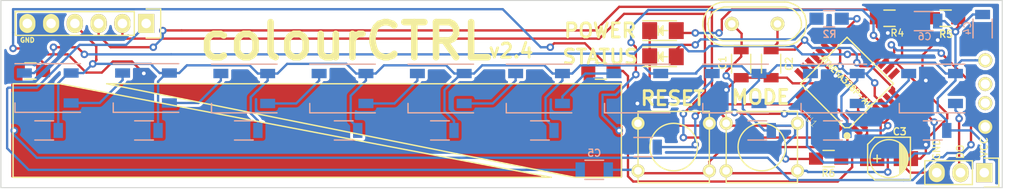
<source format=kicad_pcb>
(kicad_pcb (version 4) (host pcbnew 4.0.2-stable)

  (general
    (links 102)
    (no_connects 0)
    (area 93.521999 93.857999 200.622001 113.958001)
    (thickness 1.6)
    (drawings 19)
    (tracks 607)
    (zones 0)
    (modules 42)
    (nets 44)
  )

  (page A4)
  (layers
    (0 F.Cu signal)
    (31 B.Cu signal)
    (32 B.Adhes user hide)
    (33 F.Adhes user hide)
    (34 B.Paste user hide)
    (35 F.Paste user hide)
    (36 B.SilkS user)
    (37 F.SilkS user)
    (38 B.Mask user hide)
    (39 F.Mask user hide)
    (40 Dwgs.User user hide)
    (41 Cmts.User user hide)
    (42 Eco1.User user hide)
    (43 Eco2.User user hide)
    (44 Edge.Cuts user)
    (45 Margin user hide)
    (46 B.CrtYd user hide)
    (47 F.CrtYd user)
    (48 B.Fab user)
    (49 F.Fab user hide)
  )

  (setup
    (last_trace_width 0.25)
    (user_trace_width 0.25)
    (user_trace_width 0.5)
    (user_trace_width 1)
    (user_trace_width 2)
    (trace_clearance 0.16)
    (zone_clearance 0.3)
    (zone_45_only no)
    (trace_min 0.006)
    (segment_width 0.2)
    (edge_width 0.1)
    (via_size 0.8)
    (via_drill 0.4)
    (via_min_size 0.027)
    (via_min_drill 0.013)
    (uvia_size 0.3)
    (uvia_drill 0.1)
    (uvias_allowed no)
    (uvia_min_size 0)
    (uvia_min_drill 0)
    (pcb_text_width 0.3)
    (pcb_text_size 1.5 1.5)
    (mod_edge_width 0.15)
    (mod_text_size 1 1)
    (mod_text_width 0.15)
    (pad_size 1.5 1.5)
    (pad_drill 0.6)
    (pad_to_mask_clearance 0)
    (aux_axis_origin 0 0)
    (grid_origin -8 216)
    (visible_elements 7FFFEFFF)
    (pcbplotparams
      (layerselection 0x00030_80000001)
      (usegerberextensions false)
      (excludeedgelayer true)
      (linewidth 0.100000)
      (plotframeref false)
      (viasonmask false)
      (mode 1)
      (useauxorigin false)
      (hpglpennumber 1)
      (hpglpenspeed 20)
      (hpglpendiameter 15)
      (hpglpenoverlay 2)
      (psnegative false)
      (psa4output false)
      (plotreference true)
      (plotvalue true)
      (plotinvisibletext false)
      (padsonsilk false)
      (subtractmaskfromsilk false)
      (outputformat 1)
      (mirror false)
      (drillshape 1)
      (scaleselection 1)
      (outputdirectory ""))
  )

  (net 0 "")
  (net 1 "Net-(BLUE1-Pad2)")
  (net 2 GND)
  (net 3 "Net-(BLUE2-Pad2)")
  (net 4 "Net-(C1-Pad2)")
  (net 5 "Net-(C2-Pad2)")
  (net 6 VCC)
  (net 7 "Net-(C5-Pad1)")
  (net 8 DTR)
  (net 9 TX)
  (net 10 RX)
  (net 11 "Net-(P2-Pad3)")
  (net 12 "Net-(P2-Pad2)")
  (net 13 DIGITAL4)
  (net 14 DIGITAL7)
  (net 15 "Net-(R2-Pad1)")
  (net 16 DIGITAL8)
  (net 17 DIGITAL6)
  (net 18 "Net-(U1-Pad1)")
  (net 19 "Net-(U1-Pad9)")
  (net 20 DIGITAL9)
  (net 21 "Net-(U1-Pad14)")
  (net 22 "Net-(U1-Pad15)")
  (net 23 "Net-(U1-Pad16)")
  (net 24 "Net-(U1-Pad20)")
  (net 25 "Net-(U1-Pad23)")
  (net 26 "Net-(U1-Pad24)")
  (net 27 "Net-(U1-Pad25)")
  (net 28 "Net-(U1-Pad26)")
  (net 29 "Net-(U1-Pad27)")
  (net 30 "Net-(U1-Pad28)")
  (net 31 "Net-(U1-Pad32)")
  (net 32 "Net-(U2-Pad4)")
  (net 33 "Net-(U3-Pad4)")
  (net 34 "Net-(U4-Pad4)")
  (net 35 "Net-(U5-Pad4)")
  (net 36 "Net-(U6-Pad4)")
  (net 37 "Net-(U7-Pad4)")
  (net 38 "Net-(U8-Pad4)")
  (net 39 "Net-(U10-Pad2)")
  (net 40 "Net-(U10-Pad4)")
  (net 41 "Net-(P3-Pad2)")
  (net 42 "Net-(U1-Pad19)")
  (net 43 "Net-(U1-Pad22)")

  (net_class Default "This is the default net class."
    (clearance 0.16)
    (trace_width 0.25)
    (via_dia 0.8)
    (via_drill 0.4)
    (uvia_dia 0.3)
    (uvia_drill 0.1)
    (add_net DIGITAL4)
    (add_net DIGITAL6)
    (add_net DIGITAL7)
    (add_net DIGITAL8)
    (add_net DIGITAL9)
    (add_net DTR)
    (add_net GND)
    (add_net "Net-(BLUE1-Pad2)")
    (add_net "Net-(BLUE2-Pad2)")
    (add_net "Net-(C1-Pad2)")
    (add_net "Net-(C2-Pad2)")
    (add_net "Net-(C5-Pad1)")
    (add_net "Net-(P2-Pad2)")
    (add_net "Net-(P2-Pad3)")
    (add_net "Net-(P3-Pad2)")
    (add_net "Net-(R2-Pad1)")
    (add_net "Net-(U1-Pad1)")
    (add_net "Net-(U1-Pad14)")
    (add_net "Net-(U1-Pad15)")
    (add_net "Net-(U1-Pad16)")
    (add_net "Net-(U1-Pad19)")
    (add_net "Net-(U1-Pad20)")
    (add_net "Net-(U1-Pad22)")
    (add_net "Net-(U1-Pad23)")
    (add_net "Net-(U1-Pad24)")
    (add_net "Net-(U1-Pad25)")
    (add_net "Net-(U1-Pad26)")
    (add_net "Net-(U1-Pad27)")
    (add_net "Net-(U1-Pad28)")
    (add_net "Net-(U1-Pad32)")
    (add_net "Net-(U1-Pad9)")
    (add_net "Net-(U10-Pad2)")
    (add_net "Net-(U10-Pad4)")
    (add_net "Net-(U2-Pad4)")
    (add_net "Net-(U3-Pad4)")
    (add_net "Net-(U4-Pad4)")
    (add_net "Net-(U5-Pad4)")
    (add_net "Net-(U6-Pad4)")
    (add_net "Net-(U7-Pad4)")
    (add_net "Net-(U8-Pad4)")
    (add_net RX)
    (add_net TX)
    (add_net VCC)
  )

  (module "kicad modfiles:TQFP32-0.8-7X7MM" (layer F.Cu) (tedit 577A6EC5) (tstamp 57791956)
    (at 183.988145 102.794798 135)
    (descr "<B>Thin Plasic Quad Flat Package</B> Grid 0.8 mm")
    (path /5771FC6C)
    (solder_mask_margin 0.1)
    (attr smd)
    (fp_text reference U1 (at -0.127 -5.5245 135) (layer F.SilkS)
      (effects (font (size 0.7 0.7) (thickness 0.05)))
    )
    (fp_text value ATMEGA328P-AU (at 0.20997 0.081072 135) (layer F.SilkS)
      (effects (font (size 0.6 0.6) (thickness 0.15)))
    )
    (fp_line (start 3.505 -3.505) (end 3.505 3.505) (layer F.SilkS) (width 0.1524))
    (fp_line (start 3.505 3.505) (end -3.505 3.505) (layer F.SilkS) (width 0.1524))
    (fp_line (start -3.505 3.505) (end -3.505 -3.15) (layer F.SilkS) (width 0.1524))
    (fp_line (start -3.15 -3.505) (end 3.505 -3.505) (layer F.SilkS) (width 0.1524))
    (fp_line (start -3.15 -3.505) (end -3.505 -3.15) (layer F.SilkS) (width 0.1524))
    (fp_circle (center -3.937 -3.937) (end -3.556 -3.937) (layer F.SilkS) (width 0))
    (fp_poly (pts (xy -4.5466 -3.0286) (xy -3.556 -3.0286) (xy -3.556 -2.5714) (xy -4.5466 -2.5714)) (layer Dwgs.User) (width 0.381))
    (fp_poly (pts (xy -4.5466 -2.2286) (xy -3.556 -2.2286) (xy -3.556 -1.7714) (xy -4.5466 -1.7714)) (layer Dwgs.User) (width 0.381))
    (fp_poly (pts (xy -4.5466 -1.4286) (xy -3.556 -1.4286) (xy -3.556 -0.9714) (xy -4.5466 -0.9714)) (layer Dwgs.User) (width 0.381))
    (fp_poly (pts (xy -4.5466 -0.6286) (xy -3.556 -0.6286) (xy -3.556 -0.1714) (xy -4.5466 -0.1714)) (layer Dwgs.User) (width 0.381))
    (fp_poly (pts (xy -4.5466 0.1714) (xy -3.556 0.1714) (xy -3.556 0.6286) (xy -4.5466 0.6286)) (layer Dwgs.User) (width 0.381))
    (fp_poly (pts (xy -4.5466 0.9714) (xy -3.556 0.9714) (xy -3.556 1.4286) (xy -4.5466 1.4286)) (layer Dwgs.User) (width 0.381))
    (fp_poly (pts (xy -4.5466 1.7714) (xy -3.556 1.7714) (xy -3.556 2.2286) (xy -4.5466 2.2286)) (layer Dwgs.User) (width 0.381))
    (fp_poly (pts (xy -4.5466 2.5714) (xy -3.556 2.5714) (xy -3.556 3.0286) (xy -4.5466 3.0286)) (layer Dwgs.User) (width 0.381))
    (fp_poly (pts (xy -3.0286 3.556) (xy -2.5714 3.556) (xy -2.5714 4.5466) (xy -3.0286 4.5466)) (layer Dwgs.User) (width 0.381))
    (fp_poly (pts (xy -2.2286 3.556) (xy -1.7714 3.556) (xy -1.7714 4.5466) (xy -2.2286 4.5466)) (layer Dwgs.User) (width 0.381))
    (fp_poly (pts (xy -1.4286 3.556) (xy -0.9714 3.556) (xy -0.9714 4.5466) (xy -1.4286 4.5466)) (layer Dwgs.User) (width 0.381))
    (fp_poly (pts (xy -0.6286 3.556) (xy -0.1714 3.556) (xy -0.1714 4.5466) (xy -0.6286 4.5466)) (layer Dwgs.User) (width 0.381))
    (fp_poly (pts (xy 0.1714 3.556) (xy 0.6286 3.556) (xy 0.6286 4.5466) (xy 0.1714 4.5466)) (layer Dwgs.User) (width 0.381))
    (fp_poly (pts (xy 0.9714 3.556) (xy 1.4286 3.556) (xy 1.4286 4.5466) (xy 0.9714 4.5466)) (layer Dwgs.User) (width 0.381))
    (fp_poly (pts (xy 1.7714 3.556) (xy 2.2286 3.556) (xy 2.2286 4.5466) (xy 1.7714 4.5466)) (layer Dwgs.User) (width 0.381))
    (fp_poly (pts (xy 2.5714 3.556) (xy 3.0286 3.556) (xy 3.0286 4.5466) (xy 2.5714 4.5466)) (layer Dwgs.User) (width 0.381))
    (fp_poly (pts (xy 3.556 2.5714) (xy 4.5466 2.5714) (xy 4.5466 3.0286) (xy 3.556 3.0286)) (layer Dwgs.User) (width 0.381))
    (fp_poly (pts (xy 3.556 1.7714) (xy 4.5466 1.7714) (xy 4.5466 2.2286) (xy 3.556 2.2286)) (layer Dwgs.User) (width 0.381))
    (fp_poly (pts (xy 3.556 0.9714) (xy 4.5466 0.9714) (xy 4.5466 1.4286) (xy 3.556 1.4286)) (layer Dwgs.User) (width 0.381))
    (fp_poly (pts (xy 3.556 0.1714) (xy 4.5466 0.1714) (xy 4.5466 0.6286) (xy 3.556 0.6286)) (layer Dwgs.User) (width 0.381))
    (fp_poly (pts (xy 3.556 -0.6286) (xy 4.5466 -0.6286) (xy 4.5466 -0.1714) (xy 3.556 -0.1714)) (layer Dwgs.User) (width 0.381))
    (fp_poly (pts (xy 3.556 -1.4286) (xy 4.5466 -1.4286) (xy 4.5466 -0.9714) (xy 3.556 -0.9714)) (layer Dwgs.User) (width 0.381))
    (fp_poly (pts (xy 3.556 -2.2286) (xy 4.5466 -2.2286) (xy 4.5466 -1.7714) (xy 3.556 -1.7714)) (layer Dwgs.User) (width 0.381))
    (fp_poly (pts (xy 3.556 -3.0286) (xy 4.5466 -3.0286) (xy 4.5466 -2.5714) (xy 3.556 -2.5714)) (layer Dwgs.User) (width 0.381))
    (fp_poly (pts (xy 2.5714 -4.5466) (xy 3.0286 -4.5466) (xy 3.0286 -3.556) (xy 2.5714 -3.556)) (layer Dwgs.User) (width 0.381))
    (fp_poly (pts (xy 1.7714 -4.5466) (xy 2.2286 -4.5466) (xy 2.2286 -3.556) (xy 1.7714 -3.556)) (layer Dwgs.User) (width 0.381))
    (fp_poly (pts (xy 0.9714 -4.5466) (xy 1.4286 -4.5466) (xy 1.4286 -3.556) (xy 0.9714 -3.556)) (layer Dwgs.User) (width 0.381))
    (fp_poly (pts (xy 0.1714 -4.5466) (xy 0.6286 -4.5466) (xy 0.6286 -3.556) (xy 0.1714 -3.556)) (layer Dwgs.User) (width 0.381))
    (fp_poly (pts (xy -0.6286 -4.5466) (xy -0.1714 -4.5466) (xy -0.1714 -3.556) (xy -0.6286 -3.556)) (layer Dwgs.User) (width 0.381))
    (fp_poly (pts (xy -1.4286 -4.5466) (xy -0.9714 -4.5466) (xy -0.9714 -3.556) (xy -1.4286 -3.556)) (layer Dwgs.User) (width 0.381))
    (fp_poly (pts (xy -2.2286 -4.5466) (xy -1.7714 -4.5466) (xy -1.7714 -3.556) (xy -2.2286 -3.556)) (layer Dwgs.User) (width 0.381))
    (fp_poly (pts (xy -3.0286 -4.5466) (xy -2.5714 -4.5466) (xy -2.5714 -3.556) (xy -3.0286 -3.556)) (layer Dwgs.User) (width 0.381))
    (fp_poly (pts (xy -3.505 -3.505) (xy 3.505 -3.505) (xy 3.505 3.505) (xy -3.505 3.505)) (layer Dwgs.User) (width 0.381))
    (pad 1 smd rect (at -4.2926 -2.8 135) (size 1.27 0.5588) (layers F.Cu F.Paste F.Mask)
      (net 18 "Net-(U1-Pad1)") (solder_mask_margin 0.2))
    (pad 2 smd rect (at -4.2926 -2 135) (size 1.27 0.5588) (layers F.Cu F.Paste F.Mask)
      (net 13 DIGITAL4) (solder_mask_margin 0.2))
    (pad 3 smd rect (at -4.2926 -1.2 135) (size 1.27 0.5588) (layers F.Cu F.Paste F.Mask)
      (net 2 GND) (solder_mask_margin 0.2))
    (pad 4 smd rect (at -4.2926 -0.4 135) (size 1.27 0.5588) (layers F.Cu F.Paste F.Mask)
      (net 6 VCC) (solder_mask_margin 0.2))
    (pad 5 smd rect (at -4.2926 0.4 135) (size 1.27 0.5588) (layers F.Cu F.Paste F.Mask)
      (net 2 GND) (solder_mask_margin 0.2))
    (pad 6 smd rect (at -4.2926 1.2 135) (size 1.27 0.5588) (layers F.Cu F.Paste F.Mask)
      (net 6 VCC) (solder_mask_margin 0.2))
    (pad 7 smd rect (at -4.2926 2 135) (size 1.27 0.5588) (layers F.Cu F.Paste F.Mask)
      (net 4 "Net-(C1-Pad2)") (solder_mask_margin 0.2))
    (pad 8 smd rect (at -4.2926 2.8 135) (size 1.27 0.5588) (layers F.Cu F.Paste F.Mask)
      (net 5 "Net-(C2-Pad2)") (solder_mask_margin 0.2))
    (pad 9 smd rect (at -2.8 4.2926 135) (size 0.5588 1.27) (layers F.Cu F.Paste F.Mask)
      (net 19 "Net-(U1-Pad9)") (solder_mask_margin 0.2))
    (pad 10 smd rect (at -2 4.2926 135) (size 0.5588 1.27) (layers F.Cu F.Paste F.Mask)
      (net 17 DIGITAL6) (solder_mask_margin 0.2))
    (pad 11 smd rect (at -1.2 4.2926 135) (size 0.5588 1.27) (layers F.Cu F.Paste F.Mask)
      (net 14 DIGITAL7) (solder_mask_margin 0.2))
    (pad 12 smd rect (at -0.4 4.2926 135) (size 0.5588 1.27) (layers F.Cu F.Paste F.Mask)
      (net 16 DIGITAL8) (solder_mask_margin 0.2))
    (pad 13 smd rect (at 0.4 4.2926 135) (size 0.5588 1.27) (layers F.Cu F.Paste F.Mask)
      (net 20 DIGITAL9) (solder_mask_margin 0.2))
    (pad 14 smd rect (at 1.2 4.2926 135) (size 0.5588 1.27) (layers F.Cu F.Paste F.Mask)
      (net 21 "Net-(U1-Pad14)") (solder_mask_margin 0.2))
    (pad 15 smd rect (at 2 4.2926 135) (size 0.5588 1.27) (layers F.Cu F.Paste F.Mask)
      (net 22 "Net-(U1-Pad15)") (solder_mask_margin 0.2))
    (pad 16 smd rect (at 2.8 4.2926 135) (size 0.5588 1.27) (layers F.Cu F.Paste F.Mask)
      (net 23 "Net-(U1-Pad16)") (solder_mask_margin 0.2))
    (pad 17 smd rect (at 4.2926 2.8 135) (size 1.27 0.5588) (layers F.Cu F.Paste F.Mask)
      (net 15 "Net-(R2-Pad1)") (solder_mask_margin 0.2))
    (pad 18 smd rect (at 4.2926 2 135) (size 1.27 0.5588) (layers F.Cu F.Paste F.Mask)
      (net 6 VCC) (solder_mask_margin 0.2))
    (pad 19 smd rect (at 4.2926 1.2 135) (size 1.27 0.5588) (layers F.Cu F.Paste F.Mask)
      (net 42 "Net-(U1-Pad19)") (solder_mask_margin 0.2))
    (pad 20 smd rect (at 4.2926 0.4 135) (size 1.27 0.5588) (layers F.Cu F.Paste F.Mask)
      (net 24 "Net-(U1-Pad20)") (solder_mask_margin 0.2))
    (pad 21 smd rect (at 4.2926 -0.4 135) (size 1.27 0.5588) (layers F.Cu F.Paste F.Mask)
      (net 2 GND) (solder_mask_margin 0.2))
    (pad 22 smd rect (at 4.2926 -1.2 135) (size 1.27 0.5588) (layers F.Cu F.Paste F.Mask)
      (net 43 "Net-(U1-Pad22)") (solder_mask_margin 0.2))
    (pad 23 smd rect (at 4.2926 -2 135) (size 1.27 0.5588) (layers F.Cu F.Paste F.Mask)
      (net 25 "Net-(U1-Pad23)") (solder_mask_margin 0.2))
    (pad 24 smd rect (at 4.2926 -2.8 135) (size 1.27 0.5588) (layers F.Cu F.Paste F.Mask)
      (net 26 "Net-(U1-Pad24)") (solder_mask_margin 0.2))
    (pad 25 smd rect (at 2.8 -4.2926 135) (size 0.5588 1.27) (layers F.Cu F.Paste F.Mask)
      (net 27 "Net-(U1-Pad25)") (solder_mask_margin 0.2))
    (pad 26 smd rect (at 2 -4.2926 135) (size 0.5588 1.27) (layers F.Cu F.Paste F.Mask)
      (net 28 "Net-(U1-Pad26)") (solder_mask_margin 0.2))
    (pad 27 smd rect (at 1.2 -4.2926 135) (size 0.5588 1.27) (layers F.Cu F.Paste F.Mask)
      (net 29 "Net-(U1-Pad27)") (solder_mask_margin 0.2))
    (pad 28 smd rect (at 0.4 -4.2926 135) (size 0.5588 1.27) (layers F.Cu F.Paste F.Mask)
      (net 30 "Net-(U1-Pad28)") (solder_mask_margin 0.2))
    (pad 29 smd rect (at -0.4 -4.2926 135) (size 0.5588 1.27) (layers F.Cu F.Paste F.Mask)
      (net 7 "Net-(C5-Pad1)") (solder_mask_margin 0.2))
    (pad 30 smd rect (at -1.2 -4.2926 135) (size 0.5588 1.27) (layers F.Cu F.Paste F.Mask)
      (net 10 RX) (solder_mask_margin 0.2))
    (pad 31 smd rect (at -2 -4.2926 135) (size 0.5588 1.27) (layers F.Cu F.Paste F.Mask)
      (net 9 TX) (solder_mask_margin 0.2))
    (pad 32 smd rect (at -2.8 -4.2926 135) (size 0.5588 1.27) (layers F.Cu F.Paste F.Mask)
      (net 31 "Net-(U1-Pad32)") (solder_mask_margin 0.2))
  )

  (module "kicad modfiles:LED_WS2812B-PLCC4" (layer B.Cu) (tedit 577A68CA) (tstamp 57792B25)
    (at 109.074 103.261356 180)
    (descr http://www.world-semi.com/uploads/soft/150522/1-150522091P5.pdf)
    (tags "LED NeoPixel")
    (path /577198CB)
    (attr smd)
    (fp_text reference U10 (at 22.84 0.291356 180) (layer B.SilkS) hide
      (effects (font (size 1 1) (thickness 0.15)) (justify mirror))
    )
    (fp_text value WS2812B (at 21.062 -2.248644 180) (layer B.Fab) hide
      (effects (font (size 1 1) (thickness 0.15)) (justify mirror))
    )
    (fp_line (start 3.75 2.85) (end -3.75 2.85) (layer B.CrtYd) (width 0.05))
    (fp_line (start 3.75 -2.85) (end 3.75 2.85) (layer B.CrtYd) (width 0.05))
    (fp_line (start -3.75 -2.85) (end 3.75 -2.85) (layer B.CrtYd) (width 0.05))
    (fp_line (start -3.75 2.85) (end -3.75 -2.85) (layer B.CrtYd) (width 0.05))
    (fp_line (start -3.5 2.6) (end 3.5 2.6) (layer B.SilkS) (width 0.15))
    (fp_line (start -3.5 -2.6) (end 3.5 -2.6) (layer B.SilkS) (width 0.15))
    (fp_line (start 3.5 -2.6) (end 3.5 -1.6) (layer B.SilkS) (width 0.15))
    (pad 3 smd rect (at 2.5 -1.6 180) (size 1.6 1) (layers B.Cu B.Paste B.Mask)
      (net 2 GND))
    (pad 4 smd rect (at 2.5 1.6 180) (size 1.6 1) (layers B.Cu B.Paste B.Mask)
      (net 40 "Net-(U10-Pad4)"))
    (pad 2 smd rect (at -2.5 -1.6 180) (size 1.6 1) (layers B.Cu B.Paste B.Mask)
      (net 39 "Net-(U10-Pad2)"))
    (pad 1 smd rect (at -2.5 1.6 180) (size 1.6 1) (layers B.Cu B.Paste B.Mask)
      (net 6 VCC))
    (model LEDs.3dshapes/LED_WS2812B-PLCC4.wrl
      (at (xyz 0 0 0.004))
      (scale (xyz 0.385 0.385 0.385))
      (rotate (xyz 0 0 180))
    )
  )

  (module "kicad modfiles:LED_WS2812B-PLCC4" (layer B.Cu) (tedit 577A690D) (tstamp 57792B33)
    (at 98.574 103.261356 180)
    (descr http://www.world-semi.com/uploads/soft/150522/1-150522091P5.pdf)
    (tags "LED NeoPixel")
    (path /577198D1)
    (attr smd)
    (fp_text reference U11 (at 11.959 2.450356 180) (layer B.SilkS) hide
      (effects (font (size 1 1) (thickness 0.15)) (justify mirror))
    )
    (fp_text value WS2812B (at 11.705 -2.248644 180) (layer B.Fab) hide
      (effects (font (size 1 1) (thickness 0.15)) (justify mirror))
    )
    (fp_line (start 3.75 2.85) (end -3.75 2.85) (layer B.CrtYd) (width 0.05))
    (fp_line (start 3.75 -2.85) (end 3.75 2.85) (layer B.CrtYd) (width 0.05))
    (fp_line (start -3.75 -2.85) (end 3.75 -2.85) (layer B.CrtYd) (width 0.05))
    (fp_line (start -3.75 2.85) (end -3.75 -2.85) (layer B.CrtYd) (width 0.05))
    (fp_line (start -3.5 2.6) (end 3.5 2.6) (layer B.SilkS) (width 0.15))
    (fp_line (start -3.5 -2.6) (end 3.5 -2.6) (layer B.SilkS) (width 0.15))
    (fp_line (start 3.5 -2.6) (end 3.5 -1.6) (layer B.SilkS) (width 0.15))
    (pad 3 smd rect (at 2.5 -1.6 180) (size 1.6 1) (layers B.Cu B.Paste B.Mask)
      (net 2 GND))
    (pad 4 smd rect (at 2.5 1.6 180) (size 1.6 1) (layers B.Cu B.Paste B.Mask)
      (net 20 DIGITAL9))
    (pad 2 smd rect (at -2.5 -1.6 180) (size 1.6 1) (layers B.Cu B.Paste B.Mask)
      (net 40 "Net-(U10-Pad4)"))
    (pad 1 smd rect (at -2.5 1.6 180) (size 1.6 1) (layers B.Cu B.Paste B.Mask)
      (net 6 VCC))
    (model LEDs.3dshapes/LED_WS2812B-PLCC4.wrl
      (at (xyz 0 0 0.004))
      (scale (xyz 0.385 0.385 0.385))
      (rotate (xyz 0 0 180))
    )
  )

  (module "kicad modfiles:LED_WS2812B-PLCC4" (layer B.Cu) (tedit 57792067) (tstamp 57792AD1)
    (at 172.074 103.314982 180)
    (descr http://www.world-semi.com/uploads/soft/150522/1-150522091P5.pdf)
    (tags "LED NeoPixel")
    (path /57718D5D)
    (attr smd)
    (fp_text reference U4 (at 83.3 -10.323018 180) (layer B.SilkS) hide
      (effects (font (size 1 1) (thickness 0.15)) (justify mirror))
    )
    (fp_text value WS2812B (at 85.967 -12.863018 180) (layer B.Fab) hide
      (effects (font (size 1 1) (thickness 0.15)) (justify mirror))
    )
    (fp_line (start 3.75 2.85) (end -3.75 2.85) (layer B.CrtYd) (width 0.05))
    (fp_line (start 3.75 -2.85) (end 3.75 2.85) (layer B.CrtYd) (width 0.05))
    (fp_line (start -3.75 -2.85) (end 3.75 -2.85) (layer B.CrtYd) (width 0.05))
    (fp_line (start -3.75 2.85) (end -3.75 -2.85) (layer B.CrtYd) (width 0.05))
    (fp_line (start -3.5 2.6) (end 3.5 2.6) (layer B.SilkS) (width 0.15))
    (fp_line (start -3.5 -2.6) (end 3.5 -2.6) (layer B.SilkS) (width 0.15))
    (fp_line (start 3.5 -2.6) (end 3.5 -1.6) (layer B.SilkS) (width 0.15))
    (pad 3 smd rect (at 2.5 -1.6 180) (size 1.6 1) (layers B.Cu B.Paste B.Mask)
      (net 2 GND))
    (pad 4 smd rect (at 2.5 1.6 180) (size 1.6 1) (layers B.Cu B.Paste B.Mask)
      (net 34 "Net-(U4-Pad4)"))
    (pad 2 smd rect (at -2.5 -1.6 180) (size 1.6 1) (layers B.Cu B.Paste B.Mask)
      (net 33 "Net-(U3-Pad4)"))
    (pad 1 smd rect (at -2.5 1.6 180) (size 1.6 1) (layers B.Cu B.Paste B.Mask)
      (net 6 VCC))
    (model LEDs.3dshapes/LED_WS2812B-PLCC4.wrl
      (at (xyz 0 0 0.004))
      (scale (xyz 0.385 0.385 0.385))
      (rotate (xyz 0 0 180))
    )
  )

  (module Capacitors_SMD:C_1206 (layer B.Cu) (tedit 57791F20) (tstamp 577918D8)
    (at 119.532 107.796)
    (descr "Capacitor SMD 1206, reflow soldering, AVX (see smccp.pdf)")
    (tags "capacitor 1206")
    (path /5774577B)
    (attr smd)
    (fp_text reference C14 (at 0 0) (layer B.SilkS) hide
      (effects (font (size 1 1) (thickness 0.15)) (justify mirror))
    )
    (fp_text value 0.1uF (at 0 -2.3) (layer B.Fab) hide
      (effects (font (size 1 1) (thickness 0.15)) (justify mirror))
    )
    (fp_line (start -2.3 1.15) (end 2.3 1.15) (layer B.CrtYd) (width 0.05))
    (fp_line (start -2.3 -1.15) (end 2.3 -1.15) (layer B.CrtYd) (width 0.05))
    (fp_line (start -2.3 1.15) (end -2.3 -1.15) (layer B.CrtYd) (width 0.05))
    (fp_line (start 2.3 1.15) (end 2.3 -1.15) (layer B.CrtYd) (width 0.05))
    (fp_line (start 1 1.025) (end -1 1.025) (layer B.SilkS) (width 0.15))
    (fp_line (start -1 -1.025) (end 1 -1.025) (layer B.SilkS) (width 0.15))
    (pad 1 smd rect (at -1.5 0) (size 1 1.6) (layers B.Cu B.Paste B.Mask)
      (net 2 GND))
    (pad 2 smd rect (at 1.5 0) (size 1 1.6) (layers B.Cu B.Paste B.Mask)
      (net 6 VCC))
    (model Capacitors_SMD.3dshapes/C_1206.wrl
      (at (xyz 0 0 0))
      (scale (xyz 1 1 1))
      (rotate (xyz 0 0 0))
    )
  )

  (module LEDs:LED_1206 (layer F.Cu) (tedit 577A4FFC) (tstamp 5779187E)
    (at 164.31614 99.922)
    (descr "LED 1206 smd package")
    (tags "LED1206 SMD")
    (path /57712093)
    (attr smd)
    (fp_text reference BLUE1 (at 2.68986 -8.382) (layer F.SilkS) hide
      (effects (font (size 1 1) (thickness 0.15)))
    )
    (fp_text value LED1 (at 0 2) (layer F.Fab)
      (effects (font (size 1 1) (thickness 0.15)))
    )
    (fp_line (start -2.15 1.05) (end 1.45 1.05) (layer F.SilkS) (width 0.15))
    (fp_line (start -2.15 -1.05) (end 1.45 -1.05) (layer F.SilkS) (width 0.15))
    (fp_line (start -0.1 -0.3) (end -0.1 0.3) (layer F.SilkS) (width 0.15))
    (fp_line (start -0.1 0.3) (end -0.4 0) (layer F.SilkS) (width 0.15))
    (fp_line (start -0.4 0) (end -0.2 -0.2) (layer F.SilkS) (width 0.15))
    (fp_line (start -0.2 -0.2) (end -0.2 0.05) (layer F.SilkS) (width 0.15))
    (fp_line (start -0.2 0.05) (end -0.25 0) (layer F.SilkS) (width 0.15))
    (fp_line (start -0.5 -0.5) (end -0.5 0.5) (layer F.SilkS) (width 0.15))
    (fp_line (start 0 0) (end 0.5 0) (layer F.SilkS) (width 0.15))
    (fp_line (start -0.5 0) (end 0 -0.5) (layer F.SilkS) (width 0.15))
    (fp_line (start 0 -0.5) (end 0 0.5) (layer F.SilkS) (width 0.15))
    (fp_line (start 0 0.5) (end -0.5 0) (layer F.SilkS) (width 0.15))
    (fp_line (start 2.5 -1.25) (end -2.5 -1.25) (layer F.CrtYd) (width 0.05))
    (fp_line (start -2.5 -1.25) (end -2.5 1.25) (layer F.CrtYd) (width 0.05))
    (fp_line (start -2.5 1.25) (end 2.5 1.25) (layer F.CrtYd) (width 0.05))
    (fp_line (start 2.5 1.25) (end 2.5 -1.25) (layer F.CrtYd) (width 0.05))
    (pad 2 smd rect (at 1.41986 0 180) (size 1.59766 1.80086) (layers F.Cu F.Paste F.Mask)
      (net 1 "Net-(BLUE1-Pad2)"))
    (pad 1 smd rect (at -1.41986 0 180) (size 1.59766 1.80086) (layers F.Cu F.Paste F.Mask)
      (net 2 GND))
    (model LEDs.3dshapes/LED_1206.wrl
      (at (xyz 0 0 0))
      (scale (xyz 1 1 1))
      (rotate (xyz 0 0 180))
    )
  )

  (module LEDs:LED_1206 (layer F.Cu) (tedit 577A4FF8) (tstamp 57791884)
    (at 164.31614 97.128)
    (descr "LED 1206 smd package")
    (tags "LED1206 SMD")
    (path /57713FA8)
    (attr smd)
    (fp_text reference BLUE2 (at -3.15214 -5.588) (layer F.SilkS) hide
      (effects (font (size 1 1) (thickness 0.15)))
    )
    (fp_text value LED2 (at 0 2) (layer F.Fab)
      (effects (font (size 1 1) (thickness 0.15)))
    )
    (fp_line (start -2.15 1.05) (end 1.45 1.05) (layer F.SilkS) (width 0.15))
    (fp_line (start -2.15 -1.05) (end 1.45 -1.05) (layer F.SilkS) (width 0.15))
    (fp_line (start -0.1 -0.3) (end -0.1 0.3) (layer F.SilkS) (width 0.15))
    (fp_line (start -0.1 0.3) (end -0.4 0) (layer F.SilkS) (width 0.15))
    (fp_line (start -0.4 0) (end -0.2 -0.2) (layer F.SilkS) (width 0.15))
    (fp_line (start -0.2 -0.2) (end -0.2 0.05) (layer F.SilkS) (width 0.15))
    (fp_line (start -0.2 0.05) (end -0.25 0) (layer F.SilkS) (width 0.15))
    (fp_line (start -0.5 -0.5) (end -0.5 0.5) (layer F.SilkS) (width 0.15))
    (fp_line (start 0 0) (end 0.5 0) (layer F.SilkS) (width 0.15))
    (fp_line (start -0.5 0) (end 0 -0.5) (layer F.SilkS) (width 0.15))
    (fp_line (start 0 -0.5) (end 0 0.5) (layer F.SilkS) (width 0.15))
    (fp_line (start 0 0.5) (end -0.5 0) (layer F.SilkS) (width 0.15))
    (fp_line (start 2.5 -1.25) (end -2.5 -1.25) (layer F.CrtYd) (width 0.05))
    (fp_line (start -2.5 -1.25) (end -2.5 1.25) (layer F.CrtYd) (width 0.05))
    (fp_line (start -2.5 1.25) (end 2.5 1.25) (layer F.CrtYd) (width 0.05))
    (fp_line (start 2.5 1.25) (end 2.5 -1.25) (layer F.CrtYd) (width 0.05))
    (pad 2 smd rect (at 1.41986 0 180) (size 1.59766 1.80086) (layers F.Cu F.Paste F.Mask)
      (net 3 "Net-(BLUE2-Pad2)"))
    (pad 1 smd rect (at -1.41986 0 180) (size 1.59766 1.80086) (layers F.Cu F.Paste F.Mask)
      (net 2 GND))
    (model LEDs.3dshapes/LED_1206.wrl
      (at (xyz 0 0 0))
      (scale (xyz 1 1 1))
      (rotate (xyz 0 0 180))
    )
  )

  (module Capacitors_SMD:C_1206 (layer F.Cu) (tedit 577A6E59) (tstamp 5779188A)
    (at 172.672 100.66 90)
    (descr "Capacitor SMD 1206, reflow soldering, AVX (see smccp.pdf)")
    (tags "capacitor 1206")
    (path /577119B0)
    (attr smd)
    (fp_text reference C1 (at 0.103 -1.983 90) (layer F.SilkS)
      (effects (font (size 0.75 0.75) (thickness 0.15)))
    )
    (fp_text value <- (at 0 2.3 90) (layer F.Fab)
      (effects (font (size 1 1) (thickness 0.15)))
    )
    (fp_line (start -2.3 -1.15) (end 2.3 -1.15) (layer F.CrtYd) (width 0.05))
    (fp_line (start -2.3 1.15) (end 2.3 1.15) (layer F.CrtYd) (width 0.05))
    (fp_line (start -2.3 -1.15) (end -2.3 1.15) (layer F.CrtYd) (width 0.05))
    (fp_line (start 2.3 -1.15) (end 2.3 1.15) (layer F.CrtYd) (width 0.05))
    (fp_line (start 1 -1.025) (end -1 -1.025) (layer F.SilkS) (width 0.15))
    (fp_line (start -1 1.025) (end 1 1.025) (layer F.SilkS) (width 0.15))
    (pad 1 smd rect (at -1.5 0 90) (size 1 1.6) (layers F.Cu F.Paste F.Mask)
      (net 2 GND))
    (pad 2 smd rect (at 1.5 0 90) (size 1 1.6) (layers F.Cu F.Paste F.Mask)
      (net 4 "Net-(C1-Pad2)"))
    (model Capacitors_SMD.3dshapes/C_1206.wrl
      (at (xyz 0 0 0))
      (scale (xyz 1 1 1))
      (rotate (xyz 0 0 0))
    )
  )

  (module Capacitors_SMD:C_1206 (layer F.Cu) (tedit 577A6E51) (tstamp 57791890)
    (at 175.872 100.66 90)
    (descr "Capacitor SMD 1206, reflow soldering, AVX (see smccp.pdf)")
    (tags "capacitor 1206")
    (path /57711B7D)
    (attr smd)
    (fp_text reference C2 (at -0.024 1.929 90) (layer F.SilkS)
      (effects (font (size 0.75 0.75) (thickness 0.15)))
    )
    (fp_text value 18-24pF (at 0 2.3 90) (layer F.Fab)
      (effects (font (size 1 1) (thickness 0.15)))
    )
    (fp_line (start -2.3 -1.15) (end 2.3 -1.15) (layer F.CrtYd) (width 0.05))
    (fp_line (start -2.3 1.15) (end 2.3 1.15) (layer F.CrtYd) (width 0.05))
    (fp_line (start -2.3 -1.15) (end -2.3 1.15) (layer F.CrtYd) (width 0.05))
    (fp_line (start 2.3 -1.15) (end 2.3 1.15) (layer F.CrtYd) (width 0.05))
    (fp_line (start 1 -1.025) (end -1 -1.025) (layer F.SilkS) (width 0.15))
    (fp_line (start -1 1.025) (end 1 1.025) (layer F.SilkS) (width 0.15))
    (pad 1 smd rect (at -1.5 0 90) (size 1 1.6) (layers F.Cu F.Paste F.Mask)
      (net 2 GND))
    (pad 2 smd rect (at 1.5 0 90) (size 1 1.6) (layers F.Cu F.Paste F.Mask)
      (net 5 "Net-(C2-Pad2)"))
    (model Capacitors_SMD.3dshapes/C_1206.wrl
      (at (xyz 0 0 0))
      (scale (xyz 1 1 1))
      (rotate (xyz 0 0 0))
    )
  )

  (module Capacitors_SMD:c_elec_4x4.5 (layer F.Cu) (tedit 577A6D93) (tstamp 57791896)
    (at 188.47286 110.808 180)
    (descr "SMT capacitor, aluminium electrolytic, 4x4.5")
    (path /57714535)
    (attr smd)
    (fp_text reference C3 (at -1.13914 2.885 180) (layer F.SilkS)
      (effects (font (size 0.75 0.75) (thickness 0.15)))
    )
    (fp_text value 47uF (at 0 3.175 180) (layer F.Fab)
      (effects (font (size 1 1) (thickness 0.15)))
    )
    (fp_line (start -3.35 2.65) (end 3.35 2.65) (layer F.CrtYd) (width 0.05))
    (fp_line (start 3.35 -2.65) (end -3.35 -2.65) (layer F.CrtYd) (width 0.05))
    (fp_line (start -3.35 -2.65) (end -3.35 2.65) (layer F.CrtYd) (width 0.05))
    (fp_line (start 3.35 2.65) (end 3.35 -2.65) (layer F.CrtYd) (width 0.05))
    (fp_line (start 1.651 0) (end 0.889 0) (layer F.SilkS) (width 0.15))
    (fp_line (start 1.27 -0.381) (end 1.27 0.381) (layer F.SilkS) (width 0.15))
    (fp_line (start 1.524 2.286) (end -2.286 2.286) (layer F.SilkS) (width 0.15))
    (fp_line (start 2.286 -1.524) (end 2.286 1.524) (layer F.SilkS) (width 0.15))
    (fp_line (start 1.524 2.286) (end 2.286 1.524) (layer F.SilkS) (width 0.15))
    (fp_line (start 1.524 -2.286) (end -2.286 -2.286) (layer F.SilkS) (width 0.15))
    (fp_line (start 1.524 -2.286) (end 2.286 -1.524) (layer F.SilkS) (width 0.15))
    (fp_line (start -2.032 0.127) (end -2.032 -0.127) (layer F.SilkS) (width 0.15))
    (fp_line (start -1.905 -0.635) (end -1.905 0.635) (layer F.SilkS) (width 0.15))
    (fp_line (start -1.778 0.889) (end -1.778 -0.889) (layer F.SilkS) (width 0.15))
    (fp_line (start -1.651 1.143) (end -1.651 -1.143) (layer F.SilkS) (width 0.15))
    (fp_line (start -1.524 -1.27) (end -1.524 1.27) (layer F.SilkS) (width 0.15))
    (fp_line (start -1.397 1.397) (end -1.397 -1.397) (layer F.SilkS) (width 0.15))
    (fp_line (start -1.27 -1.524) (end -1.27 1.524) (layer F.SilkS) (width 0.15))
    (fp_line (start -1.143 -1.651) (end -1.143 1.651) (layer F.SilkS) (width 0.15))
    (fp_line (start -2.286 -2.286) (end -2.286 2.286) (layer F.SilkS) (width 0.15))
    (fp_circle (center 0 0) (end -2.032 0) (layer F.SilkS) (width 0.15))
    (pad 1 smd rect (at 1.80086 0 180) (size 2.60096 1.6002) (layers F.Cu F.Paste F.Mask)
      (net 6 VCC))
    (pad 2 smd rect (at -1.80086 0 180) (size 2.60096 1.6002) (layers F.Cu F.Paste F.Mask)
      (net 2 GND))
    (model Capacitors_SMD.3dshapes/c_elec_4x4.5.wrl
      (at (xyz 0 0 0))
      (scale (xyz 1 1 1))
      (rotate (xyz 0 0 0))
    )
  )

  (module Capacitors_SMD:C_1206 (layer B.Cu) (tedit 577A6DD8) (tstamp 5779189C)
    (at 198.472 96.908 270)
    (descr "Capacitor SMD 1206, reflow soldering, AVX (see smccp.pdf)")
    (tags "capacitor 1206")
    (path /577148E0)
    (attr smd)
    (fp_text reference C4 (at -0.034 1.621 270) (layer B.SilkS)
      (effects (font (size 0.75 0.75) (thickness 0.125)) (justify mirror))
    )
    (fp_text value 1uF (at -0.034 -3.586 270) (layer B.Fab)
      (effects (font (size 1 1) (thickness 0.15)) (justify mirror))
    )
    (fp_line (start -2.3 1.15) (end 2.3 1.15) (layer B.CrtYd) (width 0.05))
    (fp_line (start -2.3 -1.15) (end 2.3 -1.15) (layer B.CrtYd) (width 0.05))
    (fp_line (start -2.3 1.15) (end -2.3 -1.15) (layer B.CrtYd) (width 0.05))
    (fp_line (start 2.3 1.15) (end 2.3 -1.15) (layer B.CrtYd) (width 0.05))
    (fp_line (start 1 1.025) (end -1 1.025) (layer B.SilkS) (width 0.15))
    (fp_line (start -1 -1.025) (end 1 -1.025) (layer B.SilkS) (width 0.15))
    (pad 1 smd rect (at -1.5 0 270) (size 1 1.6) (layers B.Cu B.Paste B.Mask)
      (net 6 VCC))
    (pad 2 smd rect (at 1.5 0 270) (size 1 1.6) (layers B.Cu B.Paste B.Mask)
      (net 2 GND))
    (model Capacitors_SMD.3dshapes/C_1206.wrl
      (at (xyz 0 0 0))
      (scale (xyz 1 1 1))
      (rotate (xyz 0 0 0))
    )
  )

  (module Capacitors_SMD:C_1206 (layer B.Cu) (tedit 577A6E19) (tstamp 577918A2)
    (at 156.972 112.008 180)
    (descr "Capacitor SMD 1206, reflow soldering, AVX (see smccp.pdf)")
    (tags "capacitor 1206")
    (path /5771373A)
    (attr smd)
    (fp_text reference C5 (at -0.001 1.799 180) (layer B.SilkS)
      (effects (font (size 0.75 0.75) (thickness 0.15)) (justify mirror))
    )
    (fp_text value 0.1uF (at 68.96 -10.393 180) (layer B.Fab) hide
      (effects (font (size 1 1) (thickness 0.15)) (justify mirror))
    )
    (fp_line (start -2.3 1.15) (end 2.3 1.15) (layer B.CrtYd) (width 0.05))
    (fp_line (start -2.3 -1.15) (end 2.3 -1.15) (layer B.CrtYd) (width 0.05))
    (fp_line (start -2.3 1.15) (end -2.3 -1.15) (layer B.CrtYd) (width 0.05))
    (fp_line (start 2.3 1.15) (end 2.3 -1.15) (layer B.CrtYd) (width 0.05))
    (fp_line (start 1 1.025) (end -1 1.025) (layer B.SilkS) (width 0.15))
    (fp_line (start -1 -1.025) (end 1 -1.025) (layer B.SilkS) (width 0.15))
    (pad 1 smd rect (at -1.5 0 180) (size 1 1.6) (layers B.Cu B.Paste B.Mask)
      (net 7 "Net-(C5-Pad1)"))
    (pad 2 smd rect (at 1.5 0 180) (size 1 1.6) (layers B.Cu B.Paste B.Mask)
      (net 8 DTR))
    (model Capacitors_SMD.3dshapes/C_1206.wrl
      (at (xyz 0 0 0))
      (scale (xyz 1 1 1))
      (rotate (xyz 0 0 0))
    )
  )

  (module Capacitors_SMD:C_1206 (layer B.Cu) (tedit 577A6DE2) (tstamp 577918A8)
    (at 192.176 96.112 180)
    (descr "Capacitor SMD 1206, reflow soldering, AVX (see smccp.pdf)")
    (tags "capacitor 1206")
    (path /57714949)
    (attr smd)
    (fp_text reference C6 (at -0.103 -1.651 180) (layer B.SilkS)
      (effects (font (size 0.75 0.75) (thickness 0.125)) (justify mirror))
    )
    (fp_text value 0.1uF (at -2.008 4.191 180) (layer B.SilkS) hide
      (effects (font (size 1 1) (thickness 0.15)) (justify mirror))
    )
    (fp_line (start -2.3 1.15) (end 2.3 1.15) (layer B.CrtYd) (width 0.05))
    (fp_line (start -2.3 -1.15) (end 2.3 -1.15) (layer B.CrtYd) (width 0.05))
    (fp_line (start -2.3 1.15) (end -2.3 -1.15) (layer B.CrtYd) (width 0.05))
    (fp_line (start 2.3 1.15) (end 2.3 -1.15) (layer B.CrtYd) (width 0.05))
    (fp_line (start 1 1.025) (end -1 1.025) (layer B.SilkS) (width 0.15))
    (fp_line (start -1 -1.025) (end 1 -1.025) (layer B.SilkS) (width 0.15))
    (pad 1 smd rect (at -1.5 0 180) (size 1 1.6) (layers B.Cu B.Paste B.Mask)
      (net 6 VCC))
    (pad 2 smd rect (at 1.5 0 180) (size 1 1.6) (layers B.Cu B.Paste B.Mask)
      (net 2 GND))
    (model Capacitors_SMD.3dshapes/C_1206.wrl
      (at (xyz 0 0 0))
      (scale (xyz 1 1 1))
      (rotate (xyz 0 0 0))
    )
  )

  (module Capacitors_SMD:C_1206 (layer B.Cu) (tedit 57791F37) (tstamp 577918AE)
    (at 193.144 107.796)
    (descr "Capacitor SMD 1206, reflow soldering, AVX (see smccp.pdf)")
    (tags "capacitor 1206")
    (path /577448B1)
    (attr smd)
    (fp_text reference C7 (at 0 0 180) (layer B.SilkS) hide
      (effects (font (size 1 1) (thickness 0.15)) (justify mirror))
    )
    (fp_text value 0.1uF (at 0 -2.3) (layer B.Fab) hide
      (effects (font (size 1 1) (thickness 0.15)) (justify mirror))
    )
    (fp_line (start -2.3 1.15) (end 2.3 1.15) (layer B.CrtYd) (width 0.05))
    (fp_line (start -2.3 -1.15) (end 2.3 -1.15) (layer B.CrtYd) (width 0.05))
    (fp_line (start -2.3 1.15) (end -2.3 -1.15) (layer B.CrtYd) (width 0.05))
    (fp_line (start 2.3 1.15) (end 2.3 -1.15) (layer B.CrtYd) (width 0.05))
    (fp_line (start 1 1.025) (end -1 1.025) (layer B.SilkS) (width 0.15))
    (fp_line (start -1 -1.025) (end 1 -1.025) (layer B.SilkS) (width 0.15))
    (pad 1 smd rect (at -1.5 0) (size 1 1.6) (layers B.Cu B.Paste B.Mask)
      (net 2 GND))
    (pad 2 smd rect (at 1.5 0) (size 1 1.6) (layers B.Cu B.Paste B.Mask)
      (net 6 VCC))
    (model Capacitors_SMD.3dshapes/C_1206.wrl
      (at (xyz 0 0 0))
      (scale (xyz 1 1 1))
      (rotate (xyz 0 0 0))
    )
  )

  (module Capacitors_SMD:C_1206 (layer B.Cu) (tedit 57791F34) (tstamp 577918B4)
    (at 182.476 107.796)
    (descr "Capacitor SMD 1206, reflow soldering, AVX (see smccp.pdf)")
    (tags "capacitor 1206")
    (path /57744AD1)
    (attr smd)
    (fp_text reference C8 (at 0 0) (layer B.SilkS) hide
      (effects (font (size 1 1) (thickness 0.15)) (justify mirror))
    )
    (fp_text value 0.1uF (at 0 -2.3) (layer B.Fab) hide
      (effects (font (size 1 1) (thickness 0.15)) (justify mirror))
    )
    (fp_line (start -2.3 1.15) (end 2.3 1.15) (layer B.CrtYd) (width 0.05))
    (fp_line (start -2.3 -1.15) (end 2.3 -1.15) (layer B.CrtYd) (width 0.05))
    (fp_line (start -2.3 1.15) (end -2.3 -1.15) (layer B.CrtYd) (width 0.05))
    (fp_line (start 2.3 1.15) (end 2.3 -1.15) (layer B.CrtYd) (width 0.05))
    (fp_line (start 1 1.025) (end -1 1.025) (layer B.SilkS) (width 0.15))
    (fp_line (start -1 -1.025) (end 1 -1.025) (layer B.SilkS) (width 0.15))
    (pad 1 smd rect (at -1.5 0) (size 1 1.6) (layers B.Cu B.Paste B.Mask)
      (net 2 GND))
    (pad 2 smd rect (at 1.5 0) (size 1 1.6) (layers B.Cu B.Paste B.Mask)
      (net 6 VCC))
    (model Capacitors_SMD.3dshapes/C_1206.wrl
      (at (xyz 0 0 0))
      (scale (xyz 1 1 1))
      (rotate (xyz 0 0 0))
    )
  )

  (module Capacitors_SMD:C_1206 (layer B.Cu) (tedit 57791F31) (tstamp 577918BA)
    (at 174.396 107.796)
    (descr "Capacitor SMD 1206, reflow soldering, AVX (see smccp.pdf)")
    (tags "capacitor 1206")
    (path /57744C30)
    (attr smd)
    (fp_text reference C9 (at 0 0) (layer B.SilkS) hide
      (effects (font (size 1 1) (thickness 0.15)) (justify mirror))
    )
    (fp_text value 0.1uF (at 0 -2.3) (layer B.Fab) hide
      (effects (font (size 1 1) (thickness 0.15)) (justify mirror))
    )
    (fp_line (start -2.3 1.15) (end 2.3 1.15) (layer B.CrtYd) (width 0.05))
    (fp_line (start -2.3 -1.15) (end 2.3 -1.15) (layer B.CrtYd) (width 0.05))
    (fp_line (start -2.3 1.15) (end -2.3 -1.15) (layer B.CrtYd) (width 0.05))
    (fp_line (start 2.3 1.15) (end 2.3 -1.15) (layer B.CrtYd) (width 0.05))
    (fp_line (start 1 1.025) (end -1 1.025) (layer B.SilkS) (width 0.15))
    (fp_line (start -1 -1.025) (end 1 -1.025) (layer B.SilkS) (width 0.15))
    (pad 1 smd rect (at -1.5 0) (size 1 1.6) (layers B.Cu B.Paste B.Mask)
      (net 2 GND))
    (pad 2 smd rect (at 1.5 0) (size 1 1.6) (layers B.Cu B.Paste B.Mask)
      (net 6 VCC))
    (model Capacitors_SMD.3dshapes/C_1206.wrl
      (at (xyz 0 0 0))
      (scale (xyz 1 1 1))
      (rotate (xyz 0 0 0))
    )
  )

  (module Capacitors_SMD:C_1206 (layer B.Cu) (tedit 57791F2B) (tstamp 577918C0)
    (at 162.204 109.574)
    (descr "Capacitor SMD 1206, reflow soldering, AVX (see smccp.pdf)")
    (tags "capacitor 1206")
    (path /57744C99)
    (attr smd)
    (fp_text reference C10 (at 0 0) (layer B.SilkS) hide
      (effects (font (size 1 1) (thickness 0.15)) (justify mirror))
    )
    (fp_text value 0.1uF (at 0 -2) (layer B.Fab) hide
      (effects (font (size 1 1) (thickness 0.15)) (justify mirror))
    )
    (fp_line (start -2.3 1.15) (end 2.3 1.15) (layer B.CrtYd) (width 0.05))
    (fp_line (start -2.3 -1.15) (end 2.3 -1.15) (layer B.CrtYd) (width 0.05))
    (fp_line (start -2.3 1.15) (end -2.3 -1.15) (layer B.CrtYd) (width 0.05))
    (fp_line (start 2.3 1.15) (end 2.3 -1.15) (layer B.CrtYd) (width 0.05))
    (fp_line (start 1 1.025) (end -1 1.025) (layer B.SilkS) (width 0.15))
    (fp_line (start -1 -1.025) (end 1 -1.025) (layer B.SilkS) (width 0.15))
    (pad 1 smd rect (at -1.5 0) (size 1 1.6) (layers B.Cu B.Paste B.Mask)
      (net 2 GND))
    (pad 2 smd rect (at 1.5 0) (size 1 1.6) (layers B.Cu B.Paste B.Mask)
      (net 6 VCC))
    (model Capacitors_SMD.3dshapes/C_1206.wrl
      (at (xyz 0 0 0))
      (scale (xyz 1 1 1))
      (rotate (xyz 0 0 0))
    )
  )

  (module Capacitors_SMD:C_1206 (layer B.Cu) (tedit 57791F28) (tstamp 577918C6)
    (at 151.172 107.796)
    (descr "Capacitor SMD 1206, reflow soldering, AVX (see smccp.pdf)")
    (tags "capacitor 1206")
    (path /57744E0A)
    (attr smd)
    (fp_text reference C11 (at 0 0) (layer B.SilkS) hide
      (effects (font (size 1 1) (thickness 0.15)) (justify mirror))
    )
    (fp_text value 0.1uF (at 0 -2.3) (layer B.Fab) hide
      (effects (font (size 1 1) (thickness 0.15)) (justify mirror))
    )
    (fp_line (start -2.3 1.15) (end 2.3 1.15) (layer B.CrtYd) (width 0.05))
    (fp_line (start -2.3 -1.15) (end 2.3 -1.15) (layer B.CrtYd) (width 0.05))
    (fp_line (start -2.3 1.15) (end -2.3 -1.15) (layer B.CrtYd) (width 0.05))
    (fp_line (start 2.3 1.15) (end 2.3 -1.15) (layer B.CrtYd) (width 0.05))
    (fp_line (start 1 1.025) (end -1 1.025) (layer B.SilkS) (width 0.15))
    (fp_line (start -1 -1.025) (end 1 -1.025) (layer B.SilkS) (width 0.15))
    (pad 1 smd rect (at -1.5 0) (size 1 1.6) (layers B.Cu B.Paste B.Mask)
      (net 2 GND))
    (pad 2 smd rect (at 1.5 0) (size 1 1.6) (layers B.Cu B.Paste B.Mask)
      (net 6 VCC))
    (model Capacitors_SMD.3dshapes/C_1206.wrl
      (at (xyz 0 0 0))
      (scale (xyz 1 1 1))
      (rotate (xyz 0 0 0))
    )
  )

  (module Capacitors_SMD:C_1206 (layer B.Cu) (tedit 57791F25) (tstamp 577918CC)
    (at 140.487 107.796)
    (descr "Capacitor SMD 1206, reflow soldering, AVX (see smccp.pdf)")
    (tags "capacitor 1206")
    (path /57744F8C)
    (attr smd)
    (fp_text reference C12 (at 0 0) (layer B.SilkS) hide
      (effects (font (size 1 1) (thickness 0.15)) (justify mirror))
    )
    (fp_text value 0.1uF (at 0 -2.3) (layer B.Fab) hide
      (effects (font (size 1 1) (thickness 0.15)) (justify mirror))
    )
    (fp_line (start -2.3 1.15) (end 2.3 1.15) (layer B.CrtYd) (width 0.05))
    (fp_line (start -2.3 -1.15) (end 2.3 -1.15) (layer B.CrtYd) (width 0.05))
    (fp_line (start -2.3 1.15) (end -2.3 -1.15) (layer B.CrtYd) (width 0.05))
    (fp_line (start 2.3 1.15) (end 2.3 -1.15) (layer B.CrtYd) (width 0.05))
    (fp_line (start 1 1.025) (end -1 1.025) (layer B.SilkS) (width 0.15))
    (fp_line (start -1 -1.025) (end 1 -1.025) (layer B.SilkS) (width 0.15))
    (pad 1 smd rect (at -1.5 0) (size 1 1.6) (layers B.Cu B.Paste B.Mask)
      (net 2 GND))
    (pad 2 smd rect (at 1.5 0) (size 1 1.6) (layers B.Cu B.Paste B.Mask)
      (net 6 VCC))
    (model Capacitors_SMD.3dshapes/C_1206.wrl
      (at (xyz 0 0 0))
      (scale (xyz 1 1 1))
      (rotate (xyz 0 0 0))
    )
  )

  (module Capacitors_SMD:C_1206 (layer B.Cu) (tedit 57791F23) (tstamp 577918D2)
    (at 130.2 107.796)
    (descr "Capacitor SMD 1206, reflow soldering, AVX (see smccp.pdf)")
    (tags "capacitor 1206")
    (path /57745700)
    (attr smd)
    (fp_text reference C13 (at -0.5 0) (layer B.SilkS) hide
      (effects (font (size 1 1) (thickness 0.15)) (justify mirror))
    )
    (fp_text value 0.1uF (at 0 -2.3) (layer B.Fab) hide
      (effects (font (size 1 1) (thickness 0.15)) (justify mirror))
    )
    (fp_line (start -2.3 1.15) (end 2.3 1.15) (layer B.CrtYd) (width 0.05))
    (fp_line (start -2.3 -1.15) (end 2.3 -1.15) (layer B.CrtYd) (width 0.05))
    (fp_line (start -2.3 1.15) (end -2.3 -1.15) (layer B.CrtYd) (width 0.05))
    (fp_line (start 2.3 1.15) (end 2.3 -1.15) (layer B.CrtYd) (width 0.05))
    (fp_line (start 1 1.025) (end -1 1.025) (layer B.SilkS) (width 0.15))
    (fp_line (start -1 -1.025) (end 1 -1.025) (layer B.SilkS) (width 0.15))
    (pad 1 smd rect (at -1.5 0) (size 1 1.6) (layers B.Cu B.Paste B.Mask)
      (net 2 GND))
    (pad 2 smd rect (at 1.5 0) (size 1 1.6) (layers B.Cu B.Paste B.Mask)
      (net 6 VCC))
    (model Capacitors_SMD.3dshapes/C_1206.wrl
      (at (xyz 0 0 0))
      (scale (xyz 1 1 1))
      (rotate (xyz 0 0 0))
    )
  )

  (module Capacitors_SMD:C_1206 (layer B.Cu) (tedit 57791F1E) (tstamp 577918DE)
    (at 108.864 107.796)
    (descr "Capacitor SMD 1206, reflow soldering, AVX (see smccp.pdf)")
    (tags "capacitor 1206")
    (path /577457E6)
    (attr smd)
    (fp_text reference C15 (at 0 0) (layer B.SilkS) hide
      (effects (font (size 1 1) (thickness 0.15)) (justify mirror))
    )
    (fp_text value 0.1uF (at 0 -2.3) (layer B.Fab) hide
      (effects (font (size 1 1) (thickness 0.15)) (justify mirror))
    )
    (fp_line (start -2.3 1.15) (end 2.3 1.15) (layer B.CrtYd) (width 0.05))
    (fp_line (start -2.3 -1.15) (end 2.3 -1.15) (layer B.CrtYd) (width 0.05))
    (fp_line (start -2.3 1.15) (end -2.3 -1.15) (layer B.CrtYd) (width 0.05))
    (fp_line (start 2.3 1.15) (end 2.3 -1.15) (layer B.CrtYd) (width 0.05))
    (fp_line (start 1 1.025) (end -1 1.025) (layer B.SilkS) (width 0.15))
    (fp_line (start -1 -1.025) (end 1 -1.025) (layer B.SilkS) (width 0.15))
    (pad 1 smd rect (at -1.5 0) (size 1 1.6) (layers B.Cu B.Paste B.Mask)
      (net 2 GND))
    (pad 2 smd rect (at 1.5 0) (size 1 1.6) (layers B.Cu B.Paste B.Mask)
      (net 6 VCC))
    (model Capacitors_SMD.3dshapes/C_1206.wrl
      (at (xyz 0 0 0))
      (scale (xyz 1 1 1))
      (rotate (xyz 0 0 0))
    )
  )

  (module Capacitors_SMD:C_1206 (layer B.Cu) (tedit 57791F12) (tstamp 577918E4)
    (at 98.196 107.796)
    (descr "Capacitor SMD 1206, reflow soldering, AVX (see smccp.pdf)")
    (tags "capacitor 1206")
    (path /57745AB7)
    (attr smd)
    (fp_text reference C16 (at -0.5 0) (layer B.SilkS) hide
      (effects (font (size 1 1) (thickness 0.15)) (justify mirror))
    )
    (fp_text value 0.1uF (at 0 -2.3) (layer B.Fab) hide
      (effects (font (size 1 1) (thickness 0.15)) (justify mirror))
    )
    (fp_line (start -2.3 1.15) (end 2.3 1.15) (layer B.CrtYd) (width 0.05))
    (fp_line (start -2.3 -1.15) (end 2.3 -1.15) (layer B.CrtYd) (width 0.05))
    (fp_line (start -2.3 1.15) (end -2.3 -1.15) (layer B.CrtYd) (width 0.05))
    (fp_line (start 2.3 1.15) (end 2.3 -1.15) (layer B.CrtYd) (width 0.05))
    (fp_line (start 1 1.025) (end -1 1.025) (layer B.SilkS) (width 0.15))
    (fp_line (start -1 -1.025) (end 1 -1.025) (layer B.SilkS) (width 0.15))
    (pad 1 smd rect (at -1.5 0) (size 1 1.6) (layers B.Cu B.Paste B.Mask)
      (net 2 GND))
    (pad 2 smd rect (at 1.5 0) (size 1 1.6) (layers B.Cu B.Paste B.Mask)
      (net 6 VCC))
    (model Capacitors_SMD.3dshapes/C_1206.wrl
      (at (xyz 0 0 0))
      (scale (xyz 1 1 1))
      (rotate (xyz 0 0 0))
    )
  )

  (module Pin_Headers:Pin_Header_Straight_1x06 (layer F.Cu) (tedit 577A4FDF) (tstamp 577918F4)
    (at 109.094 96.366 270)
    (descr "Through hole pin header")
    (tags "pin header")
    (path /577151CA)
    (fp_text reference P1 (at 1.143 22.606 270) (layer F.SilkS) hide
      (effects (font (size 1 1) (thickness 0.15)))
    )
    (fp_text value SERIAL (at 0 -3.1 270) (layer F.Fab)
      (effects (font (size 1 1) (thickness 0.15)))
    )
    (fp_line (start -1.75 -1.75) (end -1.75 14.45) (layer F.CrtYd) (width 0.05))
    (fp_line (start 1.75 -1.75) (end 1.75 14.45) (layer F.CrtYd) (width 0.05))
    (fp_line (start -1.75 -1.75) (end 1.75 -1.75) (layer F.CrtYd) (width 0.05))
    (fp_line (start -1.75 14.45) (end 1.75 14.45) (layer F.CrtYd) (width 0.05))
    (fp_line (start 1.27 1.27) (end 1.27 13.97) (layer F.SilkS) (width 0.15))
    (fp_line (start 1.27 13.97) (end -1.27 13.97) (layer F.SilkS) (width 0.15))
    (fp_line (start -1.27 13.97) (end -1.27 1.27) (layer F.SilkS) (width 0.15))
    (fp_line (start 1.55 -1.55) (end 1.55 0) (layer F.SilkS) (width 0.15))
    (fp_line (start 1.27 1.27) (end -1.27 1.27) (layer F.SilkS) (width 0.15))
    (fp_line (start -1.55 0) (end -1.55 -1.55) (layer F.SilkS) (width 0.15))
    (fp_line (start -1.55 -1.55) (end 1.55 -1.55) (layer F.SilkS) (width 0.15))
    (pad 1 thru_hole rect (at 0 0 270) (size 2.032 1.7272) (drill 1.016) (layers *.Cu *.Mask F.SilkS)
      (net 8 DTR))
    (pad 2 thru_hole oval (at 0 2.54 270) (size 2.032 1.7272) (drill 1.016) (layers *.Cu *.Mask F.SilkS)
      (net 9 TX))
    (pad 3 thru_hole oval (at 0 5.08 270) (size 2.032 1.7272) (drill 1.016) (layers *.Cu *.Mask F.SilkS)
      (net 10 RX))
    (pad 4 thru_hole oval (at 0 7.62 270) (size 2.032 1.7272) (drill 1.016) (layers *.Cu *.Mask F.SilkS)
      (net 6 VCC))
    (pad 5 thru_hole oval (at 0 10.16 270) (size 2.032 1.7272) (drill 1.016) (layers *.Cu *.Mask F.SilkS)
      (net 2 GND))
    (pad 6 thru_hole oval (at 0 12.7 270) (size 2.032 1.7272) (drill 1.016) (layers *.Cu *.Mask F.SilkS)
      (net 2 GND))
    (model Pin_Headers.3dshapes/Pin_Header_Straight_1x06.wrl
      (at (xyz 0 -0.25 0))
      (scale (xyz 1 1 1))
      (rotate (xyz 0 0 90))
    )
  )

  (module Buttons_Switches_ThroughHole:SW_PUSH_SMALL (layer F.Cu) (tedit 577A695B) (tstamp 5779192A)
    (at 174.88 109.574)
    (path /5776AC79)
    (fp_text reference SW1 (at 1.016 8.509) (layer F.SilkS) hide
      (effects (font (size 1 1) (thickness 0.15)))
    )
    (fp_text value MODE (at 5.334 -2.921) (layer F.Fab)
      (effects (font (size 1 1) (thickness 0.15)))
    )
    (fp_circle (center 0 0) (end 0 -2.54) (layer F.SilkS) (width 0.15))
    (fp_line (start -3.81 -3.81) (end 3.81 -3.81) (layer F.SilkS) (width 0.15))
    (fp_line (start 3.81 -3.81) (end 3.81 3.81) (layer F.SilkS) (width 0.15))
    (fp_line (start 3.81 3.81) (end -3.81 3.81) (layer F.SilkS) (width 0.15))
    (fp_line (start -3.81 -3.81) (end -3.81 3.81) (layer F.SilkS) (width 0.15))
    (pad 1 thru_hole circle (at 3.81 -2.54) (size 1.397 1.397) (drill 0.8128) (layers *.Cu *.Mask F.SilkS)
      (net 6 VCC))
    (pad 2 thru_hole circle (at 3.81 2.54) (size 1.397 1.397) (drill 0.8128) (layers *.Cu *.Mask F.SilkS)
      (net 17 DIGITAL6))
    (pad 1 thru_hole circle (at -3.81 -2.54) (size 1.397 1.397) (drill 0.8128) (layers *.Cu *.Mask F.SilkS)
      (net 6 VCC))
    (pad 2 thru_hole circle (at -3.81 2.54) (size 1.397 1.397) (drill 0.8128) (layers *.Cu *.Mask F.SilkS)
      (net 17 DIGITAL6))
  )

  (module Buttons_Switches_ThroughHole:SW_PUSH_SMALL (layer F.Cu) (tedit 577A6962) (tstamp 57791932)
    (at 165.462 109.574)
    (path /577117CF)
    (fp_text reference SW2 (at -0.488 8.001) (layer F.SilkS) hide
      (effects (font (size 1 1) (thickness 0.15)))
    )
    (fp_text value RESET (at 0 1.016) (layer F.Fab)
      (effects (font (size 1 1) (thickness 0.15)))
    )
    (fp_circle (center 0 0) (end 0 -2.54) (layer F.SilkS) (width 0.15))
    (fp_line (start -3.81 -3.81) (end 3.81 -3.81) (layer F.SilkS) (width 0.15))
    (fp_line (start 3.81 -3.81) (end 3.81 3.81) (layer F.SilkS) (width 0.15))
    (fp_line (start 3.81 3.81) (end -3.81 3.81) (layer F.SilkS) (width 0.15))
    (fp_line (start -3.81 -3.81) (end -3.81 3.81) (layer F.SilkS) (width 0.15))
    (pad 1 thru_hole circle (at 3.81 -2.54) (size 1.397 1.397) (drill 0.8128) (layers *.Cu *.Mask F.SilkS)
      (net 2 GND))
    (pad 2 thru_hole circle (at 3.81 2.54) (size 1.397 1.397) (drill 0.8128) (layers *.Cu *.Mask F.SilkS)
      (net 7 "Net-(C5-Pad1)"))
    (pad 1 thru_hole circle (at -3.81 -2.54) (size 1.397 1.397) (drill 0.8128) (layers *.Cu *.Mask F.SilkS)
      (net 2 GND))
    (pad 2 thru_hole circle (at -3.81 2.54) (size 1.397 1.397) (drill 0.8128) (layers *.Cu *.Mask F.SilkS)
      (net 7 "Net-(C5-Pad1)"))
  )

  (module "kicad modfiles:LED_WS2812B-PLCC4" (layer B.Cu) (tedit 57792067) (tstamp 57792AB5)
    (at 193.074 103.314982 180)
    (descr http://www.world-semi.com/uploads/soft/150522/1-150522091P5.pdf)
    (tags "LED NeoPixel")
    (path /577187DB)
    (attr smd)
    (fp_text reference U2 (at 104.808 -14.133018 180) (layer B.SilkS) hide
      (effects (font (size 1 1) (thickness 0.15)) (justify mirror))
    )
    (fp_text value WS2812B (at 105.443 -13.117018 180) (layer B.Fab) hide
      (effects (font (size 1 1) (thickness 0.15)) (justify mirror))
    )
    (fp_line (start 3.75 2.85) (end -3.75 2.85) (layer B.CrtYd) (width 0.05))
    (fp_line (start 3.75 -2.85) (end 3.75 2.85) (layer B.CrtYd) (width 0.05))
    (fp_line (start -3.75 -2.85) (end 3.75 -2.85) (layer B.CrtYd) (width 0.05))
    (fp_line (start -3.75 2.85) (end -3.75 -2.85) (layer B.CrtYd) (width 0.05))
    (fp_line (start -3.5 2.6) (end 3.5 2.6) (layer B.SilkS) (width 0.15))
    (fp_line (start -3.5 -2.6) (end 3.5 -2.6) (layer B.SilkS) (width 0.15))
    (fp_line (start 3.5 -2.6) (end 3.5 -1.6) (layer B.SilkS) (width 0.15))
    (pad 3 smd rect (at 2.5 -1.6 180) (size 1.6 1) (layers B.Cu B.Paste B.Mask)
      (net 2 GND))
    (pad 4 smd rect (at 2.5 1.6 180) (size 1.6 1) (layers B.Cu B.Paste B.Mask)
      (net 32 "Net-(U2-Pad4)"))
    (pad 2 smd rect (at -2.5 -1.6 180) (size 1.6 1) (layers B.Cu B.Paste B.Mask)
      (net 41 "Net-(P3-Pad2)"))
    (pad 1 smd rect (at -2.5 1.6 180) (size 1.6 1) (layers B.Cu B.Paste B.Mask)
      (net 6 VCC))
    (model LEDs.3dshapes/LED_WS2812B-PLCC4.wrl
      (at (xyz 0 0 0.004))
      (scale (xyz 0.385 0.385 0.385))
      (rotate (xyz 0 0 180))
    )
  )

  (module "kicad modfiles:LED_WS2812B-PLCC4" (layer B.Cu) (tedit 57792067) (tstamp 57792AC3)
    (at 182.574 103.314982 180)
    (descr http://www.world-semi.com/uploads/soft/150522/1-150522091P5.pdf)
    (tags "LED NeoPixel")
    (path /57718C44)
    (attr smd)
    (fp_text reference U3 (at 93.546 -16.927018 180) (layer B.SilkS) hide
      (effects (font (size 1 1) (thickness 0.15)) (justify mirror))
    )
    (fp_text value WS2812B (at 96.594 -12.355018 180) (layer B.Fab) hide
      (effects (font (size 1 1) (thickness 0.15)) (justify mirror))
    )
    (fp_line (start 3.75 2.85) (end -3.75 2.85) (layer B.CrtYd) (width 0.05))
    (fp_line (start 3.75 -2.85) (end 3.75 2.85) (layer B.CrtYd) (width 0.05))
    (fp_line (start -3.75 -2.85) (end 3.75 -2.85) (layer B.CrtYd) (width 0.05))
    (fp_line (start -3.75 2.85) (end -3.75 -2.85) (layer B.CrtYd) (width 0.05))
    (fp_line (start -3.5 2.6) (end 3.5 2.6) (layer B.SilkS) (width 0.15))
    (fp_line (start -3.5 -2.6) (end 3.5 -2.6) (layer B.SilkS) (width 0.15))
    (fp_line (start 3.5 -2.6) (end 3.5 -1.6) (layer B.SilkS) (width 0.15))
    (pad 3 smd rect (at 2.5 -1.6 180) (size 1.6 1) (layers B.Cu B.Paste B.Mask)
      (net 2 GND))
    (pad 4 smd rect (at 2.5 1.6 180) (size 1.6 1) (layers B.Cu B.Paste B.Mask)
      (net 33 "Net-(U3-Pad4)"))
    (pad 2 smd rect (at -2.5 -1.6 180) (size 1.6 1) (layers B.Cu B.Paste B.Mask)
      (net 32 "Net-(U2-Pad4)"))
    (pad 1 smd rect (at -2.5 1.6 180) (size 1.6 1) (layers B.Cu B.Paste B.Mask)
      (net 6 VCC))
    (model LEDs.3dshapes/LED_WS2812B-PLCC4.wrl
      (at (xyz 0 0 0.004))
      (scale (xyz 0.385 0.385 0.385))
      (rotate (xyz 0 0 180))
    )
  )

  (module "kicad modfiles:LED_WS2812B-PLCC4" (layer B.Cu) (tedit 57792067) (tstamp 57792ADF)
    (at 161.574 103.314982 180)
    (descr http://www.world-semi.com/uploads/soft/150522/1-150522091P5.pdf)
    (tags "LED NeoPixel")
    (path /57718DB4)
    (attr smd)
    (fp_text reference U5 (at 73.308 -8.672018 180) (layer B.SilkS) hide
      (effects (font (size 1 1) (thickness 0.15)) (justify mirror))
    )
    (fp_text value WS2812B (at 74.324 -8.545018 180) (layer B.Fab) hide
      (effects (font (size 1 1) (thickness 0.15)) (justify mirror))
    )
    (fp_line (start 3.75 2.85) (end -3.75 2.85) (layer B.CrtYd) (width 0.05))
    (fp_line (start 3.75 -2.85) (end 3.75 2.85) (layer B.CrtYd) (width 0.05))
    (fp_line (start -3.75 -2.85) (end 3.75 -2.85) (layer B.CrtYd) (width 0.05))
    (fp_line (start -3.75 2.85) (end -3.75 -2.85) (layer B.CrtYd) (width 0.05))
    (fp_line (start -3.5 2.6) (end 3.5 2.6) (layer B.SilkS) (width 0.15))
    (fp_line (start -3.5 -2.6) (end 3.5 -2.6) (layer B.SilkS) (width 0.15))
    (fp_line (start 3.5 -2.6) (end 3.5 -1.6) (layer B.SilkS) (width 0.15))
    (pad 3 smd rect (at 2.5 -1.6 180) (size 1.6 1) (layers B.Cu B.Paste B.Mask)
      (net 2 GND))
    (pad 4 smd rect (at 2.5 1.6 180) (size 1.6 1) (layers B.Cu B.Paste B.Mask)
      (net 35 "Net-(U5-Pad4)"))
    (pad 2 smd rect (at -2.5 -1.6 180) (size 1.6 1) (layers B.Cu B.Paste B.Mask)
      (net 34 "Net-(U4-Pad4)"))
    (pad 1 smd rect (at -2.5 1.6 180) (size 1.6 1) (layers B.Cu B.Paste B.Mask)
      (net 6 VCC))
    (model LEDs.3dshapes/LED_WS2812B-PLCC4.wrl
      (at (xyz 0 0 0.004))
      (scale (xyz 0.385 0.385 0.385))
      (rotate (xyz 0 0 180))
    )
  )

  (module "kicad modfiles:LED_WS2812B-PLCC4" (layer B.Cu) (tedit 57792067) (tstamp 57792AED)
    (at 151.074 103.314982 180)
    (descr http://www.world-semi.com/uploads/soft/150522/1-150522091P5.pdf)
    (tags "LED NeoPixel")
    (path /57718E0D)
    (attr smd)
    (fp_text reference U6 (at 63.57 -7.148018 180) (layer B.SilkS) hide
      (effects (font (size 1 1) (thickness 0.15)) (justify mirror))
    )
    (fp_text value WS2812B (at 64.84 -10.323018 180) (layer B.Fab) hide
      (effects (font (size 1 1) (thickness 0.15)) (justify mirror))
    )
    (fp_line (start 3.75 2.85) (end -3.75 2.85) (layer B.CrtYd) (width 0.05))
    (fp_line (start 3.75 -2.85) (end 3.75 2.85) (layer B.CrtYd) (width 0.05))
    (fp_line (start -3.75 -2.85) (end 3.75 -2.85) (layer B.CrtYd) (width 0.05))
    (fp_line (start -3.75 2.85) (end -3.75 -2.85) (layer B.CrtYd) (width 0.05))
    (fp_line (start -3.5 2.6) (end 3.5 2.6) (layer B.SilkS) (width 0.15))
    (fp_line (start -3.5 -2.6) (end 3.5 -2.6) (layer B.SilkS) (width 0.15))
    (fp_line (start 3.5 -2.6) (end 3.5 -1.6) (layer B.SilkS) (width 0.15))
    (pad 3 smd rect (at 2.5 -1.6 180) (size 1.6 1) (layers B.Cu B.Paste B.Mask)
      (net 2 GND))
    (pad 4 smd rect (at 2.5 1.6 180) (size 1.6 1) (layers B.Cu B.Paste B.Mask)
      (net 36 "Net-(U6-Pad4)"))
    (pad 2 smd rect (at -2.5 -1.6 180) (size 1.6 1) (layers B.Cu B.Paste B.Mask)
      (net 35 "Net-(U5-Pad4)"))
    (pad 1 smd rect (at -2.5 1.6 180) (size 1.6 1) (layers B.Cu B.Paste B.Mask)
      (net 6 VCC))
    (model LEDs.3dshapes/LED_WS2812B-PLCC4.wrl
      (at (xyz 0 0 0.004))
      (scale (xyz 0.385 0.385 0.385))
      (rotate (xyz 0 0 180))
    )
  )

  (module "kicad modfiles:LED_WS2812B-PLCC4" (layer B.Cu) (tedit 57792067) (tstamp 57792AFB)
    (at 140.574 103.314982 180)
    (descr http://www.world-semi.com/uploads/soft/150522/1-150522091P5.pdf)
    (tags "LED NeoPixel")
    (path /57718EE2)
    (attr smd)
    (fp_text reference U7 (at 52.816 -5.116018 180) (layer B.SilkS) hide
      (effects (font (size 1 1) (thickness 0.15)) (justify mirror))
    )
    (fp_text value WS2812B (at 53.07 -6.386018 180) (layer B.Fab) hide
      (effects (font (size 1 1) (thickness 0.15)) (justify mirror))
    )
    (fp_line (start 3.75 2.85) (end -3.75 2.85) (layer B.CrtYd) (width 0.05))
    (fp_line (start 3.75 -2.85) (end 3.75 2.85) (layer B.CrtYd) (width 0.05))
    (fp_line (start -3.75 -2.85) (end 3.75 -2.85) (layer B.CrtYd) (width 0.05))
    (fp_line (start -3.75 2.85) (end -3.75 -2.85) (layer B.CrtYd) (width 0.05))
    (fp_line (start -3.5 2.6) (end 3.5 2.6) (layer B.SilkS) (width 0.15))
    (fp_line (start -3.5 -2.6) (end 3.5 -2.6) (layer B.SilkS) (width 0.15))
    (fp_line (start 3.5 -2.6) (end 3.5 -1.6) (layer B.SilkS) (width 0.15))
    (pad 3 smd rect (at 2.5 -1.6 180) (size 1.6 1) (layers B.Cu B.Paste B.Mask)
      (net 2 GND))
    (pad 4 smd rect (at 2.5 1.6 180) (size 1.6 1) (layers B.Cu B.Paste B.Mask)
      (net 37 "Net-(U7-Pad4)"))
    (pad 2 smd rect (at -2.5 -1.6 180) (size 1.6 1) (layers B.Cu B.Paste B.Mask)
      (net 36 "Net-(U6-Pad4)"))
    (pad 1 smd rect (at -2.5 1.6 180) (size 1.6 1) (layers B.Cu B.Paste B.Mask)
      (net 6 VCC))
    (model LEDs.3dshapes/LED_WS2812B-PLCC4.wrl
      (at (xyz 0 0 0.004))
      (scale (xyz 0.385 0.385 0.385))
      (rotate (xyz 0 0 180))
    )
  )

  (module "kicad modfiles:LED_WS2812B-PLCC4" (layer B.Cu) (tedit 57792067) (tstamp 57792B09)
    (at 130.074 103.314982 180)
    (descr http://www.world-semi.com/uploads/soft/150522/1-150522091P5.pdf)
    (tags "LED NeoPixel")
    (path /577198BF)
    (attr smd)
    (fp_text reference U8 (at 41.554 -2.957018 180) (layer B.SilkS) hide
      (effects (font (size 1 1) (thickness 0.15)) (justify mirror))
    )
    (fp_text value WS2812B (at 45.745 -8.291018 180) (layer B.Fab) hide
      (effects (font (size 1 1) (thickness 0.15)) (justify mirror))
    )
    (fp_line (start 3.75 2.85) (end -3.75 2.85) (layer B.CrtYd) (width 0.05))
    (fp_line (start 3.75 -2.85) (end 3.75 2.85) (layer B.CrtYd) (width 0.05))
    (fp_line (start -3.75 -2.85) (end 3.75 -2.85) (layer B.CrtYd) (width 0.05))
    (fp_line (start -3.75 2.85) (end -3.75 -2.85) (layer B.CrtYd) (width 0.05))
    (fp_line (start -3.5 2.6) (end 3.5 2.6) (layer B.SilkS) (width 0.15))
    (fp_line (start -3.5 -2.6) (end 3.5 -2.6) (layer B.SilkS) (width 0.15))
    (fp_line (start 3.5 -2.6) (end 3.5 -1.6) (layer B.SilkS) (width 0.15))
    (pad 3 smd rect (at 2.5 -1.6 180) (size 1.6 1) (layers B.Cu B.Paste B.Mask)
      (net 2 GND))
    (pad 4 smd rect (at 2.5 1.6 180) (size 1.6 1) (layers B.Cu B.Paste B.Mask)
      (net 38 "Net-(U8-Pad4)"))
    (pad 2 smd rect (at -2.5 -1.6 180) (size 1.6 1) (layers B.Cu B.Paste B.Mask)
      (net 37 "Net-(U7-Pad4)"))
    (pad 1 smd rect (at -2.5 1.6 180) (size 1.6 1) (layers B.Cu B.Paste B.Mask)
      (net 6 VCC))
    (model LEDs.3dshapes/LED_WS2812B-PLCC4.wrl
      (at (xyz 0 0 0.004))
      (scale (xyz 0.385 0.385 0.385))
      (rotate (xyz 0 0 180))
    )
  )

  (module "kicad modfiles:LED_WS2812B-PLCC4" (layer B.Cu) (tedit 57792067) (tstamp 57792B17)
    (at 119.574 103.314982 180)
    (descr http://www.world-semi.com/uploads/soft/150522/1-150522091P5.pdf)
    (tags "LED NeoPixel")
    (path /577198C5)
    (attr smd)
    (fp_text reference U9 (at 29.276 -1.560018 180) (layer B.SilkS) hide
      (effects (font (size 1 1) (thickness 0.15)) (justify mirror))
    )
    (fp_text value WS2812B (at 33.975 -3.592018 180) (layer B.Fab) hide
      (effects (font (size 1 1) (thickness 0.15)) (justify mirror))
    )
    (fp_line (start 3.75 2.85) (end -3.75 2.85) (layer B.CrtYd) (width 0.05))
    (fp_line (start 3.75 -2.85) (end 3.75 2.85) (layer B.CrtYd) (width 0.05))
    (fp_line (start -3.75 -2.85) (end 3.75 -2.85) (layer B.CrtYd) (width 0.05))
    (fp_line (start -3.75 2.85) (end -3.75 -2.85) (layer B.CrtYd) (width 0.05))
    (fp_line (start -3.5 2.6) (end 3.5 2.6) (layer B.SilkS) (width 0.15))
    (fp_line (start -3.5 -2.6) (end 3.5 -2.6) (layer B.SilkS) (width 0.15))
    (fp_line (start 3.5 -2.6) (end 3.5 -1.6) (layer B.SilkS) (width 0.15))
    (pad 3 smd rect (at 2.5 -1.6 180) (size 1.6 1) (layers B.Cu B.Paste B.Mask)
      (net 2 GND))
    (pad 4 smd rect (at 2.5 1.6 180) (size 1.6 1) (layers B.Cu B.Paste B.Mask)
      (net 39 "Net-(U10-Pad2)"))
    (pad 2 smd rect (at -2.5 -1.6 180) (size 1.6 1) (layers B.Cu B.Paste B.Mask)
      (net 38 "Net-(U8-Pad4)"))
    (pad 1 smd rect (at -2.5 1.6 180) (size 1.6 1) (layers B.Cu B.Paste B.Mask)
      (net 6 VCC))
    (model LEDs.3dshapes/LED_WS2812B-PLCC4.wrl
      (at (xyz 0 0 0.004))
      (scale (xyz 0.385 0.385 0.385))
      (rotate (xyz 0 0 180))
    )
  )

  (module "kicad modfiles:USB_A_bare-conn." (layer F.Cu) (tedit 577A6C9B) (tstamp 5779D1E3)
    (at 198.756 100.303 270)
    (descr "USB A connector")
    (tags "USB USB_A")
    (path /5774D8DC)
    (fp_text reference P2 (at -1.90414 5.207 270) (layer F.SilkS) hide
      (effects (font (size 1 1) (thickness 0.15)))
    )
    (fp_text value USB_A (at 0 2 270) (layer F.Fab)
      (effects (font (size 1 1) (thickness 0.15)))
    )
    (pad 4 thru_hole circle (at 7.11286 -0.00212 180) (size 1.50114 1.50114) (drill 1.00076) (layers *.Cu *.Mask F.SilkS)
      (net 2 GND))
    (pad 3 thru_hole circle (at 4.57286 -0.00212 180) (size 1.50114 1.50114) (drill 1.00076) (layers *.Cu *.Mask F.SilkS)
      (net 11 "Net-(P2-Pad3)"))
    (pad 2 thru_hole circle (at 2.54086 -0.00212 180) (size 1.50114 1.50114) (drill 1.00076) (layers *.Cu *.Mask F.SilkS)
      (net 12 "Net-(P2-Pad2)"))
    (pad 1 thru_hole circle (at 0.00086 -0.00212 180) (size 1.50114 1.50114) (drill 1.00076) (layers *.Cu *.Mask F.SilkS)
      (net 6 VCC))
    (model Connect.3dshapes/USB_A.wrl
      (at (xyz 0.14 0 0))
      (scale (xyz 1 1 1))
      (rotate (xyz 0 0 90))
    )
  )

  (module "kicad modfiles:CAP_SLIDER_SLIM" (layer F.Cu) (tedit 577A4FE9) (tstamp 5779DBAF)
    (at 94.872 112.808)
    (path /57792ECC)
    (fp_text reference M1 (at -5.082 2.989) (layer F.SilkS) hide
      (effects (font (size 1 1) (thickness 0.15)))
    )
    (fp_text value CAP_SLIDERSMD (at 6 -12) (layer F.Fab)
      (effects (font (size 1 1) (thickness 0.15)))
    )
    (fp_line (start 0 0) (end 57.5 0) (layer F.SilkS) (width 0.15))
    (fp_line (start 5 -10) (end 0 -10) (layer F.SilkS) (width 0.15))
    (fp_line (start 65 -10) (end 10 -10) (layer F.SilkS) (width 0.15))
    (fp_line (start 60 0) (end 65 0) (layer F.SilkS) (width 0.15))
    (fp_line (start 60 0) (end 10 -10) (layer F.SilkS) (width 0.15))
    (fp_line (start 5 -10) (end 57.5 0) (layer F.SilkS) (width 0.15))
    (fp_line (start 65 -10) (end 65 0) (layer F.SilkS) (width 0.15))
    (fp_line (start 0 0) (end 0 -10) (layer F.SilkS) (width 0.15))
    (pad 1 smd rect (at 0 -5) (size 0.25 1) (layers F.Cu F.Paste F.Mask)
      (net 14 DIGITAL7))
    (pad 2 smd rect (at 65 -5) (size 0.25 1) (layers F.Cu F.Paste F.Mask)
      (net 16 DIGITAL8))
  )

  (module Resistors_SMD:R_0805_HandSoldering (layer F.Cu) (tedit 577A6E3B) (tstamp 5779E46A)
    (at 96.728 101.446 180)
    (descr "Resistor SMD 0805, hand soldering")
    (tags "resistor 0805")
    (path /57730D79)
    (attr smd)
    (fp_text reference R1 (at 0 -2.1 180) (layer F.SilkS) hide
      (effects (font (size 1 1) (thickness 0.15)))
    )
    (fp_text value 1M (at 0 2.1 180) (layer F.Fab)
      (effects (font (size 1 1) (thickness 0.15)))
    )
    (fp_line (start -2.4 -1) (end 2.4 -1) (layer F.CrtYd) (width 0.05))
    (fp_line (start -2.4 1) (end 2.4 1) (layer F.CrtYd) (width 0.05))
    (fp_line (start -2.4 -1) (end -2.4 1) (layer F.CrtYd) (width 0.05))
    (fp_line (start 2.4 -1) (end 2.4 1) (layer F.CrtYd) (width 0.05))
    (fp_line (start 0.6 0.875) (end -0.6 0.875) (layer F.SilkS) (width 0.15))
    (fp_line (start -0.6 -0.875) (end 0.6 -0.875) (layer F.SilkS) (width 0.15))
    (pad 1 smd rect (at -1.35 0 180) (size 1.5 1.3) (layers F.Cu F.Paste F.Mask)
      (net 13 DIGITAL4))
    (pad 2 smd rect (at 1.35 0 180) (size 1.5 1.3) (layers F.Cu F.Paste F.Mask)
      (net 14 DIGITAL7))
    (model Resistors_SMD.3dshapes/R_0805_HandSoldering.wrl
      (at (xyz 0 0 0))
      (scale (xyz 1 1 1))
      (rotate (xyz 0 0 0))
    )
  )

  (module Resistors_SMD:R_0805_HandSoldering (layer B.Cu) (tedit 577F76FB) (tstamp 5779E46F)
    (at 182.072 95.858 180)
    (descr "Resistor SMD 0805, hand soldering")
    (tags "resistor 0805")
    (path /577114D7)
    (attr smd)
    (fp_text reference R2 (at -0.047 -1.651 180) (layer B.SilkS)
      (effects (font (size 0.75 0.75) (thickness 0.15)) (justify mirror))
    )
    (fp_text value 300R (at 0.334 4.953 180) (layer B.Fab) hide
      (effects (font (size 1 1) (thickness 0.15)) (justify mirror))
    )
    (fp_line (start -2.4 1) (end 2.4 1) (layer B.CrtYd) (width 0.05))
    (fp_line (start -2.4 -1) (end 2.4 -1) (layer B.CrtYd) (width 0.05))
    (fp_line (start -2.4 1) (end -2.4 -1) (layer B.CrtYd) (width 0.05))
    (fp_line (start 2.4 1) (end 2.4 -1) (layer B.CrtYd) (width 0.05))
    (fp_line (start 0.6 -0.875) (end -0.6 -0.875) (layer B.SilkS) (width 0.15))
    (fp_line (start -0.6 0.875) (end 0.6 0.875) (layer B.SilkS) (width 0.15))
    (pad 1 smd rect (at -1.35 0 180) (size 1.5 1.3) (layers B.Cu B.Paste B.Mask)
      (net 15 "Net-(R2-Pad1)"))
    (pad 2 smd rect (at 1.35 0 180) (size 1.5 1.3) (layers B.Cu B.Paste B.Mask)
      (net 1 "Net-(BLUE1-Pad2)"))
    (model Resistors_SMD.3dshapes/R_0805_HandSoldering.wrl
      (at (xyz 0 0 0))
      (scale (xyz 1 1 1))
      (rotate (xyz 0 0 0))
    )
  )

  (module Resistors_SMD:R_0805_HandSoldering (layer F.Cu) (tedit 577A6E34) (tstamp 5779E474)
    (at 157.688 101.446 180)
    (descr "Resistor SMD 0805, hand soldering")
    (tags "resistor 0805")
    (path /57730DD0)
    (attr smd)
    (fp_text reference R3 (at 0 -2.1 180) (layer F.SilkS) hide
      (effects (font (size 1 1) (thickness 0.15)))
    )
    (fp_text value 1M (at 0 2.1 180) (layer F.Fab)
      (effects (font (size 1 1) (thickness 0.15)))
    )
    (fp_line (start -2.4 -1) (end 2.4 -1) (layer F.CrtYd) (width 0.05))
    (fp_line (start -2.4 1) (end 2.4 1) (layer F.CrtYd) (width 0.05))
    (fp_line (start -2.4 -1) (end -2.4 1) (layer F.CrtYd) (width 0.05))
    (fp_line (start 2.4 -1) (end 2.4 1) (layer F.CrtYd) (width 0.05))
    (fp_line (start 0.6 0.875) (end -0.6 0.875) (layer F.SilkS) (width 0.15))
    (fp_line (start -0.6 -0.875) (end 0.6 -0.875) (layer F.SilkS) (width 0.15))
    (pad 1 smd rect (at -1.35 0 180) (size 1.5 1.3) (layers F.Cu F.Paste F.Mask)
      (net 13 DIGITAL4))
    (pad 2 smd rect (at 1.35 0 180) (size 1.5 1.3) (layers F.Cu F.Paste F.Mask)
      (net 16 DIGITAL8))
    (model Resistors_SMD.3dshapes/R_0805_HandSoldering.wrl
      (at (xyz 0 0 0))
      (scale (xyz 1 1 1))
      (rotate (xyz 0 0 0))
    )
  )

  (module Resistors_SMD:R_0805_HandSoldering (layer F.Cu) (tedit 577A6EDD) (tstamp 5779E479)
    (at 188.522 95.808 180)
    (descr "Resistor SMD 0805, hand soldering")
    (tags "resistor 0805")
    (path /5776B073)
    (attr smd)
    (fp_text reference R4 (at -0.836 -1.574 180) (layer F.SilkS)
      (effects (font (size 0.75 0.75) (thickness 0.125)))
    )
    (fp_text value 1k (at 0 2.1 180) (layer F.Fab)
      (effects (font (size 1 1) (thickness 0.15)))
    )
    (fp_line (start -2.4 -1) (end 2.4 -1) (layer F.CrtYd) (width 0.05))
    (fp_line (start -2.4 1) (end 2.4 1) (layer F.CrtYd) (width 0.05))
    (fp_line (start -2.4 -1) (end -2.4 1) (layer F.CrtYd) (width 0.05))
    (fp_line (start 2.4 -1) (end 2.4 1) (layer F.CrtYd) (width 0.05))
    (fp_line (start 0.6 0.875) (end -0.6 0.875) (layer F.SilkS) (width 0.15))
    (fp_line (start -0.6 -0.875) (end 0.6 -0.875) (layer F.SilkS) (width 0.15))
    (pad 1 smd rect (at -1.35 0 180) (size 1.5 1.3) (layers F.Cu F.Paste F.Mask)
      (net 17 DIGITAL6))
    (pad 2 smd rect (at 1.35 0 180) (size 1.5 1.3) (layers F.Cu F.Paste F.Mask)
      (net 2 GND))
    (model Resistors_SMD.3dshapes/R_0805_HandSoldering.wrl
      (at (xyz 0 0 0))
      (scale (xyz 1 1 1))
      (rotate (xyz 0 0 0))
    )
  )

  (module Resistors_SMD:R_0805_HandSoldering (layer F.Cu) (tedit 577A6ED8) (tstamp 5779E47E)
    (at 194.522 95.808 180)
    (descr "Resistor SMD 0805, hand soldering")
    (tags "resistor 0805")
    (path /57714095)
    (attr smd)
    (fp_text reference R5 (at -0.043 -1.701 180) (layer F.SilkS)
      (effects (font (size 0.75 0.75) (thickness 0.15)))
    )
    (fp_text value 300R (at 0 2.1 180) (layer F.Fab)
      (effects (font (size 1 1) (thickness 0.15)))
    )
    (fp_line (start -2.4 -1) (end 2.4 -1) (layer F.CrtYd) (width 0.05))
    (fp_line (start -2.4 1) (end 2.4 1) (layer F.CrtYd) (width 0.05))
    (fp_line (start -2.4 -1) (end -2.4 1) (layer F.CrtYd) (width 0.05))
    (fp_line (start 2.4 -1) (end 2.4 1) (layer F.CrtYd) (width 0.05))
    (fp_line (start 0.6 0.875) (end -0.6 0.875) (layer F.SilkS) (width 0.15))
    (fp_line (start -0.6 -0.875) (end 0.6 -0.875) (layer F.SilkS) (width 0.15))
    (pad 1 smd rect (at -1.35 0 180) (size 1.5 1.3) (layers F.Cu F.Paste F.Mask)
      (net 6 VCC))
    (pad 2 smd rect (at 1.35 0 180) (size 1.5 1.3) (layers F.Cu F.Paste F.Mask)
      (net 3 "Net-(BLUE2-Pad2)"))
    (model Resistors_SMD.3dshapes/R_0805_HandSoldering.wrl
      (at (xyz 0 0 0))
      (scale (xyz 1 1 1))
      (rotate (xyz 0 0 0))
    )
  )

  (module Resistors_SMD:R_0805_HandSoldering (layer F.Cu) (tedit 577A6DB3) (tstamp 5779E483)
    (at 182.022 110.808)
    (descr "Resistor SMD 0805, hand soldering")
    (tags "resistor 0805")
    (path /57711456)
    (attr smd)
    (fp_text reference R6 (at -0.03 1.56) (layer F.SilkS)
      (effects (font (size 0.75 0.75) (thickness 0.125)))
    )
    (fp_text value 10k (at 0 2.1) (layer F.Fab)
      (effects (font (size 1 1) (thickness 0.15)))
    )
    (fp_line (start -2.4 -1) (end 2.4 -1) (layer F.CrtYd) (width 0.05))
    (fp_line (start -2.4 1) (end 2.4 1) (layer F.CrtYd) (width 0.05))
    (fp_line (start -2.4 -1) (end -2.4 1) (layer F.CrtYd) (width 0.05))
    (fp_line (start 2.4 -1) (end 2.4 1) (layer F.CrtYd) (width 0.05))
    (fp_line (start 0.6 0.875) (end -0.6 0.875) (layer F.SilkS) (width 0.15))
    (fp_line (start -0.6 -0.875) (end 0.6 -0.875) (layer F.SilkS) (width 0.15))
    (pad 1 smd rect (at -1.35 0) (size 1.5 1.3) (layers F.Cu F.Paste F.Mask)
      (net 6 VCC))
    (pad 2 smd rect (at 1.35 0) (size 1.5 1.3) (layers F.Cu F.Paste F.Mask)
      (net 7 "Net-(C5-Pad1)"))
    (model Resistors_SMD.3dshapes/R_0805_HandSoldering.wrl
      (at (xyz 0 0 0))
      (scale (xyz 1 1 1))
      (rotate (xyz 0 0 0))
    )
  )

  (module Crystals:Crystal_HC49-U_Vertical (layer F.Cu) (tedit 577A6E63) (tstamp 5779E757)
    (at 174.11294 96.408 180)
    (descr "Crystal Quarz HC49/U vertical stehend")
    (tags "Crystal Quarz HC49/U vertical stehend")
    (path /57711CBB)
    (fp_text reference Y1 (at -0.25906 5.249 180) (layer F.SilkS) hide
      (effects (font (size 1 1) (thickness 0.15)))
    )
    (fp_text value 8MHZ (at 0 3.81 180) (layer F.Fab)
      (effects (font (size 1 1) (thickness 0.15)))
    )
    (fp_line (start 4.699 -1.00076) (end 4.89966 -0.59944) (layer F.SilkS) (width 0.15))
    (fp_line (start 4.89966 -0.59944) (end 5.00126 0) (layer F.SilkS) (width 0.15))
    (fp_line (start 5.00126 0) (end 4.89966 0.50038) (layer F.SilkS) (width 0.15))
    (fp_line (start 4.89966 0.50038) (end 4.50088 1.19888) (layer F.SilkS) (width 0.15))
    (fp_line (start 4.50088 1.19888) (end 3.8989 1.6002) (layer F.SilkS) (width 0.15))
    (fp_line (start 3.8989 1.6002) (end 3.29946 1.80086) (layer F.SilkS) (width 0.15))
    (fp_line (start 3.29946 1.80086) (end -3.29946 1.80086) (layer F.SilkS) (width 0.15))
    (fp_line (start -3.29946 1.80086) (end -4.0005 1.6002) (layer F.SilkS) (width 0.15))
    (fp_line (start -4.0005 1.6002) (end -4.39928 1.30048) (layer F.SilkS) (width 0.15))
    (fp_line (start -4.39928 1.30048) (end -4.8006 0.8001) (layer F.SilkS) (width 0.15))
    (fp_line (start -4.8006 0.8001) (end -5.00126 0.20066) (layer F.SilkS) (width 0.15))
    (fp_line (start -5.00126 0.20066) (end -5.00126 -0.29972) (layer F.SilkS) (width 0.15))
    (fp_line (start -5.00126 -0.29972) (end -4.8006 -0.8001) (layer F.SilkS) (width 0.15))
    (fp_line (start -4.8006 -0.8001) (end -4.30022 -1.39954) (layer F.SilkS) (width 0.15))
    (fp_line (start -4.30022 -1.39954) (end -3.79984 -1.69926) (layer F.SilkS) (width 0.15))
    (fp_line (start -3.79984 -1.69926) (end -3.29946 -1.80086) (layer F.SilkS) (width 0.15))
    (fp_line (start -3.2004 -1.80086) (end 3.40106 -1.80086) (layer F.SilkS) (width 0.15))
    (fp_line (start 3.40106 -1.80086) (end 3.79984 -1.69926) (layer F.SilkS) (width 0.15))
    (fp_line (start 3.79984 -1.69926) (end 4.30022 -1.39954) (layer F.SilkS) (width 0.15))
    (fp_line (start 4.30022 -1.39954) (end 4.8006 -0.89916) (layer F.SilkS) (width 0.15))
    (fp_line (start -3.19024 -2.32918) (end -3.64998 -2.28092) (layer F.SilkS) (width 0.15))
    (fp_line (start -3.64998 -2.28092) (end -4.04876 -2.16916) (layer F.SilkS) (width 0.15))
    (fp_line (start -4.04876 -2.16916) (end -4.48056 -1.95072) (layer F.SilkS) (width 0.15))
    (fp_line (start -4.48056 -1.95072) (end -4.77012 -1.71958) (layer F.SilkS) (width 0.15))
    (fp_line (start -4.77012 -1.71958) (end -5.10032 -1.36906) (layer F.SilkS) (width 0.15))
    (fp_line (start -5.10032 -1.36906) (end -5.38988 -0.83058) (layer F.SilkS) (width 0.15))
    (fp_line (start -5.38988 -0.83058) (end -5.51942 -0.23114) (layer F.SilkS) (width 0.15))
    (fp_line (start -5.51942 -0.23114) (end -5.51942 0.2794) (layer F.SilkS) (width 0.15))
    (fp_line (start -5.51942 0.2794) (end -5.34924 0.98044) (layer F.SilkS) (width 0.15))
    (fp_line (start -5.34924 0.98044) (end -4.95046 1.56972) (layer F.SilkS) (width 0.15))
    (fp_line (start -4.95046 1.56972) (end -4.49072 1.94056) (layer F.SilkS) (width 0.15))
    (fp_line (start -4.49072 1.94056) (end -4.06908 2.14884) (layer F.SilkS) (width 0.15))
    (fp_line (start -4.06908 2.14884) (end -3.6195 2.30886) (layer F.SilkS) (width 0.15))
    (fp_line (start -3.6195 2.30886) (end -3.18008 2.33934) (layer F.SilkS) (width 0.15))
    (fp_line (start 4.16052 2.1209) (end 4.53898 1.89992) (layer F.SilkS) (width 0.15))
    (fp_line (start 4.53898 1.89992) (end 4.85902 1.62052) (layer F.SilkS) (width 0.15))
    (fp_line (start 4.85902 1.62052) (end 5.11048 1.29032) (layer F.SilkS) (width 0.15))
    (fp_line (start 5.11048 1.29032) (end 5.4102 0.73914) (layer F.SilkS) (width 0.15))
    (fp_line (start 5.4102 0.73914) (end 5.51942 0.26924) (layer F.SilkS) (width 0.15))
    (fp_line (start 5.51942 0.26924) (end 5.53974 -0.1905) (layer F.SilkS) (width 0.15))
    (fp_line (start 5.53974 -0.1905) (end 5.45084 -0.65024) (layer F.SilkS) (width 0.15))
    (fp_line (start 5.45084 -0.65024) (end 5.26034 -1.09982) (layer F.SilkS) (width 0.15))
    (fp_line (start 5.26034 -1.09982) (end 4.89966 -1.56972) (layer F.SilkS) (width 0.15))
    (fp_line (start 4.89966 -1.56972) (end 4.54914 -1.88976) (layer F.SilkS) (width 0.15))
    (fp_line (start 4.54914 -1.88976) (end 4.16052 -2.1209) (layer F.SilkS) (width 0.15))
    (fp_line (start 4.16052 -2.1209) (end 3.73126 -2.2606) (layer F.SilkS) (width 0.15))
    (fp_line (start 3.73126 -2.2606) (end 3.2893 -2.32918) (layer F.SilkS) (width 0.15))
    (fp_line (start -3.2004 2.32918) (end 3.2512 2.32918) (layer F.SilkS) (width 0.15))
    (fp_line (start 3.2512 2.32918) (end 3.6703 2.29108) (layer F.SilkS) (width 0.15))
    (fp_line (start 3.6703 2.29108) (end 4.16052 2.1209) (layer F.SilkS) (width 0.15))
    (fp_line (start -3.2004 -2.32918) (end 3.2512 -2.32918) (layer F.SilkS) (width 0.15))
    (pad 1 thru_hole circle (at -2.44094 0 180) (size 1.50114 1.50114) (drill 0.8001) (layers *.Cu *.Mask F.SilkS)
      (net 5 "Net-(C2-Pad2)"))
    (pad 2 thru_hole circle (at 2.44094 0 180) (size 1.50114 1.50114) (drill 0.8001) (layers *.Cu *.Mask F.SilkS)
      (net 4 "Net-(C1-Pad2)"))
  )

  (module Pin_Headers:Pin_Header_Straight_1x03 (layer F.Cu) (tedit 577A694D) (tstamp 577C9A3E)
    (at 198.652 112.308 270)
    (descr "Through hole pin header")
    (tags "pin header")
    (path /577A58F4)
    (fp_text reference P3 (at 0 -5.1 270) (layer F.SilkS) hide
      (effects (font (size 1 1) (thickness 0.15)))
    )
    (fp_text value EXT (at 0 -3.1 270) (layer F.Fab)
      (effects (font (size 1 1) (thickness 0.15)))
    )
    (fp_line (start -1.75 -1.75) (end -1.75 6.85) (layer F.CrtYd) (width 0.05))
    (fp_line (start 1.75 -1.75) (end 1.75 6.85) (layer F.CrtYd) (width 0.05))
    (fp_line (start -1.75 -1.75) (end 1.75 -1.75) (layer F.CrtYd) (width 0.05))
    (fp_line (start -1.75 6.85) (end 1.75 6.85) (layer F.CrtYd) (width 0.05))
    (fp_line (start -1.27 1.27) (end -1.27 6.35) (layer F.SilkS) (width 0.15))
    (fp_line (start -1.27 6.35) (end 1.27 6.35) (layer F.SilkS) (width 0.15))
    (fp_line (start 1.27 6.35) (end 1.27 1.27) (layer F.SilkS) (width 0.15))
    (fp_line (start 1.55 -1.55) (end 1.55 0) (layer F.SilkS) (width 0.15))
    (fp_line (start 1.27 1.27) (end -1.27 1.27) (layer F.SilkS) (width 0.15))
    (fp_line (start -1.55 0) (end -1.55 -1.55) (layer F.SilkS) (width 0.15))
    (fp_line (start -1.55 -1.55) (end 1.55 -1.55) (layer F.SilkS) (width 0.15))
    (pad 1 thru_hole rect (at 0 0 270) (size 2.032 1.7272) (drill 1.016) (layers *.Cu *.Mask F.SilkS)
      (net 6 VCC))
    (pad 2 thru_hole oval (at 0 2.54 270) (size 2.032 1.7272) (drill 1.016) (layers *.Cu *.Mask F.SilkS)
      (net 41 "Net-(P3-Pad2)"))
    (pad 3 thru_hole oval (at 0 5.08 270) (size 2.032 1.7272) (drill 1.016) (layers *.Cu *.Mask F.SilkS)
      (net 2 GND))
    (model Pin_Headers.3dshapes/Pin_Header_Straight_1x03.wrl
      (at (xyz 0 -0.1 0))
      (scale (xyz 1 1 1))
      (rotate (xyz 0 0 90))
    )
  )

  (gr_text "GND\n" (at 193.549 109.828 90) (layer F.SilkS) (tstamp 577CA686)
    (effects (font (size 0.75 0.75) (thickness 0.125)))
  )
  (gr_text DO (at 196.089 110.082 90) (layer F.SilkS) (tstamp 577CA685)
    (effects (font (size 0.75 0.75) (thickness 0.125)))
  )
  (gr_text VCC (at 198.629 109.574 90) (layer F.SilkS)
    (effects (font (size 0.75 0.75) (thickness 0.125)))
  )
  (gr_text GND (at 96.394 98.144) (layer F.SilkS)
    (effects (font (size 0.5 0.5) (thickness 0.125)))
  )
  (gr_text "MODE\n" (at 174.753 104.24) (layer F.SilkS) (tstamp 577CA60D)
    (effects (font (size 1.5 1.5) (thickness 0.3)))
  )
  (gr_text "RESET\n" (at 165.355 104.367) (layer F.SilkS)
    (effects (font (size 1.5 1.5) (thickness 0.3)))
  )
  (gr_line (start 93.572 113.908) (end 93.572 108.908) (layer Edge.Cuts) (width 0.1))
  (gr_text v2.4 (at 148.083 99.287) (layer F.SilkS)
    (effects (font (size 1.5 1.5) (thickness 0.3)))
  )
  (gr_text "colourCTRL\n" (at 114.428 98.271) (layer F.SilkS)
    (effects (font (size 3.75 3.75) (thickness 0.7)) (justify left))
  )
  (gr_text "STATUS\n" (at 157.608 99.922) (layer F.SilkS)
    (effects (font (size 1.5 1.5) (thickness 0.3)))
  )
  (gr_text "POWER\n" (at 157.608 97.128) (layer F.SilkS)
    (effects (font (size 1.5 1.5) (thickness 0.3)))
  )
  (gr_line (start 200.572 113.908) (end 198.572 113.908) (layer Edge.Cuts) (width 0.1))
  (gr_line (start 200.572 93.908) (end 200.572 113.908) (layer Edge.Cuts) (width 0.1))
  (gr_line (start 198.572 93.908) (end 200.572 93.908) (layer Edge.Cuts) (width 0.1))
  (gr_line (start 198.572 113.908) (end 193.572 113.908) (layer Edge.Cuts) (width 0.1))
  (gr_line (start 193.572 93.908) (end 198.572 93.908) (layer Edge.Cuts) (width 0.1))
  (gr_line (start 193.572 113.908) (end 93.572 113.908) (layer Edge.Cuts) (width 0.1))
  (gr_line (start 193.572 93.908) (end 93.572 93.908) (layer Edge.Cuts) (width 0.1))
  (gr_line (start 93.572 93.908) (end 93.572 108.908) (layer Edge.Cuts) (width 0.1))

  (segment (start 167.768 98.652) (end 168.352999 98.067001) (width 0.25) (layer B.Cu) (net 1))
  (segment (start 178.412999 98.067001) (end 180.622 95.858) (width 0.25) (layer B.Cu) (net 1))
  (segment (start 168.352999 98.067001) (end 178.412999 98.067001) (width 0.25) (layer B.Cu) (net 1))
  (segment (start 180.622 95.858) (end 180.722 95.858) (width 0.25) (layer B.Cu) (net 1))
  (segment (start 167.768 98.652) (end 166.244 98.652) (width 0.25) (layer F.Cu) (net 1))
  (segment (start 166.244 98.652) (end 165.736 99.16) (width 0.25) (layer F.Cu) (net 1))
  (via (at 167.768 98.652) (size 0.8) (drill 0.4) (layers F.Cu B.Cu) (net 1))
  (segment (start 163.577 107.288) (end 161.652 107.288) (width 0.25) (layer F.Cu) (net 2))
  (segment (start 168.284172 107.288) (end 163.577 107.288) (width 0.25) (layer F.Cu) (net 2))
  (segment (start 163.577 107.288) (end 163.069 107.288) (width 0.25) (layer F.Cu) (net 2))
  (segment (start 192.406 109.32) (end 192.406 110.2262) (width 0.25) (layer F.Cu) (net 2))
  (segment (start 187.306314 105.547282) (end 185.802 104.042968) (width 0.25) (layer F.Cu) (net 2))
  (segment (start 185.802 104.042968) (end 183.713032 101.954) (width 0.25) (layer F.Cu) (net 2))
  (segment (start 186.174943 106.678653) (end 185.167 105.67071) (width 0.25) (layer F.Cu) (net 2))
  (segment (start 185.167 104.677968) (end 185.802 104.042968) (width 0.25) (layer F.Cu) (net 2))
  (segment (start 185.167 105.67071) (end 185.167 104.677968) (width 0.25) (layer F.Cu) (net 2))
  (segment (start 183.713032 101.954) (end 182.754 101.954) (width 0.25) (layer F.Cu) (net 2))
  (segment (start 172.672 102.16) (end 172.366 102.16) (width 0.25) (layer F.Cu) (net 2))
  (segment (start 172.366 102.16) (end 171.07 103.456) (width 0.25) (layer F.Cu) (net 2))
  (segment (start 175.872 102.16) (end 174.822 102.16) (width 0.25) (layer F.Cu) (net 2))
  (segment (start 174.822 102.16) (end 172.672 102.16) (width 0.25) (layer F.Cu) (net 2))
  (segment (start 178.169042 102.760958) (end 177.568084 102.16) (width 0.25) (layer F.Cu) (net 2))
  (segment (start 177.568084 102.16) (end 175.872 102.16) (width 0.25) (layer F.Cu) (net 2))
  (segment (start 169.272 107.034) (end 169.272 105.216982) (width 0.25) (layer B.Cu) (net 2))
  (segment (start 169.272 105.216982) (end 169.574 104.914982) (width 0.25) (layer B.Cu) (net 2))
  (segment (start 162.942 103.557964) (end 162.89628 103.512244) (width 0.25) (layer F.Cu) (net 2))
  (segment (start 162.89628 103.512244) (end 162.89628 99.922) (width 0.25) (layer F.Cu) (net 2))
  (segment (start 161.584982 104.914982) (end 162.942 103.557964) (width 0.25) (layer F.Cu) (net 2))
  (via (at 161.584982 104.914982) (size 0.8) (drill 0.4) (layers F.Cu B.Cu) (net 2))
  (segment (start 160.997018 104.914982) (end 161.584982 104.914982) (width 0.25) (layer B.Cu) (net 2))
  (segment (start 160.124 104.914982) (end 160.997018 104.914982) (width 0.25) (layer B.Cu) (net 2))
  (segment (start 160.124 104.914982) (end 160.235018 104.914982) (width 0.25) (layer B.Cu) (net 2))
  (segment (start 160.704 109.574) (end 152.2 109.574) (width 0.25) (layer B.Cu) (net 2))
  (segment (start 152.2 109.574) (end 150.422 107.796) (width 0.25) (layer B.Cu) (net 2))
  (segment (start 150.422 107.796) (end 149.672 107.796) (width 0.25) (layer B.Cu) (net 2))
  (segment (start 161.652 107.288) (end 161.652 109.376) (width 0.25) (layer B.Cu) (net 2))
  (segment (start 161.652 109.376) (end 161.454 109.574) (width 0.25) (layer B.Cu) (net 2))
  (segment (start 161.454 109.574) (end 160.704 109.574) (width 0.25) (layer B.Cu) (net 2))
  (segment (start 160.124 104.914982) (end 160.124 105.76) (width 0.25) (layer B.Cu) (net 2))
  (segment (start 160.124 105.76) (end 161.652 107.288) (width 0.25) (layer B.Cu) (net 2))
  (segment (start 159.074 104.914982) (end 160.124 104.914982) (width 0.25) (layer B.Cu) (net 2))
  (segment (start 182.754 101.954) (end 182.329736 101.954) (width 0.25) (layer F.Cu) (net 2))
  (segment (start 182.329736 101.954) (end 181.522778 102.760958) (width 0.25) (layer F.Cu) (net 2))
  (segment (start 181.522778 102.760958) (end 178.169042 102.760958) (width 0.25) (layer F.Cu) (net 2))
  (segment (start 171.07 103.456) (end 171.07 104.827964) (width 0.25) (layer B.Cu) (net 2))
  (segment (start 171.07 104.827964) (end 170.982982 104.914982) (width 0.25) (layer B.Cu) (net 2))
  (via (at 171.07 103.456) (size 0.8) (drill 0.4) (layers F.Cu B.Cu) (net 2))
  (segment (start 169.349501 108.361501) (end 169.272 108.284) (width 0.25) (layer B.Cu) (net 2))
  (segment (start 169.272 108.284) (end 169.272 107.288) (width 0.25) (layer B.Cu) (net 2))
  (segment (start 172.146 107.796) (end 171.580499 108.361501) (width 0.25) (layer B.Cu) (net 2))
  (segment (start 171.580499 108.361501) (end 169.349501 108.361501) (width 0.25) (layer B.Cu) (net 2))
  (segment (start 172.896 107.796) (end 172.146 107.796) (width 0.25) (layer B.Cu) (net 2))
  (segment (start 182.754 101.954) (end 180.074 104.634) (width 0.25) (layer B.Cu) (net 2))
  (segment (start 180.074 104.634) (end 180.074 104.914982) (width 0.25) (layer B.Cu) (net 2))
  (via (at 182.754 101.954) (size 0.8) (drill 0.4) (layers F.Cu B.Cu) (net 2))
  (segment (start 181.362036 100.562036) (end 182.754 101.954) (width 0.25) (layer F.Cu) (net 2))
  (segment (start 180.669976 100.042314) (end 181.189698 100.562036) (width 0.25) (layer F.Cu) (net 2))
  (segment (start 181.189698 100.562036) (end 181.362036 100.562036) (width 0.25) (layer F.Cu) (net 2))
  (segment (start 169.272 107.288) (end 168.284172 107.288) (width 0.25) (layer F.Cu) (net 2))
  (segment (start 192.406 109.574) (end 192.406 107.808) (width 0.25) (layer B.Cu) (net 2))
  (segment (start 192.394 107.796) (end 191.644 107.796) (width 0.25) (layer B.Cu) (net 2))
  (segment (start 192.406 107.808) (end 192.394 107.796) (width 0.25) (layer B.Cu) (net 2))
  (via (at 192.406 109.32) (size 0.8) (drill 0.4) (layers F.Cu B.Cu) (net 2))
  (segment (start 190.27372 110.808) (end 191.8242 110.808) (width 0.25) (layer F.Cu) (net 2))
  (segment (start 191.8242 110.808) (end 192.406 110.2262) (width 0.25) (layer F.Cu) (net 2))
  (segment (start 193.572 112.308) (end 190.72362 112.308) (width 0.25) (layer F.Cu) (net 2))
  (segment (start 190.72362 112.308) (end 190.27372 111.8581) (width 0.25) (layer F.Cu) (net 2))
  (segment (start 190.27372 111.8581) (end 190.27372 110.808) (width 0.25) (layer F.Cu) (net 2))
  (segment (start 192.406 102.462) (end 192.046999 102.102999) (width 0.25) (layer F.Cu) (net 2))
  (segment (start 192.046999 102.102999) (end 192.046999 99.773001) (width 0.25) (layer F.Cu) (net 2))
  (segment (start 192.046999 99.773001) (end 193.376001 98.443999) (width 0.25) (layer F.Cu) (net 2))
  (segment (start 193.376001 98.443999) (end 193.676 98.144) (width 0.25) (layer F.Cu) (net 2))
  (via (at 192.406 102.462) (size 0.8) (drill 0.4) (layers F.Cu B.Cu) (net 2))
  (segment (start 192.406 103.382982) (end 192.406 102.462) (width 0.25) (layer B.Cu) (net 2))
  (segment (start 190.874 104.914982) (end 192.406 103.382982) (width 0.25) (layer B.Cu) (net 2))
  (segment (start 106.574 104.861356) (end 106.574 103.966) (width 0.25) (layer B.Cu) (net 2))
  (segment (start 106.574 103.966) (end 108.84 101.7) (width 0.25) (layer B.Cu) (net 2))
  (via (at 108.84 101.7) (size 0.8) (drill 0.4) (layers F.Cu B.Cu) (net 2))
  (segment (start 107.57 100.43) (end 108.84 101.7) (width 0.25) (layer F.Cu) (net 2))
  (segment (start 105.538 100.43) (end 107.57 100.43) (width 0.25) (layer F.Cu) (net 2))
  (segment (start 104.354999 101.613001) (end 105.538 100.43) (width 0.25) (layer F.Cu) (net 2))
  (segment (start 98.172 99.668) (end 100.728998 99.668) (width 0.25) (layer F.Cu) (net 2))
  (segment (start 100.728998 99.668) (end 102.673999 101.613001) (width 0.25) (layer F.Cu) (net 2))
  (segment (start 102.673999 101.613001) (end 104.354999 101.613001) (width 0.25) (layer F.Cu) (net 2))
  (segment (start 96.394 97.89) (end 98.172 99.668) (width 0.25) (layer F.Cu) (net 2))
  (segment (start 96.394 96.366) (end 96.394 97.89) (width 0.25) (layer F.Cu) (net 2))
  (segment (start 98.934 96.366) (end 96.394 96.366) (width 0.25) (layer F.Cu) (net 2))
  (segment (start 162.89628 99.16) (end 162.89628 100.31043) (width 0.25) (layer F.Cu) (net 2))
  (segment (start 162.89628 99.16) (end 162.89628 99.0584) (width 0.25) (layer F.Cu) (net 2))
  (segment (start 162.89628 99.0584) (end 162.89628 96.366) (width 0.25) (layer F.Cu) (net 2))
  (segment (start 190.676 97.162) (end 190.896 97.382) (width 0.25) (layer B.Cu) (net 2))
  (segment (start 190.896 97.382) (end 191.658 98.144) (width 0.25) (layer B.Cu) (net 2))
  (segment (start 188.342 97.382) (end 189.706 97.382) (width 0.25) (layer B.Cu) (net 2))
  (segment (start 189.706 97.382) (end 190.896 97.382) (width 0.25) (layer B.Cu) (net 2))
  (via (at 188.342 97.382) (size 0.8) (drill 0.4) (layers F.Cu B.Cu) (net 2))
  (segment (start 187.846 97.382) (end 188.342 97.382) (width 0.25) (layer F.Cu) (net 2))
  (segment (start 187.172 95.808) (end 187.172 96.708) (width 0.25) (layer F.Cu) (net 2))
  (segment (start 187.172 96.708) (end 187.846 97.382) (width 0.25) (layer F.Cu) (net 2))
  (via (at 193.676 98.144) (size 0.8) (drill 0.4) (layers F.Cu B.Cu) (net 2))
  (segment (start 191.658 98.144) (end 193.676 98.144) (width 0.25) (layer B.Cu) (net 2))
  (segment (start 190.676 96.112) (end 190.676 97.162) (width 0.25) (layer B.Cu) (net 2))
  (segment (start 183.504 109.574) (end 189.116 109.574) (width 0.25) (layer B.Cu) (net 2))
  (segment (start 189.116 109.574) (end 190.894 107.796) (width 0.25) (layer B.Cu) (net 2))
  (segment (start 190.894 107.796) (end 191.644 107.796) (width 0.25) (layer B.Cu) (net 2))
  (segment (start 180.976 107.796) (end 181.726 107.796) (width 0.25) (layer B.Cu) (net 2))
  (segment (start 181.726 107.796) (end 183.504 109.574) (width 0.25) (layer B.Cu) (net 2))
  (segment (start 141.352 109.411) (end 147.307 109.411) (width 0.25) (layer B.Cu) (net 2))
  (segment (start 147.307 109.411) (end 148.922 107.796) (width 0.25) (layer B.Cu) (net 2))
  (segment (start 148.922 107.796) (end 149.672 107.796) (width 0.25) (layer B.Cu) (net 2))
  (segment (start 138.987 107.796) (end 139.737 107.796) (width 0.25) (layer B.Cu) (net 2))
  (segment (start 139.737 107.796) (end 141.352 109.411) (width 0.25) (layer B.Cu) (net 2))
  (segment (start 128.7 107.796) (end 129.45 107.796) (width 0.25) (layer B.Cu) (net 2))
  (segment (start 129.45 107.796) (end 130.974 109.32) (width 0.25) (layer B.Cu) (net 2))
  (segment (start 138.237 107.796) (end 138.987 107.796) (width 0.25) (layer B.Cu) (net 2))
  (segment (start 130.974 109.32) (end 136.713 109.32) (width 0.25) (layer B.Cu) (net 2))
  (segment (start 136.713 109.32) (end 138.237 107.796) (width 0.25) (layer B.Cu) (net 2))
  (segment (start 120.306 109.32) (end 126.426 109.32) (width 0.25) (layer B.Cu) (net 2))
  (segment (start 126.426 109.32) (end 127.95 107.796) (width 0.25) (layer B.Cu) (net 2))
  (segment (start 127.95 107.796) (end 128.7 107.796) (width 0.25) (layer B.Cu) (net 2))
  (segment (start 118.032 107.796) (end 118.782 107.796) (width 0.25) (layer B.Cu) (net 2))
  (segment (start 118.782 107.796) (end 120.306 109.32) (width 0.25) (layer B.Cu) (net 2))
  (segment (start 115.758 109.32) (end 117.282 107.796) (width 0.25) (layer B.Cu) (net 2))
  (segment (start 117.282 107.796) (end 118.032 107.796) (width 0.25) (layer B.Cu) (net 2))
  (segment (start 109.638 109.32) (end 115.758 109.32) (width 0.25) (layer B.Cu) (net 2))
  (segment (start 107.364 107.796) (end 108.114 107.796) (width 0.25) (layer B.Cu) (net 2))
  (segment (start 108.114 107.796) (end 109.638 109.32) (width 0.25) (layer B.Cu) (net 2))
  (segment (start 97.92 109.32) (end 105.09 109.32) (width 0.25) (layer B.Cu) (net 2))
  (segment (start 105.09 109.32) (end 106.614 107.796) (width 0.25) (layer B.Cu) (net 2))
  (segment (start 106.614 107.796) (end 107.364 107.796) (width 0.25) (layer B.Cu) (net 2))
  (segment (start 96.696 107.796) (end 96.696 108.096) (width 0.25) (layer B.Cu) (net 2))
  (segment (start 96.696 108.096) (end 97.92 109.32) (width 0.25) (layer B.Cu) (net 2))
  (segment (start 191.644 107.796) (end 191.644 105.684982) (width 0.25) (layer B.Cu) (net 2))
  (segment (start 191.644 105.684982) (end 190.874 104.914982) (width 0.25) (layer B.Cu) (net 2))
  (segment (start 190.874 104.914982) (end 190.574 104.914982) (width 0.25) (layer B.Cu) (net 2))
  (segment (start 180.074 104.914982) (end 180.074 105.664982) (width 0.25) (layer B.Cu) (net 2))
  (segment (start 180.074 105.664982) (end 180.976 106.566982) (width 0.25) (layer B.Cu) (net 2))
  (segment (start 180.976 106.566982) (end 180.976 107.796) (width 0.25) (layer B.Cu) (net 2))
  (segment (start 169.574 104.914982) (end 170.982982 104.914982) (width 0.25) (layer B.Cu) (net 2))
  (segment (start 172.896 107.496) (end 172.896 107.796) (width 0.25) (layer B.Cu) (net 2))
  (segment (start 149.672 107.796) (end 149.672 105.712982) (width 0.25) (layer B.Cu) (net 2))
  (segment (start 149.672 105.712982) (end 148.874 104.914982) (width 0.25) (layer B.Cu) (net 2))
  (segment (start 148.874 104.914982) (end 148.574 104.914982) (width 0.25) (layer B.Cu) (net 2))
  (segment (start 138.470982 104.914982) (end 138.987 105.431) (width 0.25) (layer B.Cu) (net 2))
  (segment (start 138.987 105.431) (end 138.987 107.796) (width 0.25) (layer B.Cu) (net 2))
  (segment (start 138.074 104.914982) (end 138.470982 104.914982) (width 0.25) (layer B.Cu) (net 2))
  (segment (start 128.7 107.796) (end 128.7 105.740982) (width 0.25) (layer B.Cu) (net 2))
  (segment (start 128.7 105.740982) (end 127.874 104.914982) (width 0.25) (layer B.Cu) (net 2))
  (segment (start 127.874 104.914982) (end 127.574 104.914982) (width 0.25) (layer B.Cu) (net 2))
  (segment (start 117.388982 104.914982) (end 118.032 105.558) (width 0.25) (layer B.Cu) (net 2))
  (segment (start 118.032 105.558) (end 118.032 107.796) (width 0.25) (layer B.Cu) (net 2))
  (segment (start 117.074 104.914982) (end 117.388982 104.914982) (width 0.25) (layer B.Cu) (net 2))
  (segment (start 107.364 107.796) (end 107.364 105.651356) (width 0.25) (layer B.Cu) (net 2))
  (segment (start 107.364 105.651356) (end 106.574 104.861356) (width 0.25) (layer B.Cu) (net 2))
  (segment (start 96.696 107.796) (end 96.696 105.483356) (width 0.25) (layer B.Cu) (net 2))
  (segment (start 96.696 105.483356) (end 96.074 104.861356) (width 0.25) (layer B.Cu) (net 2))
  (segment (start 170.308 97.382) (end 170.607999 97.082001) (width 0.25) (layer F.Cu) (net 3))
  (segment (start 170.607999 97.082001) (end 170.607999 95.939355) (width 0.25) (layer F.Cu) (net 3))
  (segment (start 170.607999 95.939355) (end 171.274355 95.272999) (width 0.25) (layer F.Cu) (net 3))
  (segment (start 192.172 95.808) (end 193.172 95.808) (width 0.25) (layer F.Cu) (net 3))
  (segment (start 171.274355 95.272999) (end 171.274355 95.272645) (width 0.25) (layer F.Cu) (net 3))
  (segment (start 171.274355 95.272645) (end 171.674001 94.872999) (width 0.25) (layer F.Cu) (net 3))
  (segment (start 191.236999 94.872999) (end 192.172 95.808) (width 0.25) (layer F.Cu) (net 3))
  (segment (start 171.674001 94.872999) (end 191.236999 94.872999) (width 0.25) (layer F.Cu) (net 3))
  (segment (start 167.768 97.382) (end 165.99 97.382) (width 0.25) (layer F.Cu) (net 3))
  (segment (start 165.99 97.382) (end 165.736 97.128) (width 0.25) (layer F.Cu) (net 3))
  (via (at 167.768 97.382) (size 0.8) (drill 0.4) (layers F.Cu B.Cu) (net 3))
  (segment (start 170.308 97.382) (end 167.768 97.382) (width 0.25) (layer B.Cu) (net 3))
  (via (at 170.308 97.382) (size 0.8) (drill 0.4) (layers F.Cu B.Cu) (net 3))
  (segment (start 177.293 106.018) (end 179.129582 106.018) (width 0.25) (layer B.Cu) (net 4))
  (segment (start 179.129582 106.018) (end 179.706 106.594418) (width 0.25) (layer B.Cu) (net 4))
  (segment (start 179.706 106.594418) (end 179.706 109.447) (width 0.25) (layer B.Cu) (net 4))
  (segment (start 179.706 109.447) (end 181.484 111.225) (width 0.25) (layer B.Cu) (net 4))
  (segment (start 181.484 111.225) (end 190.247 111.225) (width 0.25) (layer B.Cu) (net 4))
  (segment (start 190.247 111.225) (end 191.222997 110.249003) (width 0.25) (layer B.Cu) (net 4))
  (segment (start 191.222997 110.249003) (end 192.746997 110.249003) (width 0.25) (layer B.Cu) (net 4))
  (segment (start 192.746997 110.249003) (end 193.295 109.701) (width 0.25) (layer B.Cu) (net 4))
  (segment (start 193.295 109.701) (end 193.295 106.907) (width 0.25) (layer B.Cu) (net 4))
  (via (at 177.293 106.018) (size 0.8) (drill 0.4) (layers F.Cu B.Cu) (net 4))
  (segment (start 172.651685 106.018) (end 177.293 106.018) (width 0.25) (layer F.Cu) (net 4))
  (segment (start 171.959 105.891) (end 172.524685 105.891) (width 0.25) (layer F.Cu) (net 4))
  (segment (start 172.524685 105.891) (end 172.651685 106.018) (width 0.25) (layer F.Cu) (net 4))
  (segment (start 171.755001 105.687001) (end 171.959 105.891) (width 0.25) (layer B.Cu) (net 4))
  (via (at 171.959 105.891) (size 0.8) (drill 0.4) (layers F.Cu B.Cu) (net 4))
  (segment (start 171.755001 105.687001) (end 171.832 105.764) (width 0.25) (layer B.Cu) (net 4))
  (segment (start 171.07 101.954) (end 171.755001 102.639001) (width 0.25) (layer B.Cu) (net 4))
  (segment (start 171.755001 102.639001) (end 171.755001 105.687001) (width 0.25) (layer B.Cu) (net 4))
  (via (at 171.07 101.954) (size 0.8) (drill 0.4) (layers F.Cu B.Cu) (net 4))
  (segment (start 171.07 101.512) (end 171.07 101.954) (width 0.25) (layer F.Cu) (net 4))
  (segment (start 172.672 99.16) (end 172.672 99.91) (width 0.25) (layer F.Cu) (net 4))
  (segment (start 172.672 99.91) (end 171.07 101.512) (width 0.25) (layer F.Cu) (net 4))
  (via (at 193.295 106.907) (size 0.8) (drill 0.4) (layers F.Cu B.Cu) (net 4))
  (segment (start 191.393227 105.005227) (end 193.295 106.907) (width 0.25) (layer F.Cu) (net 4))
  (segment (start 188.437685 104.415911) (end 189.027001 105.005227) (width 0.25) (layer F.Cu) (net 4))
  (segment (start 189.027001 105.005227) (end 191.393227 105.005227) (width 0.25) (layer F.Cu) (net 4))
  (segment (start 172.672 99.16) (end 172.721 99.111) (width 0.25) (layer F.Cu) (net 4))
  (segment (start 172.721 99.111) (end 172.721 97.457) (width 0.25) (layer F.Cu) (net 4))
  (segment (start 172.721 97.457) (end 171.672 96.408) (width 0.25) (layer F.Cu) (net 4))
  (segment (start 171.672 96.408) (end 171.672 96.714) (width 0.25) (layer B.Cu) (net 4))
  (segment (start 172.672 99.492) (end 172.672 98.955) (width 0.25) (layer F.Cu) (net 4))
  (segment (start 185.04 100.557) (end 185.414999 100.931999) (width 0.25) (layer F.Cu) (net 5))
  (segment (start 185.414999 100.931999) (end 186.580275 100.931999) (width 0.25) (layer F.Cu) (net 5))
  (segment (start 186.580275 100.931999) (end 189.003371 103.355095) (width 0.25) (layer F.Cu) (net 5))
  (segment (start 189.003371 103.355095) (end 189.003371 103.850226) (width 0.25) (layer F.Cu) (net 5))
  (via (at 185.04 100.557) (size 0.8) (drill 0.4) (layers F.Cu B.Cu) (net 5))
  (segment (start 185.04 99.670198) (end 185.04 100.557) (width 0.25) (layer B.Cu) (net 5))
  (segment (start 179.452 98.144) (end 180.290999 98.982999) (width 0.25) (layer B.Cu) (net 5))
  (segment (start 180.290999 98.982999) (end 184.352801 98.982999) (width 0.25) (layer B.Cu) (net 5))
  (segment (start 184.352801 98.982999) (end 185.04 99.670198) (width 0.25) (layer B.Cu) (net 5))
  (via (at 179.452 98.144) (size 0.8) (drill 0.4) (layers F.Cu B.Cu) (net 5))
  (segment (start 178.436 99.16) (end 179.452 98.144) (width 0.25) (layer F.Cu) (net 5))
  (segment (start 175.872 99.16) (end 178.436 99.16) (width 0.25) (layer F.Cu) (net 5))
  (segment (start 176.55388 96.408) (end 176.55388 98.47812) (width 0.25) (layer F.Cu) (net 5))
  (segment (start 176.55388 98.47812) (end 175.872 99.16) (width 0.25) (layer F.Cu) (net 5))
  (segment (start 195.574 101.714982) (end 195.574 100.964982) (width 0.25) (layer B.Cu) (net 6))
  (segment (start 195.574 100.964982) (end 196.235122 100.30386) (width 0.25) (layer B.Cu) (net 6))
  (segment (start 196.235122 100.30386) (end 197.696654 100.30386) (width 0.25) (layer B.Cu) (net 6))
  (segment (start 195.574 97.256) (end 195.574 100.303) (width 0.25) (layer B.Cu) (net 6))
  (segment (start 195.574 100.303) (end 195.574 100.964982) (width 0.25) (layer B.Cu) (net 6))
  (segment (start 198.75812 100.30386) (end 197.696654 100.30386) (width 0.25) (layer B.Cu) (net 6))
  (segment (start 197.696654 100.30386) (end 197.695794 100.303) (width 0.25) (layer B.Cu) (net 6))
  (segment (start 198.652 109.216) (end 197.232 107.796) (width 0.25) (layer B.Cu) (net 6))
  (segment (start 197.232 107.796) (end 194.644 107.796) (width 0.25) (layer B.Cu) (net 6))
  (segment (start 198.652 112.308) (end 198.652 109.216) (width 0.25) (layer B.Cu) (net 6))
  (segment (start 103.76 100.176) (end 103.778999 100.194999) (width 0.25) (layer F.Cu) (net 6))
  (segment (start 103.778999 100.194999) (end 103.778999 100.284001) (width 0.25) (layer F.Cu) (net 6))
  (segment (start 103.778999 100.284001) (end 103.379 100.684) (width 0.25) (layer F.Cu) (net 6))
  (segment (start 101.074 101.661356) (end 102.401644 101.661356) (width 0.25) (layer B.Cu) (net 6))
  (segment (start 102.401644 101.661356) (end 103.379 100.684) (width 0.25) (layer B.Cu) (net 6))
  (segment (start 109.748999 100.830999) (end 109.602 100.684) (width 0.25) (layer B.Cu) (net 6))
  (segment (start 109.602 100.684) (end 103.379 100.684) (width 0.25) (layer B.Cu) (net 6))
  (segment (start 109.748999 100.886355) (end 109.748999 100.830999) (width 0.25) (layer B.Cu) (net 6))
  (segment (start 167.880018 101.714982) (end 167.880018 101.595962) (width 0.25) (layer B.Cu) (net 6))
  (segment (start 167.880018 101.595962) (end 168.545999 100.929981) (width 0.25) (layer B.Cu) (net 6))
  (segment (start 168.545999 100.929981) (end 170.804019 100.929981) (width 0.25) (layer B.Cu) (net 6))
  (segment (start 170.804019 100.929981) (end 170.814019 100.939981) (width 0.25) (layer B.Cu) (net 6))
  (segment (start 164.074 101.714982) (end 167.880018 101.714982) (width 0.25) (layer B.Cu) (net 6))
  (segment (start 183.389 106.159) (end 183.389 104.149982) (width 0.25) (layer B.Cu) (net 6))
  (segment (start 183.389 104.149982) (end 185.074 102.464982) (width 0.25) (layer B.Cu) (net 6))
  (segment (start 185.074 102.464982) (end 185.074 101.714982) (width 0.25) (layer B.Cu) (net 6))
  (segment (start 183.976 107.796) (end 183.976 106.746) (width 0.25) (layer B.Cu) (net 6))
  (segment (start 183.976 106.746) (end 183.389 106.159) (width 0.25) (layer B.Cu) (net 6))
  (via (at 195.581 97.255) (size 0.8) (drill 0.4) (layers F.Cu B.Cu) (net 6))
  (segment (start 195.581 96.999) (end 195.581 97.255) (width 0.25) (layer F.Cu) (net 6))
  (segment (start 195.872 95.808) (end 195.872 96.708) (width 0.25) (layer F.Cu) (net 6))
  (segment (start 195.872 96.708) (end 195.581 96.999) (width 0.25) (layer F.Cu) (net 6))
  (segment (start 186.945 102.716) (end 186.124 101.895) (width 0.25) (layer B.Cu) (net 6))
  (segment (start 186.124 101.895) (end 186.124 101.714982) (width 0.25) (layer B.Cu) (net 6))
  (segment (start 185.074 101.714982) (end 186.124 101.714982) (width 0.25) (layer B.Cu) (net 6))
  (segment (start 186.124 101.714982) (end 186.773982 101.065) (width 0.25) (layer B.Cu) (net 6))
  (via (at 186.945 102.716) (size 0.8) (drill 0.4) (layers F.Cu B.Cu) (net 6))
  (segment (start 186.945 104.113) (end 186.945 102.716) (width 0.25) (layer F.Cu) (net 6))
  (segment (start 187.293874 104.461874) (end 186.945 104.113) (width 0.25) (layer F.Cu) (net 6))
  (segment (start 187.872 104.981596) (end 187.352278 104.461874) (width 0.25) (layer F.Cu) (net 6))
  (segment (start 187.352278 104.461874) (end 187.293874 104.461874) (width 0.25) (layer F.Cu) (net 6))
  (segment (start 140.971 103.478) (end 140.971 105.73) (width 0.25) (layer B.Cu) (net 6))
  (segment (start 140.971 105.73) (end 141.987 106.746) (width 0.25) (layer B.Cu) (net 6))
  (segment (start 141.987 106.746) (end 141.987 107.796) (width 0.25) (layer B.Cu) (net 6))
  (segment (start 141.947018 102.501982) (end 140.971 103.478) (width 0.25) (layer B.Cu) (net 6))
  (segment (start 141.987 102.501982) (end 141.947018 102.501982) (width 0.25) (layer B.Cu) (net 6))
  (segment (start 120.27 104.24) (end 120.27 105.984) (width 0.25) (layer B.Cu) (net 6))
  (segment (start 121.032 106.746) (end 121.032 107.796) (width 0.25) (layer B.Cu) (net 6))
  (segment (start 120.27 105.984) (end 121.032 106.746) (width 0.25) (layer B.Cu) (net 6))
  (segment (start 120.970017 103.539983) (end 120.27 104.24) (width 0.25) (layer B.Cu) (net 6))
  (segment (start 120.998999 103.539983) (end 120.970017 103.539983) (width 0.25) (layer B.Cu) (net 6))
  (segment (start 112.624 101.661356) (end 113.220356 101.065) (width 0.25) (layer B.Cu) (net 6))
  (segment (start 121.024 101.714982) (end 120.148999 100.839981) (width 0.25) (layer B.Cu) (net 6))
  (segment (start 113.220356 101.065) (end 113.345375 100.939981) (width 0.25) (layer B.Cu) (net 6))
  (segment (start 122.074 101.714982) (end 121.024 101.714982) (width 0.25) (layer B.Cu) (net 6))
  (segment (start 120.148999 100.839981) (end 113.445375 100.839981) (width 0.25) (layer B.Cu) (net 6))
  (segment (start 113.445375 100.839981) (end 113.220356 101.065) (width 0.25) (layer B.Cu) (net 6))
  (segment (start 132.574 101.714982) (end 131.524 101.714982) (width 0.25) (layer B.Cu) (net 6))
  (segment (start 131.524 101.714982) (end 130.493018 100.684) (width 0.25) (layer B.Cu) (net 6))
  (segment (start 130.493018 100.684) (end 124.154982 100.684) (width 0.25) (layer B.Cu) (net 6))
  (segment (start 124.154982 100.684) (end 123.124 101.714982) (width 0.25) (layer B.Cu) (net 6))
  (segment (start 123.124 101.714982) (end 122.074 101.714982) (width 0.25) (layer B.Cu) (net 6))
  (segment (start 143.074 101.714982) (end 142.024 101.714982) (width 0.25) (layer B.Cu) (net 6))
  (segment (start 142.024 101.714982) (end 141.148999 100.839981) (width 0.25) (layer B.Cu) (net 6))
  (segment (start 141.148999 100.839981) (end 134.499001 100.839981) (width 0.25) (layer B.Cu) (net 6))
  (segment (start 134.499001 100.839981) (end 133.624 101.714982) (width 0.25) (layer B.Cu) (net 6))
  (segment (start 133.624 101.714982) (end 132.574 101.714982) (width 0.25) (layer B.Cu) (net 6))
  (segment (start 153.574 101.714982) (end 152.524 101.714982) (width 0.25) (layer B.Cu) (net 6))
  (segment (start 152.524 101.714982) (end 151.648999 100.839981) (width 0.25) (layer B.Cu) (net 6))
  (segment (start 144.124 101.714982) (end 143.074 101.714982) (width 0.25) (layer B.Cu) (net 6))
  (segment (start 151.648999 100.839981) (end 144.999001 100.839981) (width 0.25) (layer B.Cu) (net 6))
  (segment (start 144.999001 100.839981) (end 144.124 101.714982) (width 0.25) (layer B.Cu) (net 6))
  (segment (start 164.074 101.714982) (end 163.024 101.714982) (width 0.25) (layer B.Cu) (net 6))
  (segment (start 163.024 101.714982) (end 162.148999 100.839981) (width 0.25) (layer B.Cu) (net 6))
  (segment (start 162.148999 100.839981) (end 155.499001 100.839981) (width 0.25) (layer B.Cu) (net 6))
  (segment (start 155.499001 100.839981) (end 154.624 101.714982) (width 0.25) (layer B.Cu) (net 6))
  (segment (start 154.624 101.714982) (end 153.574 101.714982) (width 0.25) (layer B.Cu) (net 6))
  (segment (start 174.574 101.714982) (end 173.524 101.714982) (width 0.25) (layer B.Cu) (net 6))
  (segment (start 173.524 101.714982) (end 172.748999 100.939981) (width 0.25) (layer B.Cu) (net 6))
  (segment (start 172.748999 100.939981) (end 170.814019 100.939981) (width 0.25) (layer B.Cu) (net 6))
  (segment (start 183.248999 100.939981) (end 182.824735 100.939981) (width 0.25) (layer B.Cu) (net 6))
  (segment (start 182.824735 100.939981) (end 182.724735 100.839981) (width 0.25) (layer B.Cu) (net 6))
  (segment (start 182.724735 100.839981) (end 176.499001 100.839981) (width 0.25) (layer B.Cu) (net 6))
  (segment (start 176.499001 100.839981) (end 175.624 101.714982) (width 0.25) (layer B.Cu) (net 6))
  (segment (start 175.624 101.714982) (end 174.574 101.714982) (width 0.25) (layer B.Cu) (net 6))
  (segment (start 186.773982 101.065) (end 186.899001 100.939981) (width 0.25) (layer B.Cu) (net 6))
  (segment (start 195.574 101.714982) (end 194.524 101.714982) (width 0.25) (layer B.Cu) (net 6))
  (segment (start 194.524 101.714982) (end 193.366018 100.557) (width 0.25) (layer B.Cu) (net 6))
  (segment (start 193.366018 100.557) (end 187.281982 100.557) (width 0.25) (layer B.Cu) (net 6))
  (segment (start 187.281982 100.557) (end 186.773982 101.065) (width 0.25) (layer B.Cu) (net 6))
  (segment (start 163.704 109.574) (end 167.514 109.574) (width 0.25) (layer B.Cu) (net 6))
  (segment (start 167.514 109.574) (end 167.768 109.32) (width 0.25) (layer B.Cu) (net 6))
  (segment (start 177.42 109.291828) (end 177.42 109.545828) (width 0.25) (layer B.Cu) (net 6))
  (segment (start 177.42 110.844) (end 180.454 110.844) (width 0.25) (layer F.Cu) (net 6))
  (segment (start 180.454 110.59) (end 180.672 110.808) (width 0.25) (layer F.Cu) (net 6))
  (via (at 177.42 110.844) (size 0.8) (drill 0.4) (layers F.Cu B.Cu) (net 6))
  (segment (start 177.42 109.545828) (end 177.42 110.844) (width 0.25) (layer B.Cu) (net 6))
  (segment (start 178.436 107.288) (end 178.436 108.275828) (width 0.25) (layer B.Cu) (net 6))
  (segment (start 178.436 108.275828) (end 177.42 109.291828) (width 0.25) (layer B.Cu) (net 6))
  (via (at 167.768 109.32) (size 0.8) (drill 0.4) (layers F.Cu B.Cu) (net 6))
  (segment (start 167.768 108.287002) (end 167.768 109.32) (width 0.25) (layer B.Cu) (net 6))
  (segment (start 167.768 106.272) (end 167.768 108.287002) (width 0.25) (layer B.Cu) (net 6))
  (via (at 167.768 106.272) (size 0.8) (drill 0.4) (layers F.Cu B.Cu) (net 6))
  (segment (start 168.784 105.256) (end 167.768 106.272) (width 0.25) (layer F.Cu) (net 6))
  (segment (start 169.771828 105.256) (end 168.784 105.256) (width 0.25) (layer F.Cu) (net 6))
  (segment (start 170.816 107.288) (end 170.816 106.300172) (width 0.25) (layer F.Cu) (net 6))
  (segment (start 170.816 106.300172) (end 169.771828 105.256) (width 0.25) (layer F.Cu) (net 6))
  (segment (start 183.248999 100.939981) (end 183.248999 99.227225) (width 0.25) (layer F.Cu) (net 6))
  (segment (start 183.248999 99.227225) (end 182.367032 98.345258) (width 0.25) (layer F.Cu) (net 6))
  (via (at 183.248999 100.939981) (size 0.8) (drill 0.4) (layers F.Cu B.Cu) (net 6))
  (segment (start 178.436 107.288) (end 177.448172 107.288) (width 0.25) (layer F.Cu) (net 6))
  (segment (start 177.448172 107.288) (end 170.816 107.288) (width 0.25) (layer F.Cu) (net 6))
  (segment (start 188.391722 105.501318) (end 188.391722 106.566954) (width 0.25) (layer F.Cu) (net 6))
  (segment (start 188.391722 106.566954) (end 188.006338 106.952338) (width 0.25) (layer F.Cu) (net 6))
  (segment (start 187.872 104.981596) (end 188.391722 105.501318) (width 0.25) (layer F.Cu) (net 6))
  (segment (start 188.391722 107.238278) (end 188.342 107.288) (width 0.25) (layer F.Cu) (net 6))
  (segment (start 188.342 107.288) (end 187.834 107.796) (width 0.25) (layer B.Cu) (net 6))
  (segment (start 187.834 107.796) (end 183.976 107.796) (width 0.25) (layer B.Cu) (net 6))
  (via (at 188.342 107.288) (size 0.8) (drill 0.4) (layers F.Cu B.Cu) (net 6))
  (segment (start 188.006338 106.952338) (end 188.342 107.288) (width 0.25) (layer F.Cu) (net 6))
  (segment (start 187.58 106.952338) (end 188.006338 106.952338) (width 0.25) (layer F.Cu) (net 6))
  (segment (start 187.58 108.8499) (end 187.58 106.952338) (width 0.25) (layer F.Cu) (net 6))
  (segment (start 187.58 106.952338) (end 186.740629 106.112967) (width 0.25) (layer F.Cu) (net 6))
  (segment (start 186.672 110.808) (end 186.672 109.7579) (width 0.25) (layer F.Cu) (net 6))
  (segment (start 186.672 109.7579) (end 187.58 108.8499) (width 0.25) (layer F.Cu) (net 6))
  (segment (start 178.436 107.288) (end 176.404 107.288) (width 0.25) (layer B.Cu) (net 6))
  (segment (start 176.404 107.288) (end 175.896 107.796) (width 0.25) (layer B.Cu) (net 6))
  (via (at 103.379 100.684) (size 0.8) (drill 0.4) (layers F.Cu B.Cu) (net 6))
  (segment (start 103.76 98.8044) (end 103.76 100.176) (width 0.25) (layer F.Cu) (net 6))
  (segment (start 101.474 96.366) (end 101.474 96.5184) (width 0.25) (layer F.Cu) (net 6))
  (segment (start 101.474 96.5184) (end 103.76 98.8044) (width 0.25) (layer F.Cu) (net 6))
  (segment (start 193.676 96.112) (end 194.426 96.112) (width 0.25) (layer B.Cu) (net 6))
  (segment (start 194.426 96.112) (end 195.57 97.256) (width 0.25) (layer B.Cu) (net 6))
  (segment (start 195.57 97.256) (end 195.574 97.256) (width 0.25) (layer B.Cu) (net 6))
  (segment (start 198.472 95.408) (end 197.422 95.408) (width 0.25) (layer B.Cu) (net 6))
  (segment (start 197.422 95.408) (end 195.574 97.256) (width 0.25) (layer B.Cu) (net 6))
  (segment (start 184.024 101.714982) (end 185.074 101.714982) (width 0.25) (layer B.Cu) (net 6))
  (segment (start 183.248999 100.939981) (end 184.024 101.714982) (width 0.25) (layer B.Cu) (net 6))
  (segment (start 111.574 101.661356) (end 112.624 101.661356) (width 0.25) (layer B.Cu) (net 6))
  (segment (start 109.748999 100.886355) (end 110.524 101.661356) (width 0.25) (layer B.Cu) (net 6))
  (segment (start 110.524 101.661356) (end 111.574 101.661356) (width 0.25) (layer B.Cu) (net 6))
  (segment (start 193.676 105.778) (end 193.676 104.362982) (width 0.25) (layer B.Cu) (net 6))
  (segment (start 193.676 104.362982) (end 195.574 102.464982) (width 0.25) (layer B.Cu) (net 6))
  (segment (start 195.574 102.464982) (end 195.574 101.714982) (width 0.25) (layer B.Cu) (net 6))
  (segment (start 194.644 107.796) (end 194.644 106.746) (width 0.25) (layer B.Cu) (net 6))
  (segment (start 194.644 106.746) (end 193.676 105.778) (width 0.25) (layer B.Cu) (net 6))
  (segment (start 184.774 101.714982) (end 185.074 101.714982) (width 0.25) (layer B.Cu) (net 6))
  (segment (start 172.848 105.498) (end 172.848 104.190982) (width 0.25) (layer B.Cu) (net 6))
  (segment (start 172.848 104.190982) (end 174.574 102.464982) (width 0.25) (layer B.Cu) (net 6))
  (segment (start 174.574 102.464982) (end 174.574 101.714982) (width 0.25) (layer B.Cu) (net 6))
  (segment (start 175.896 107.796) (end 175.146 107.796) (width 0.25) (layer B.Cu) (net 6))
  (segment (start 175.146 107.796) (end 172.848 105.498) (width 0.25) (layer B.Cu) (net 6))
  (segment (start 151.766 106.59) (end 151.766 104.272982) (width 0.25) (layer B.Cu) (net 6))
  (segment (start 151.766 104.272982) (end 153.574 102.464982) (width 0.25) (layer B.Cu) (net 6))
  (segment (start 153.574 102.464982) (end 153.574 101.714982) (width 0.25) (layer B.Cu) (net 6))
  (segment (start 152.672 107.796) (end 152.672 107.496) (width 0.25) (layer B.Cu) (net 6))
  (segment (start 152.672 107.496) (end 151.766 106.59) (width 0.25) (layer B.Cu) (net 6))
  (segment (start 141.987 102.501982) (end 142.774 101.714982) (width 0.25) (layer B.Cu) (net 6))
  (segment (start 142.774 101.714982) (end 143.074 101.714982) (width 0.25) (layer B.Cu) (net 6))
  (segment (start 132.574 101.714982) (end 132.574 102.464982) (width 0.25) (layer B.Cu) (net 6))
  (segment (start 132.574 102.464982) (end 130.95 104.088982) (width 0.25) (layer B.Cu) (net 6))
  (segment (start 130.95 104.088982) (end 130.95 106.746) (width 0.25) (layer B.Cu) (net 6))
  (segment (start 130.95 106.746) (end 131.7 107.496) (width 0.25) (layer B.Cu) (net 6))
  (segment (start 131.7 107.496) (end 131.7 107.796) (width 0.25) (layer B.Cu) (net 6))
  (segment (start 122.074 102.464982) (end 122.074 101.714982) (width 0.25) (layer B.Cu) (net 6))
  (segment (start 120.998999 103.539983) (end 122.074 102.464982) (width 0.25) (layer B.Cu) (net 6))
  (segment (start 110.364 107.796) (end 110.364 102.571356) (width 0.25) (layer B.Cu) (net 6))
  (segment (start 110.364 102.571356) (end 111.274 101.661356) (width 0.25) (layer B.Cu) (net 6))
  (segment (start 111.274 101.661356) (end 111.574 101.661356) (width 0.25) (layer B.Cu) (net 6))
  (segment (start 99.696 107.796) (end 99.696 102.739356) (width 0.25) (layer B.Cu) (net 6))
  (segment (start 99.696 102.739356) (end 100.774 101.661356) (width 0.25) (layer B.Cu) (net 6))
  (segment (start 100.774 101.661356) (end 101.074 101.661356) (width 0.25) (layer B.Cu) (net 6))
  (segment (start 169.272 111.118) (end 170.816 109.574) (width 0.25) (layer F.Cu) (net 7))
  (segment (start 183.038 109.574) (end 183.372 109.908) (width 0.25) (layer F.Cu) (net 7))
  (segment (start 170.816 109.574) (end 183.038 109.574) (width 0.25) (layer F.Cu) (net 7))
  (segment (start 169.272 111.118) (end 169.292 111.098) (width 0.25) (layer F.Cu) (net 7))
  (segment (start 169.272 112.368) (end 169.272 111.118) (width 0.25) (layer F.Cu) (net 7))
  (segment (start 169.272 112.368) (end 161.652 112.368) (width 0.25) (layer F.Cu) (net 7))
  (segment (start 184.021985 106.523985) (end 183.091245 105.593245) (width 0.25) (layer F.Cu) (net 7))
  (segment (start 183.091245 105.593245) (end 181.755383 105.593245) (width 0.25) (layer F.Cu) (net 7))
  (segment (start 181.755383 105.593245) (end 181.235661 106.112967) (width 0.25) (layer F.Cu) (net 7))
  (segment (start 183.372 110.808) (end 183.372 109.908) (width 0.25) (layer F.Cu) (net 7))
  (segment (start 183.372 109.908) (end 184.021985 109.258015) (width 0.25) (layer F.Cu) (net 7))
  (segment (start 184.021985 109.258015) (end 184.021985 106.523985) (width 0.25) (layer F.Cu) (net 7))
  (segment (start 158.472 112.008) (end 161.292 112.008) (width 0.25) (layer B.Cu) (net 7))
  (segment (start 161.292 112.008) (end 161.652 112.368) (width 0.25) (layer B.Cu) (net 7))
  (segment (start 109.094 96.366) (end 109.094 96.5184) (width 0.25) (layer B.Cu) (net 8))
  (segment (start 96.542 112.008) (end 155.472 112.008) (width 0.25) (layer B.Cu) (net 8))
  (segment (start 109.094 96.5184) (end 106.9604 98.652) (width 0.25) (layer B.Cu) (net 8))
  (segment (start 106.9604 98.652) (end 101.982 98.652) (width 0.25) (layer B.Cu) (net 8))
  (segment (start 94.235 109.701) (end 96.542 112.008) (width 0.25) (layer B.Cu) (net 8))
  (segment (start 101.982 98.652) (end 97.41 103.224) (width 0.25) (layer B.Cu) (net 8))
  (segment (start 97.41 103.224) (end 94.362 103.224) (width 0.25) (layer B.Cu) (net 8))
  (segment (start 94.362 103.224) (end 94.235 103.351) (width 0.25) (layer B.Cu) (net 8))
  (segment (start 94.235 103.351) (end 94.235 109.701) (width 0.25) (layer B.Cu) (net 8))
  (segment (start 168.804719 95.340719) (end 168.804719 103.711281) (width 0.25) (layer F.Cu) (net 9))
  (segment (start 168.804719 103.711281) (end 168.640719 103.875281) (width 0.25) (layer F.Cu) (net 9))
  (segment (start 168.640719 103.875281) (end 166.498 106.018) (width 0.25) (layer F.Cu) (net 9))
  (segment (start 157.354 97.984569) (end 106.840431 97.984569) (width 0.25) (layer F.Cu) (net 9))
  (segment (start 106.840431 97.984569) (end 106.554 97.698138) (width 0.25) (layer F.Cu) (net 9))
  (segment (start 106.554 97.698138) (end 106.554 96.366) (width 0.25) (layer F.Cu) (net 9))
  (via (at 166.498 106.018) (size 0.8) (drill 0.4) (layers F.Cu B.Cu) (net 9))
  (segment (start 166.498 108.558) (end 166.498 106.018) (width 0.25) (layer B.Cu) (net 9))
  (via (at 166.498 108.558) (size 0.8) (drill 0.4) (layers F.Cu B.Cu) (net 9))
  (segment (start 181.05337 108.558) (end 166.498 108.558) (width 0.25) (layer F.Cu) (net 9))
  (segment (start 182.367032 107.244338) (end 181.05337 108.558) (width 0.25) (layer F.Cu) (net 9))
  (segment (start 157.354 97.984569) (end 157.513431 97.984569) (width 0.25) (layer F.Cu) (net 9))
  (segment (start 157.513431 97.984569) (end 160.157281 95.340719) (width 0.25) (layer F.Cu) (net 9))
  (segment (start 160.157281 95.340719) (end 168.804719 95.340719) (width 0.25) (layer F.Cu) (net 9))
  (segment (start 181.84731 107.76406) (end 182.367032 107.244338) (width 0.25) (layer F.Cu) (net 9))
  (segment (start 157.354 97.984569) (end 157.495431 97.984569) (width 0.25) (layer F.Cu) (net 9))
  (segment (start 106.554 96.366) (end 106.719398 96.366) (width 0.25) (layer F.Cu) (net 9))
  (segment (start 110.872 97.128) (end 110.872 97.89) (width 0.25) (layer B.Cu) (net 10))
  (segment (start 110.872 97.89) (end 109.856 98.906) (width 0.25) (layer B.Cu) (net 10))
  (segment (start 111.019 97.108) (end 110.999 97.128) (width 0.25) (layer F.Cu) (net 10))
  (via (at 110.872 97.128) (size 0.8) (drill 0.4) (layers F.Cu B.Cu) (net 10))
  (segment (start 110.999 97.128) (end 110.872 97.128) (width 0.25) (layer F.Cu) (net 10))
  (segment (start 112.872 97.108) (end 111.019 97.108) (width 0.25) (layer F.Cu) (net 10))
  (via (at 109.856 98.906) (size 0.8) (drill 0.4) (layers F.Cu B.Cu) (net 10))
  (segment (start 105.288 98.906) (end 109.856 98.906) (width 0.25) (layer F.Cu) (net 10))
  (segment (start 181.281625 107.198375) (end 180.632375 107.198375) (width 0.25) (layer F.Cu) (net 10))
  (segment (start 180.632375 107.198375) (end 178.436 105.002) (width 0.25) (layer F.Cu) (net 10))
  (segment (start 178.436 105.002) (end 170.816 105.002) (width 0.25) (layer F.Cu) (net 10))
  (segment (start 170.816 105.002) (end 169.546 103.732) (width 0.25) (layer F.Cu) (net 10))
  (segment (start 169.546 103.732) (end 169.546 94.588) (width 0.25) (layer F.Cu) (net 10))
  (segment (start 169.546 94.588) (end 159.64 94.588) (width 0.25) (layer F.Cu) (net 10))
  (segment (start 159.64 94.588) (end 157.12 97.108) (width 0.25) (layer F.Cu) (net 10))
  (segment (start 157.12 97.108) (end 156.592 97.108) (width 0.25) (layer F.Cu) (net 10))
  (segment (start 104.014 96.366) (end 104.014 97.632) (width 0.25) (layer F.Cu) (net 10))
  (segment (start 104.014 97.632) (end 105.288 98.906) (width 0.25) (layer F.Cu) (net 10))
  (segment (start 180.892699 107.198375) (end 181.281625 107.198375) (width 0.25) (layer F.Cu) (net 10))
  (segment (start 181.281625 107.198375) (end 181.801347 106.678653) (width 0.25) (layer F.Cu) (net 10))
  (segment (start 156.592 97.108) (end 156.872 97.108) (width 0.25) (layer F.Cu) (net 10))
  (segment (start 112.872 97.108) (end 156.592 97.108) (width 0.25) (layer F.Cu) (net 10))
  (segment (start 104.014 96.366) (end 104.014 96.2136) (width 0.25) (layer F.Cu) (net 10))
  (segment (start 152.274 98.906) (end 151.258 98.906) (width 0.25) (layer B.Cu) (net 13))
  (segment (start 94.87 97.338) (end 94.87 99.033) (width 0.25) (layer B.Cu) (net 13))
  (segment (start 151.258 98.906) (end 147.194 94.842) (width 0.25) (layer B.Cu) (net 13))
  (segment (start 147.194 94.842) (end 94.87 94.842) (width 0.25) (layer B.Cu) (net 13))
  (segment (start 94.87 94.842) (end 94.87 97.338) (width 0.25) (layer B.Cu) (net 13))
  (segment (start 98.078 100.546) (end 96.565 99.033) (width 0.25) (layer F.Cu) (net 13))
  (segment (start 96.565 99.033) (end 94.743 99.033) (width 0.25) (layer F.Cu) (net 13))
  (segment (start 185.609258 107.244338) (end 186.12898 107.76406) (width 0.25) (layer F.Cu) (net 13))
  (segment (start 160.038 101.446) (end 159.038 101.446) (width 0.25) (layer F.Cu) (net 13))
  (segment (start 186.12898 107.76406) (end 186.12898 108.152987) (width 0.25) (layer F.Cu) (net 13))
  (segment (start 186.12898 108.152987) (end 184.532 109.749967) (width 0.25) (layer F.Cu) (net 13))
  (segment (start 161.136719 113.257) (end 160.578499 112.69878) (width 0.25) (layer F.Cu) (net 13))
  (segment (start 184.532 109.749967) (end 184.532 111.723002) (width 0.25) (layer F.Cu) (net 13))
  (segment (start 184.532 111.723002) (end 182.998002 113.257) (width 0.25) (layer F.Cu) (net 13))
  (segment (start 182.998002 113.257) (end 161.136719 113.257) (width 0.25) (layer F.Cu) (net 13))
  (segment (start 160.578499 112.69878) (end 160.578499 101.986499) (width 0.25) (layer F.Cu) (net 13))
  (segment (start 160.578499 101.986499) (end 160.038 101.446) (width 0.25) (layer F.Cu) (net 13))
  (segment (start 152.274 98.906) (end 152.695421 98.484579) (width 0.25) (layer F.Cu) (net 13))
  (segment (start 152.695421 98.484579) (end 155.976579 98.484579) (width 0.25) (layer F.Cu) (net 13))
  (segment (start 155.976579 98.484579) (end 158.938 101.446) (width 0.25) (layer F.Cu) (net 13))
  (segment (start 158.938 101.446) (end 159.038 101.446) (width 0.25) (layer F.Cu) (net 13))
  (via (at 152.274 98.906) (size 0.8) (drill 0.4) (layers F.Cu B.Cu) (net 13))
  (via (at 94.87 99.033) (size 0.8) (drill 0.4) (layers F.Cu B.Cu) (net 13))
  (segment (start 98.078 101.446) (end 98.078 100.546) (width 0.25) (layer F.Cu) (net 13))
  (segment (start 197.232 109.32) (end 197.232 102.716) (width 0.25) (layer F.Cu) (net 14))
  (segment (start 197.232 102.716) (end 194.057 99.541) (width 0.25) (layer F.Cu) (net 14))
  (via (at 197.232 109.32) (size 0.8) (drill 0.4) (layers F.Cu B.Cu) (net 14))
  (segment (start 196.343 110.209) (end 197.232 109.32) (width 0.25) (layer B.Cu) (net 14))
  (segment (start 194.692 110.209) (end 196.343 110.209) (width 0.25) (layer B.Cu) (net 14))
  (segment (start 194.241989 110.659011) (end 194.692 110.209) (width 0.25) (layer B.Cu) (net 14))
  (segment (start 193.44421 110.659011) (end 194.241989 110.659011) (width 0.25) (layer B.Cu) (net 14))
  (segment (start 190.025499 113.097501) (end 191.00572 113.097501) (width 0.25) (layer B.Cu) (net 14))
  (segment (start 191.00572 113.097501) (end 193.44421 110.659011) (width 0.25) (layer B.Cu) (net 14))
  (segment (start 194.057 99.541) (end 193.757001 99.241001) (width 0.25) (layer B.Cu) (net 14))
  (segment (start 193.757001 99.241001) (end 189.312001 99.241001) (width 0.25) (layer B.Cu) (net 14))
  (segment (start 189.312001 99.241001) (end 188.723 98.652) (width 0.25) (layer B.Cu) (net 14))
  (segment (start 188.723 98.652) (end 189.022999 98.951999) (width 0.25) (layer F.Cu) (net 14))
  (segment (start 189.022999 99.457001) (end 188.391722 100.088278) (width 0.25) (layer F.Cu) (net 14))
  (segment (start 188.391722 100.088278) (end 187.872 100.608) (width 0.25) (layer F.Cu) (net 14))
  (segment (start 189.022999 98.951999) (end 189.022999 99.457001) (width 0.25) (layer F.Cu) (net 14))
  (via (at 188.723 98.652) (size 0.8) (drill 0.4) (layers F.Cu B.Cu) (net 14))
  (via (at 194.057 99.541) (size 0.8) (drill 0.4) (layers F.Cu B.Cu) (net 14))
  (segment (start 175.515 110.717) (end 177.895501 113.097501) (width 0.25) (layer B.Cu) (net 14))
  (segment (start 177.895501 113.097501) (end 190.025499 113.097501) (width 0.25) (layer B.Cu) (net 14))
  (segment (start 97.406 110.717) (end 175.515 110.717) (width 0.25) (layer B.Cu) (net 14))
  (segment (start 94.872 107.808) (end 94.872 108.183) (width 0.25) (layer B.Cu) (net 14))
  (segment (start 94.872 108.183) (end 97.406 110.717) (width 0.25) (layer B.Cu) (net 14))
  (segment (start 95.259 107.796) (end 95.247 107.808) (width 0.25) (layer F.Cu) (net 14))
  (via (at 94.997 107.808) (size 0.8) (drill 0.4) (layers F.Cu B.Cu) (net 14))
  (segment (start 95.259 107.796) (end 95.378 107.677) (width 1) (layer F.Cu) (net 14))
  (segment (start 95.378 107.677) (end 95.378 101.446) (width 1) (layer F.Cu) (net 14))
  (segment (start 94.872 107.808) (end 95.247 107.808) (width 0.25) (layer F.Cu) (net 14))
  (segment (start 95.726 101.192) (end 95.726 101.352) (width 0.5) (layer F.Cu) (net 14))
  (segment (start 94.872 107.058) (end 94.872 107.808) (width 0.25) (layer F.Cu) (net 14))
  (segment (start 185.04 95.858) (end 183.118428 97.779572) (width 0.25) (layer F.Cu) (net 15))
  (segment (start 183.118428 97.779572) (end 182.932717 97.779572) (width 0.25) (layer F.Cu) (net 15))
  (via (at 185.04 95.858) (size 0.8) (drill 0.4) (layers F.Cu B.Cu) (net 15))
  (segment (start 184.422 95.858) (end 185.04 95.858) (width 0.25) (layer B.Cu) (net 15))
  (segment (start 183.422 95.858) (end 184.422 95.858) (width 0.25) (layer B.Cu) (net 15))
  (segment (start 159.872 107.808) (end 159.497 107.808) (width 0.25) (layer B.Cu) (net 16))
  (segment (start 159.497 107.808) (end 157.862 106.173) (width 0.25) (layer B.Cu) (net 16))
  (segment (start 159.259 103.986) (end 161.418 101.827) (width 0.25) (layer B.Cu) (net 16))
  (segment (start 157.862 106.173) (end 157.862 103.986) (width 0.25) (layer B.Cu) (net 16))
  (segment (start 157.862 103.986) (end 159.259 103.986) (width 0.25) (layer B.Cu) (net 16))
  (via (at 161.418 101.827) (size 0.8) (drill 0.4) (layers F.Cu B.Cu) (net 16))
  (segment (start 161.418 98.906) (end 161.418 101.827) (width 0.25) (layer F.Cu) (net 16))
  (segment (start 160.91 98.398) (end 161.418 98.906) (width 0.25) (layer F.Cu) (net 16))
  (via (at 160.91 98.398) (size 0.8) (drill 0.4) (layers F.Cu B.Cu) (net 16))
  (segment (start 160.91 96.747) (end 160.91 98.398) (width 0.25) (layer B.Cu) (net 16))
  (segment (start 162.734001 94.922999) (end 160.91 96.747) (width 0.25) (layer B.Cu) (net 16))
  (segment (start 185.628999 94.922999) (end 162.734001 94.922999) (width 0.25) (layer B.Cu) (net 16))
  (segment (start 186.818 96.112) (end 185.628999 94.922999) (width 0.25) (layer B.Cu) (net 16))
  (segment (start 186.818 97.636) (end 186.818 96.112) (width 0.25) (layer B.Cu) (net 16))
  (via (at 186.818 97.636) (size 0.8) (drill 0.4) (layers F.Cu B.Cu) (net 16))
  (segment (start 187.826036 98.644036) (end 186.818 97.636) (width 0.25) (layer F.Cu) (net 16))
  (segment (start 187.306314 100.042314) (end 187.826036 99.522592) (width 0.25) (layer F.Cu) (net 16))
  (segment (start 187.826036 99.522592) (end 187.826036 98.644036) (width 0.25) (layer F.Cu) (net 16))
  (via (at 159.64 107.808) (size 0.8) (drill 0.4) (layers F.Cu B.Cu) (net 16))
  (segment (start 156.35 107.808) (end 156.338 107.796) (width 1) (layer F.Cu) (net 16))
  (segment (start 156.338 107.796) (end 156.338 101.446) (width 1) (layer F.Cu) (net 16))
  (segment (start 159.872 107.808) (end 156.35 107.808) (width 0.25) (layer F.Cu) (net 16))
  (segment (start 188.977 108.304) (end 192.911802 108.304) (width 0.25) (layer F.Cu) (net 17))
  (segment (start 192.911802 108.304) (end 194.692 106.523802) (width 0.25) (layer F.Cu) (net 17))
  (segment (start 194.692 106.523802) (end 194.692 105.999629) (width 0.25) (layer F.Cu) (net 17))
  (segment (start 188.342 112.241) (end 188.342 108.939) (width 0.25) (layer F.Cu) (net 17))
  (segment (start 188.342 108.939) (end 188.977 108.304) (width 0.25) (layer F.Cu) (net 17))
  (segment (start 188.957407 100.653963) (end 188.437685 101.173685) (width 0.25) (layer F.Cu) (net 17))
  (segment (start 194.692 105.999629) (end 189.346334 100.653963) (width 0.25) (layer F.Cu) (net 17))
  (segment (start 189.346334 100.653963) (end 188.957407 100.653963) (width 0.25) (layer F.Cu) (net 17))
  (segment (start 179.804828 112.241) (end 188.342 112.241) (width 0.25) (layer B.Cu) (net 17))
  (segment (start 188.469 112.241) (end 188.342 112.241) (width 0.25) (layer B.Cu) (net 17))
  (via (at 188.342 112.241) (size 0.8) (drill 0.4) (layers F.Cu B.Cu) (net 17))
  (segment (start 178.69 112.114) (end 179.677828 112.114) (width 0.25) (layer B.Cu) (net 17))
  (segment (start 179.677828 112.114) (end 179.804828 112.241) (width 0.25) (layer B.Cu) (net 17))
  (segment (start 170.816 112.368) (end 171.803828 112.368) (width 0.25) (layer F.Cu) (net 17))
  (segment (start 171.803828 112.368) (end 178.436 112.368) (width 0.25) (layer F.Cu) (net 17))
  (segment (start 189.866 96.714) (end 189.866 99.74537) (width 0.25) (layer F.Cu) (net 17))
  (segment (start 189.866 99.74537) (end 188.437685 101.173685) (width 0.25) (layer F.Cu) (net 17))
  (segment (start 189.872 95.808) (end 189.872 96.708) (width 0.25) (layer F.Cu) (net 17))
  (segment (start 189.872 96.708) (end 189.866 96.714) (width 0.25) (layer F.Cu) (net 17))
  (segment (start 184.024 99.668) (end 179.198 99.668) (width 0.25) (layer B.Cu) (net 20))
  (segment (start 179.198 99.668) (end 178.309 98.779) (width 0.25) (layer B.Cu) (net 20))
  (segment (start 111.772354 99.668) (end 102.49 99.668) (width 0.25) (layer B.Cu) (net 20))
  (segment (start 178.309 98.779) (end 169.292 98.779) (width 0.25) (layer B.Cu) (net 20))
  (segment (start 168.733999 99.337001) (end 167.056001 99.337001) (width 0.25) (layer B.Cu) (net 20))
  (segment (start 169.292 98.779) (end 168.733999 99.337001) (width 0.25) (layer B.Cu) (net 20))
  (segment (start 167.056001 99.337001) (end 166.371 98.652) (width 0.25) (layer B.Cu) (net 20))
  (segment (start 149.022001 99.591001) (end 148.945002 99.668) (width 0.25) (layer B.Cu) (net 20))
  (segment (start 166.371 98.652) (end 162.18 98.652) (width 0.25) (layer B.Cu) (net 20))
  (segment (start 162.18 98.652) (end 161.240999 99.591001) (width 0.25) (layer B.Cu) (net 20))
  (segment (start 161.240999 99.591001) (end 149.022001 99.591001) (width 0.25) (layer B.Cu) (net 20))
  (segment (start 148.945002 99.668) (end 111.772354 99.668) (width 0.25) (layer B.Cu) (net 20))
  (segment (start 184.024 99.668) (end 185.548 99.668) (width 0.25) (layer F.Cu) (net 20))
  (segment (start 185.548 99.668) (end 185.876351 99.996351) (width 0.25) (layer F.Cu) (net 20))
  (segment (start 185.876351 99.996351) (end 186.220907 99.996351) (width 0.25) (layer F.Cu) (net 20))
  (segment (start 186.220907 99.996351) (end 186.740629 99.476629) (width 0.25) (layer F.Cu) (net 20))
  (segment (start 101.728 98.906) (end 99.188 98.906) (width 0.25) (layer F.Cu) (net 20))
  (segment (start 102.49 99.668) (end 101.728 98.906) (width 0.25) (layer F.Cu) (net 20))
  (segment (start 99.188 98.906) (end 99.188 99.681358) (width 0.25) (layer B.Cu) (net 20))
  (segment (start 99.188 99.681358) (end 99.117356 99.752002) (width 0.25) (layer B.Cu) (net 20))
  (segment (start 97.124 101.661356) (end 99.117356 99.752002) (width 0.25) (layer B.Cu) (net 20))
  (via (at 99.188 98.906) (size 0.8) (drill 0.4) (layers F.Cu B.Cu) (net 20))
  (via (at 102.49 99.668) (size 0.8) (drill 0.4) (layers F.Cu B.Cu) (net 20))
  (segment (start 184.024 99.668) (end 183.599736 99.668) (width 0.25) (layer B.Cu) (net 20))
  (via (at 184.024 99.668) (size 0.8) (drill 0.4) (layers F.Cu B.Cu) (net 20))
  (segment (start 96.074 101.661356) (end 97.124 101.661356) (width 0.25) (layer B.Cu) (net 20))
  (segment (start 185.074 104.914982) (end 188.124 104.914982) (width 0.25) (layer B.Cu) (net 32))
  (segment (start 188.124 104.914982) (end 190.574 102.464982) (width 0.25) (layer B.Cu) (net 32))
  (segment (start 190.574 102.464982) (end 190.574 101.714982) (width 0.25) (layer B.Cu) (net 32))
  (segment (start 174.574 104.914982) (end 177.624 104.914982) (width 0.25) (layer B.Cu) (net 33))
  (segment (start 177.624 104.914982) (end 180.074 102.464982) (width 0.25) (layer B.Cu) (net 33))
  (segment (start 180.074 102.464982) (end 180.074 101.714982) (width 0.25) (layer B.Cu) (net 33))
  (segment (start 164.074 104.914982) (end 167.124 104.914982) (width 0.25) (layer B.Cu) (net 34))
  (segment (start 169.574 102.464982) (end 169.574 101.714982) (width 0.25) (layer B.Cu) (net 34))
  (segment (start 167.124 104.914982) (end 169.574 102.464982) (width 0.25) (layer B.Cu) (net 34))
  (segment (start 159.074 101.714982) (end 156.024 101.714982) (width 0.25) (layer B.Cu) (net 35))
  (segment (start 156.024 101.714982) (end 153.574 104.164982) (width 0.25) (layer B.Cu) (net 35))
  (segment (start 153.574 104.164982) (end 153.574 104.914982) (width 0.25) (layer B.Cu) (net 35))
  (segment (start 143.074 104.914982) (end 146.124 104.914982) (width 0.25) (layer B.Cu) (net 36))
  (segment (start 146.124 104.914982) (end 148.574 102.464982) (width 0.25) (layer B.Cu) (net 36))
  (segment (start 148.574 102.464982) (end 148.574 101.714982) (width 0.25) (layer B.Cu) (net 36))
  (segment (start 132.574 104.914982) (end 135.624 104.914982) (width 0.25) (layer B.Cu) (net 37))
  (segment (start 135.624 104.914982) (end 138.074 102.464982) (width 0.25) (layer B.Cu) (net 37))
  (segment (start 138.074 102.464982) (end 138.074 101.714982) (width 0.25) (layer B.Cu) (net 37))
  (segment (start 122.074 104.914982) (end 125.124 104.914982) (width 0.25) (layer B.Cu) (net 38))
  (segment (start 125.124 104.914982) (end 127.574 102.464982) (width 0.25) (layer B.Cu) (net 38))
  (segment (start 127.574 102.464982) (end 127.574 101.714982) (width 0.25) (layer B.Cu) (net 38))
  (segment (start 111.574 104.861356) (end 114.677626 104.861356) (width 0.25) (layer B.Cu) (net 39))
  (segment (start 114.677626 104.861356) (end 117.074 102.464982) (width 0.25) (layer B.Cu) (net 39))
  (segment (start 117.074 102.464982) (end 117.074 101.714982) (width 0.25) (layer B.Cu) (net 39))
  (segment (start 101.074 104.861356) (end 104.124 104.861356) (width 0.25) (layer B.Cu) (net 40))
  (segment (start 104.124 104.861356) (end 106.574 102.411356) (width 0.25) (layer B.Cu) (net 40))
  (segment (start 106.574 102.411356) (end 106.574 101.661356) (width 0.25) (layer B.Cu) (net 40))
  (segment (start 195.962 106.526) (end 195.962 112.158) (width 0.25) (layer F.Cu) (net 41))
  (segment (start 195.962 112.158) (end 196.112 112.308) (width 0.25) (layer F.Cu) (net 41))
  (via (at 195.962 106.526) (size 0.8) (drill 0.4) (layers F.Cu B.Cu) (net 41))
  (segment (start 195.962 106.052982) (end 195.962 106.526) (width 0.25) (layer B.Cu) (net 41))
  (segment (start 195.574 104.914982) (end 195.574 105.664982) (width 0.25) (layer B.Cu) (net 41))
  (segment (start 195.574 105.664982) (end 195.962 106.052982) (width 0.25) (layer B.Cu) (net 41))

  (zone (net 16) (net_name DIGITAL8) (layer F.Cu) (tstamp 0) (hatch edge 0.508)
    (connect_pads yes (clearance 0.5))
    (min_thickness 0.16)
    (fill yes (arc_segments 16) (thermal_gap 0.508) (thermal_bridge_width 0.508))
    (polygon
      (pts
        (xy 160.072 102.808) (xy 160.072 112.808) (xy 154.872 112.808) (xy 105.072 102.808)
      )
    )
    (filled_polygon
      (pts
        (xy 159.873499 112.69878) (xy 159.879311 112.728) (xy 154.879951 112.728) (xy 105.876751 102.888) (xy 159.873499 102.888)
      )
    )
  )
  (zone (net 14) (net_name DIGITAL7) (layer F.Cu) (tstamp 0) (hatch edge 0.508)
    (priority 1)
    (connect_pads yes (clearance 0.5))
    (min_thickness 0.16)
    (fill yes (arc_segments 16) (thermal_gap 0.508) (thermal_bridge_width 0.508))
    (polygon
      (pts
        (xy 94.672 102.808) (xy 99.872 102.808) (xy 152.072 112.808) (xy 94.872 112.808) (xy 94.672 112.808)
      )
    )
    (filled_polygon
      (pts
        (xy 151.229207 112.728) (xy 94.752 112.728) (xy 94.752 102.888) (xy 99.864407 102.888)
      )
    )
  )
  (zone (net 2) (net_name GND) (layer B.Cu) (tstamp 0) (hatch edge 0.508)
    (connect_pads yes (clearance 0.3))
    (min_thickness 0.254)
    (fill yes (mode segment) (arc_segments 16) (thermal_gap 0.508) (thermal_bridge_width 0.508) (smoothing chamfer))
    (polygon
      (pts
        (xy 93.473 113.892) (xy 93.6 101.192) (xy 93.473 93.953) (xy 200.534 93.953) (xy 200.534 113.892)
      )
    )
    (filled_polygon
      (pts
        (xy 198.1 109.444646) (xy 198.1 110.856635) (xy 197.7884 110.856635) (xy 197.630163 110.886409) (xy 197.484833 110.979927)
        (xy 197.387336 111.122619) (xy 197.353035 111.292) (xy 197.353035 111.87815) (xy 197.304359 111.633439) (xy 197.024592 111.214738)
        (xy 196.605891 110.934971) (xy 196.112 110.83673) (xy 195.618109 110.934971) (xy 195.199408 111.214738) (xy 194.919641 111.633439)
        (xy 194.8214 112.12733) (xy 194.8214 112.48867) (xy 194.919641 112.982561) (xy 195.199408 113.401262) (xy 195.243914 113.431)
        (xy 191.452867 113.431) (xy 193.672856 111.211011) (xy 194.241989 111.211011) (xy 194.453231 111.168993) (xy 194.632312 111.049334)
        (xy 194.920646 110.761) (xy 196.343 110.761) (xy 196.554242 110.718982) (xy 196.733323 110.599323) (xy 197.185686 110.14696)
        (xy 197.395779 110.147143) (xy 197.699846 110.021505) (xy 197.932688 109.78907) (xy 198.058856 109.485222) (xy 198.058927 109.403573)
      )
    )
    (filled_polygon
      (pts
        (xy 200.095 113.431) (xy 199.929297 113.431) (xy 199.950965 113.324) (xy 199.950965 111.292) (xy 199.921191 111.133763)
        (xy 199.827673 110.988433) (xy 199.684981 110.890936) (xy 199.5156 110.856635) (xy 199.204 110.856635) (xy 199.204 109.216)
        (xy 199.161982 109.004759) (xy 199.042323 108.825677) (xy 197.622323 107.405677) (xy 197.443242 107.286018) (xy 197.232 107.244)
        (xy 196.389925 107.244) (xy 196.429846 107.227505) (xy 196.662688 106.99507) (xy 196.788856 106.691222) (xy 196.789143 106.362221)
        (xy 196.663505 106.058154) (xy 196.478082 105.872406) (xy 196.471982 105.84174) (xy 196.466148 105.833008) (xy 196.532237 105.820573)
        (xy 196.677567 105.727055) (xy 196.775064 105.584363) (xy 196.809365 105.414982) (xy 196.809365 104.414982) (xy 196.779591 104.256745)
        (xy 196.686073 104.111415) (xy 196.543381 104.013918) (xy 196.374 103.979617) (xy 194.840011 103.979617) (xy 195.742562 103.077066)
        (xy 197.580346 103.077066) (xy 197.759243 103.510028) (xy 198.090209 103.841573) (xy 198.133822 103.859683) (xy 198.091952 103.876983)
        (xy 197.760407 104.207949) (xy 197.580755 104.640599) (xy 197.580346 105.109066) (xy 197.759243 105.542028) (xy 198.090209 105.873573)
        (xy 198.522859 106.053225) (xy 198.991326 106.053634) (xy 199.424288 105.874737) (xy 199.755833 105.543771) (xy 199.935485 105.111121)
        (xy 199.935894 104.642654) (xy 199.756997 104.209692) (xy 199.426031 103.878147) (xy 199.382418 103.860037) (xy 199.424288 103.842737)
        (xy 199.755833 103.511771) (xy 199.935485 103.079121) (xy 199.935894 102.610654) (xy 199.756997 102.177692) (xy 199.426031 101.846147)
        (xy 198.993381 101.666495) (xy 198.524914 101.666086) (xy 198.091952 101.844983) (xy 197.760407 102.175949) (xy 197.580755 102.608599)
        (xy 197.580346 103.077066) (xy 195.742562 103.077066) (xy 195.964323 102.855305) (xy 196.012904 102.782598) (xy 196.083982 102.676223)
        (xy 196.089129 102.650347) (xy 196.374 102.650347) (xy 196.532237 102.620573) (xy 196.677567 102.527055) (xy 196.775064 102.384363)
        (xy 196.809365 102.214982) (xy 196.809365 101.214982) (xy 196.779591 101.056745) (xy 196.686073 100.911415) (xy 196.604765 100.85586)
        (xy 197.71207 100.85586) (xy 197.759243 100.970028) (xy 198.090209 101.301573) (xy 198.522859 101.481225) (xy 198.991326 101.481634)
        (xy 199.424288 101.302737) (xy 199.755833 100.971771) (xy 199.935485 100.539121) (xy 199.935894 100.070654) (xy 199.756997 99.637692)
        (xy 199.426031 99.306147) (xy 198.993381 99.126495) (xy 198.524914 99.126086) (xy 198.091952 99.304983) (xy 197.760407 99.635949)
        (xy 197.712277 99.75186) (xy 197.700118 99.75186) (xy 197.695794 99.751) (xy 197.69147 99.75186) (xy 196.235122 99.75186)
        (xy 196.126 99.773565) (xy 196.126 97.879486) (xy 196.281688 97.72407) (xy 196.407856 97.420222) (xy 196.408046 97.2026)
        (xy 197.383187 96.227459) (xy 197.502619 96.309064) (xy 197.672 96.343365) (xy 199.272 96.343365) (xy 199.430237 96.313591)
        (xy 199.575567 96.220073) (xy 199.673064 96.077381) (xy 199.707365 95.908) (xy 199.707365 94.908) (xy 199.677591 94.749763)
        (xy 199.584073 94.604433) (xy 199.441381 94.506936) (xy 199.272 94.472635) (xy 197.672 94.472635) (xy 197.513763 94.502409)
        (xy 197.368433 94.595927) (xy 197.270936 94.738619) (xy 197.239827 94.892236) (xy 197.210758 94.898018) (xy 197.031677 95.017677)
        (xy 195.621319 96.428035) (xy 195.522595 96.427949) (xy 194.816323 95.721677) (xy 194.637242 95.602018) (xy 194.611365 95.596871)
        (xy 194.611365 95.312) (xy 194.581591 95.153763) (xy 194.488073 95.008433) (xy 194.345381 94.910936) (xy 194.176 94.876635)
        (xy 193.176 94.876635) (xy 193.017763 94.906409) (xy 192.872433 94.999927) (xy 192.774936 95.142619) (xy 192.740635 95.312)
        (xy 192.740635 96.912) (xy 192.770409 97.070237) (xy 192.863927 97.215567) (xy 193.006619 97.313064) (xy 193.176 97.347365)
        (xy 194.176 97.347365) (xy 194.334237 97.317591) (xy 194.479567 97.224073) (xy 194.577064 97.081381) (xy 194.583408 97.050054)
        (xy 194.75403 97.220676) (xy 194.753857 97.418779) (xy 194.879495 97.722846) (xy 195.022 97.865601) (xy 195.022 100.779617)
        (xy 194.774 100.779617) (xy 194.615763 100.809391) (xy 194.483904 100.89424) (xy 193.957577 100.367913) (xy 194.220779 100.368143)
        (xy 194.524846 100.242505) (xy 194.757688 100.01007) (xy 194.883856 99.706222) (xy 194.884143 99.377221) (xy 194.758505 99.073154)
        (xy 194.52607 98.840312) (xy 194.222222 98.714144) (xy 193.893221 98.713857) (xy 193.889562 98.715369) (xy 193.757001 98.689001)
        (xy 189.549968 98.689001) (xy 189.550143 98.488221) (xy 189.424505 98.184154) (xy 189.19207 97.951312) (xy 188.888222 97.825144)
        (xy 188.559221 97.824857) (xy 188.255154 97.950495) (xy 188.022312 98.18293) (xy 187.896144 98.486778) (xy 187.895857 98.815779)
        (xy 188.021495 99.119846) (xy 188.25393 99.352688) (xy 188.557778 99.478856) (xy 188.769395 99.479041) (xy 188.921678 99.631324)
        (xy 189.100759 99.750983) (xy 189.312001 99.793001) (xy 193.26631 99.793001) (xy 193.353906 100.005) (xy 187.281982 100.005)
        (xy 187.070741 100.047018) (xy 186.989977 100.100983) (xy 186.891659 100.166677) (xy 186.162813 100.895523) (xy 186.043381 100.813918)
        (xy 185.874 100.779617) (xy 185.815954 100.779617) (xy 185.84186 100.717228) (xy 185.842139 100.398172) (xy 185.720299 100.103297)
        (xy 185.592 99.974774) (xy 185.592 99.670198) (xy 185.567742 99.548242) (xy 185.549982 99.458956) (xy 185.430323 99.279875)
        (xy 184.743124 98.592676) (xy 184.564043 98.473017) (xy 184.352801 98.430999) (xy 180.519645 98.430999) (xy 180.253981 98.165335)
        (xy 180.254139 97.985172) (xy 180.132299 97.690297) (xy 179.90689 97.464494) (xy 179.828643 97.432003) (xy 180.317281 96.943365)
        (xy 181.472 96.943365) (xy 181.630237 96.913591) (xy 181.775567 96.820073) (xy 181.873064 96.677381) (xy 181.907365 96.508)
        (xy 181.907365 95.474999) (xy 182.236635 95.474999) (xy 182.236635 96.508) (xy 182.266409 96.666237) (xy 182.359927 96.811567)
        (xy 182.502619 96.909064) (xy 182.672 96.943365) (xy 184.172 96.943365) (xy 184.330237 96.913591) (xy 184.475567 96.820073)
        (xy 184.573064 96.677381) (xy 184.59507 96.568712) (xy 184.874778 96.684856) (xy 185.203779 96.685143) (xy 185.507846 96.559505)
        (xy 185.740688 96.32707) (xy 185.866856 96.023222) (xy 185.866927 95.941573) (xy 186.266 96.340646) (xy 186.266 97.018502)
        (xy 186.117312 97.16693) (xy 185.991144 97.470778) (xy 185.990857 97.799779) (xy 186.116495 98.103846) (xy 186.34893 98.336688)
        (xy 186.652778 98.462856) (xy 186.981779 98.463143) (xy 187.285846 98.337505) (xy 187.518688 98.10507) (xy 187.644856 97.801222)
        (xy 187.645143 97.472221) (xy 187.519505 97.168154) (xy 187.37 97.018387) (xy 187.37 96.112) (xy 187.327982 95.900759)
        (xy 187.208323 95.721677) (xy 186.019322 94.532676) (xy 185.840241 94.413017) (xy 185.699388 94.385) (xy 200.095 94.385)
      )
    )
    (filled_polygon
      (pts
        (xy 170.60093 102.654688) (xy 170.904778 102.780856) (xy 171.116395 102.781041) (xy 171.203001 102.867647) (xy 171.203001 105.555134)
        (xy 171.132144 105.725778) (xy 171.131985 105.908554) (xy 170.847106 105.908305) (xy 170.433288 106.079291) (xy 170.116404 106.395623)
        (xy 169.944696 106.809142) (xy 169.944305 107.256894) (xy 170.115291 107.670712) (xy 170.431623 107.987596) (xy 170.845142 108.159304)
        (xy 171.292894 108.159695) (xy 171.706712 107.988709) (xy 172.023596 107.672377) (xy 172.195304 107.258858) (xy 172.195695 106.811106)
        (xy 172.152252 106.705965) (xy 172.426846 106.592505) (xy 172.659688 106.36007) (xy 172.738829 106.169475) (xy 174.755677 108.186323)
        (xy 174.934758 108.305982) (xy 174.960635 108.311129) (xy 174.960635 108.596) (xy 174.990409 108.754237) (xy 175.083927 108.899567)
        (xy 175.226619 108.997064) (xy 175.396 109.031365) (xy 176.396 109.031365) (xy 176.554237 109.001591) (xy 176.699567 108.908073)
        (xy 176.797064 108.765381) (xy 176.831365 108.596) (xy 176.831365 107.84) (xy 177.884 107.84) (xy 177.884 108.047182)
        (xy 177.029677 108.901505) (xy 176.910018 109.080586) (xy 176.889512 109.183677) (xy 176.868 109.291828) (xy 176.868 110.226502)
        (xy 176.719312 110.37493) (xy 176.593144 110.678778) (xy 176.592857 111.007779) (xy 176.597386 111.01874) (xy 175.905323 110.326677)
        (xy 175.726242 110.207018) (xy 175.515 110.165) (xy 164.639365 110.165) (xy 164.639365 110.126) (xy 167.514 110.126)
        (xy 167.540065 110.120815) (xy 167.602778 110.146856) (xy 167.931779 110.147143) (xy 168.235846 110.021505) (xy 168.468688 109.78907)
        (xy 168.594856 109.485222) (xy 168.595143 109.156221) (xy 168.469505 108.852154) (xy 168.32 108.702387) (xy 168.32 106.889498)
        (xy 168.468688 106.74107) (xy 168.594856 106.437222) (xy 168.595143 106.108221) (xy 168.469505 105.804154) (xy 168.23707 105.571312)
        (xy 167.933222 105.445144) (xy 167.604221 105.444857) (xy 167.300154 105.570495) (xy 167.234847 105.635688) (xy 167.199505 105.550154)
        (xy 167.116478 105.466982) (xy 167.124 105.466982) (xy 167.335242 105.424964) (xy 167.514323 105.305305) (xy 169.964323 102.855305)
        (xy 170.083982 102.676224) (xy 170.089129 102.650347) (xy 170.374 102.650347) (xy 170.532237 102.620573) (xy 170.553327 102.607002)
      )
    )
    (filled_polygon
      (pts
        (xy 194.133677 102.105305) (xy 194.312758 102.224964) (xy 194.341592 102.230699) (xy 194.368409 102.373219) (xy 194.461927 102.518549)
        (xy 194.604619 102.616046) (xy 194.635946 102.62239) (xy 193.285677 103.972659) (xy 193.166018 104.15174) (xy 193.156967 104.197242)
        (xy 193.124 104.362982) (xy 193.124 105.778) (xy 193.166018 105.989242) (xy 193.226621 106.07994) (xy 193.131221 106.079857)
        (xy 192.827154 106.205495) (xy 192.594312 106.43793) (xy 192.468144 106.741778) (xy 192.467857 107.070779) (xy 192.593495 107.374846)
        (xy 192.743 107.524613) (xy 192.743 109.472354) (xy 192.518351 109.697003) (xy 191.222997 109.697003) (xy 191.011755 109.739021)
        (xy 190.832674 109.85868) (xy 190.018354 110.673) (xy 181.712646 110.673) (xy 180.258 109.218354) (xy 180.258 106.594418)
        (xy 180.251815 106.563323) (xy 180.215982 106.383176) (xy 180.096323 106.204095) (xy 179.519905 105.627677) (xy 179.340824 105.508018)
        (xy 179.129582 105.466) (xy 177.910498 105.466) (xy 177.855813 105.411219) (xy 178.014323 105.305305) (xy 180.464323 102.855305)
        (xy 180.583982 102.676224) (xy 180.589129 102.650347) (xy 180.874 102.650347) (xy 181.032237 102.620573) (xy 181.177567 102.527055)
        (xy 181.275064 102.384363) (xy 181.309365 102.214982) (xy 181.309365 101.391981) (xy 182.526718 101.391981) (xy 182.546373 101.405114)
        (xy 182.547494 101.407827) (xy 182.779929 101.640669) (xy 183.083777 101.766837) (xy 183.295394 101.767022) (xy 183.633677 102.105305)
        (xy 183.812758 102.224964) (xy 183.841592 102.230699) (xy 183.868409 102.373219) (xy 183.961927 102.518549) (xy 184.104619 102.616046)
        (xy 184.135946 102.62239) (xy 182.998677 103.759659) (xy 182.879018 103.93874) (xy 182.848537 104.091983) (xy 182.837 104.149982)
        (xy 182.837 106.159) (xy 182.879018 106.370242) (xy 182.998677 106.549323) (xy 183.156541 106.707187) (xy 183.074936 106.826619)
        (xy 183.040635 106.996) (xy 183.040635 108.596) (xy 183.070409 108.754237) (xy 183.163927 108.899567) (xy 183.306619 108.997064)
        (xy 183.476 109.031365) (xy 184.476 109.031365) (xy 184.634237 109.001591) (xy 184.779567 108.908073) (xy 184.877064 108.765381)
        (xy 184.911365 108.596) (xy 184.911365 108.348) (xy 187.834 108.348) (xy 188.045242 108.305982) (xy 188.224323 108.186323)
        (xy 188.295686 108.11496) (xy 188.505779 108.115143) (xy 188.809846 107.989505) (xy 189.042688 107.75707) (xy 189.168856 107.453222)
        (xy 189.169143 107.124221) (xy 189.043505 106.820154) (xy 188.81107 106.587312) (xy 188.507222 106.461144) (xy 188.178221 106.460857)
        (xy 187.874154 106.586495) (xy 187.641312 106.81893) (xy 187.515144 107.122778) (xy 187.515038 107.244) (xy 184.911365 107.244)
        (xy 184.911365 106.996) (xy 184.881591 106.837763) (xy 184.788073 106.692433) (xy 184.645381 106.594936) (xy 184.491764 106.563827)
        (xy 184.485982 106.534759) (xy 184.366323 106.355677) (xy 183.941 105.930354) (xy 183.941 105.686028) (xy 183.961927 105.718549)
        (xy 184.104619 105.816046) (xy 184.274 105.850347) (xy 185.874 105.850347) (xy 186.032237 105.820573) (xy 186.177567 105.727055)
        (xy 186.275064 105.584363) (xy 186.298835 105.466982) (xy 188.124 105.466982) (xy 188.335242 105.424964) (xy 188.514323 105.305305)
        (xy 190.964323 102.855305) (xy 191.083982 102.676224) (xy 191.089129 102.650347) (xy 191.374 102.650347) (xy 191.532237 102.620573)
        (xy 191.677567 102.527055) (xy 191.775064 102.384363) (xy 191.809365 102.214982) (xy 191.809365 101.214982) (xy 191.789423 101.109)
        (xy 193.137372 101.109)
      )
    )
    (filled_polygon
      (pts
        (xy 109.358676 101.276678) (xy 110.118354 102.036356) (xy 109.973677 102.181033) (xy 109.854018 102.360114) (xy 109.816093 102.550778)
        (xy 109.812 102.571356) (xy 109.812 106.570419) (xy 109.705763 106.590409) (xy 109.560433 106.683927) (xy 109.462936 106.826619)
        (xy 109.428635 106.996) (xy 109.428635 108.596) (xy 109.458409 108.754237) (xy 109.551927 108.899567) (xy 109.694619 108.997064)
        (xy 109.864 109.031365) (xy 110.864 109.031365) (xy 111.022237 109.001591) (xy 111.167567 108.908073) (xy 111.265064 108.765381)
        (xy 111.299365 108.596) (xy 111.299365 106.996) (xy 111.269591 106.837763) (xy 111.176073 106.692433) (xy 111.033381 106.594936)
        (xy 110.916 106.571165) (xy 110.916 105.796721) (xy 112.374 105.796721) (xy 112.532237 105.766947) (xy 112.677567 105.673429)
        (xy 112.775064 105.530737) (xy 112.798835 105.413356) (xy 114.677626 105.413356) (xy 114.888868 105.371338) (xy 115.067949 105.251679)
        (xy 117.464323 102.855305) (xy 117.583982 102.676224) (xy 117.589129 102.650347) (xy 117.874 102.650347) (xy 118.032237 102.620573)
        (xy 118.177567 102.527055) (xy 118.275064 102.384363) (xy 118.309365 102.214982) (xy 118.309365 101.391981) (xy 119.920353 101.391981)
        (xy 120.633677 102.105305) (xy 120.812759 102.224964) (xy 120.841592 102.230699) (xy 120.868409 102.373219) (xy 120.961927 102.518549)
        (xy 121.104619 102.616046) (xy 121.135946 102.62239) (xy 120.667037 103.091299) (xy 120.579694 103.14966) (xy 119.879677 103.849677)
        (xy 119.760018 104.028758) (xy 119.735556 104.15174) (xy 119.718 104.24) (xy 119.718 105.984) (xy 119.760018 106.195242)
        (xy 119.879677 106.374323) (xy 120.212541 106.707187) (xy 120.130936 106.826619) (xy 120.096635 106.996) (xy 120.096635 108.596)
        (xy 120.126409 108.754237) (xy 120.219927 108.899567) (xy 120.362619 108.997064) (xy 120.532 109.031365) (xy 121.532 109.031365)
        (xy 121.690237 109.001591) (xy 121.835567 108.908073) (xy 121.933064 108.765381) (xy 121.967365 108.596) (xy 121.967365 106.996)
        (xy 121.937591 106.837763) (xy 121.844073 106.692433) (xy 121.701381 106.594936) (xy 121.547764 106.563827) (xy 121.541982 106.534758)
        (xy 121.422323 106.355677) (xy 120.822 105.755354) (xy 120.822 104.468646) (xy 120.838635 104.452011) (xy 120.838635 105.414982)
        (xy 120.868409 105.573219) (xy 120.961927 105.718549) (xy 121.104619 105.816046) (xy 121.274 105.850347) (xy 122.874 105.850347)
        (xy 123.032237 105.820573) (xy 123.177567 105.727055) (xy 123.275064 105.584363) (xy 123.298835 105.466982) (xy 125.124 105.466982)
        (xy 125.335242 105.424964) (xy 125.514323 105.305305) (xy 127.964323 102.855305) (xy 128.083982 102.676224) (xy 128.089129 102.650347)
        (xy 128.374 102.650347) (xy 128.532237 102.620573) (xy 128.677567 102.527055) (xy 128.775064 102.384363) (xy 128.809365 102.214982)
        (xy 128.809365 101.236) (xy 130.264372 101.236) (xy 131.133677 102.105305) (xy 131.312758 102.224964) (xy 131.341592 102.230699)
        (xy 131.368409 102.373219) (xy 131.461927 102.518549) (xy 131.604619 102.616046) (xy 131.635946 102.62239) (xy 130.559677 103.698659)
        (xy 130.440018 103.87774) (xy 130.398 104.088982) (xy 130.398 106.746) (xy 130.440018 106.957242) (xy 130.559677 107.136323)
        (xy 130.764635 107.341281) (xy 130.764635 108.596) (xy 130.794409 108.754237) (xy 130.887927 108.899567) (xy 131.030619 108.997064)
        (xy 131.2 109.031365) (xy 132.2 109.031365) (xy 132.358237 109.001591) (xy 132.503567 108.908073) (xy 132.601064 108.765381)
        (xy 132.635365 108.596) (xy 132.635365 106.996) (xy 132.605591 106.837763) (xy 132.512073 106.692433) (xy 132.369381 106.594936)
        (xy 132.2 106.560635) (xy 131.545281 106.560635) (xy 131.502 106.517354) (xy 131.502 105.74593) (xy 131.604619 105.816046)
        (xy 131.774 105.850347) (xy 133.374 105.850347) (xy 133.532237 105.820573) (xy 133.677567 105.727055) (xy 133.775064 105.584363)
        (xy 133.798835 105.466982) (xy 135.624 105.466982) (xy 135.835242 105.424964) (xy 136.014323 105.305305) (xy 138.464323 102.855305)
        (xy 138.583982 102.676224) (xy 138.589129 102.650347) (xy 138.874 102.650347) (xy 139.032237 102.620573) (xy 139.177567 102.527055)
        (xy 139.275064 102.384363) (xy 139.309365 102.214982) (xy 139.309365 101.391981) (xy 140.920353 101.391981) (xy 141.606651 102.078279)
        (xy 141.556695 102.111659) (xy 140.580677 103.087677) (xy 140.461018 103.266758) (xy 140.431196 103.416688) (xy 140.419 103.478)
        (xy 140.419 105.73) (xy 140.461018 105.941242) (xy 140.580677 106.120323) (xy 141.167541 106.707187) (xy 141.085936 106.826619)
        (xy 141.051635 106.996) (xy 141.051635 108.596) (xy 141.081409 108.754237) (xy 141.174927 108.899567) (xy 141.317619 108.997064)
        (xy 141.487 109.031365) (xy 142.487 109.031365) (xy 142.645237 109.001591) (xy 142.790567 108.908073) (xy 142.888064 108.765381)
        (xy 142.922365 108.596) (xy 142.922365 106.996) (xy 142.892591 106.837763) (xy 142.799073 106.692433) (xy 142.656381 106.594936)
        (xy 142.502764 106.563827) (xy 142.496982 106.534758) (xy 142.377323 106.355677) (xy 141.523 105.501354) (xy 141.523 103.706646)
        (xy 142.256829 102.972817) (xy 142.377323 102.892305) (xy 142.619281 102.650347) (xy 143.874 102.650347) (xy 144.032237 102.620573)
        (xy 144.177567 102.527055) (xy 144.275064 102.384363) (xy 144.306173 102.230746) (xy 144.335242 102.224964) (xy 144.514323 102.105305)
        (xy 145.227647 101.391981) (xy 147.338635 101.391981) (xy 147.338635 102.214982) (xy 147.368409 102.373219) (xy 147.461927 102.518549)
        (xy 147.604619 102.616046) (xy 147.635946 102.62239) (xy 145.895354 104.362982) (xy 144.299581 104.362982) (xy 144.279591 104.256745)
        (xy 144.186073 104.111415) (xy 144.043381 104.013918) (xy 143.874 103.979617) (xy 142.274 103.979617) (xy 142.115763 104.009391)
        (xy 141.970433 104.102909) (xy 141.872936 104.245601) (xy 141.838635 104.414982) (xy 141.838635 105.414982) (xy 141.868409 105.573219)
        (xy 141.961927 105.718549) (xy 142.104619 105.816046) (xy 142.274 105.850347) (xy 143.874 105.850347) (xy 144.032237 105.820573)
        (xy 144.177567 105.727055) (xy 144.275064 105.584363) (xy 144.298835 105.466982) (xy 146.124 105.466982) (xy 146.335242 105.424964)
        (xy 146.514323 105.305305) (xy 148.964323 102.855305) (xy 149.083982 102.676224) (xy 149.089129 102.650347) (xy 149.374 102.650347)
        (xy 149.532237 102.620573) (xy 149.677567 102.527055) (xy 149.775064 102.384363) (xy 149.809365 102.214982) (xy 149.809365 101.391981)
        (xy 151.420353 101.391981) (xy 152.133677 102.105305) (xy 152.312759 102.224964) (xy 152.341592 102.230699) (xy 152.368409 102.373219)
        (xy 152.461927 102.518549) (xy 152.604619 102.616046) (xy 152.635946 102.62239) (xy 151.375677 103.882659) (xy 151.256018 104.06174)
        (xy 151.247829 104.102909) (xy 151.214 104.272982) (xy 151.214 106.59) (xy 151.256018 106.801242) (xy 151.375677 106.980323)
        (xy 151.736635 107.341281) (xy 151.736635 108.596) (xy 151.766409 108.754237) (xy 151.859927 108.899567) (xy 152.002619 108.997064)
        (xy 152.172 109.031365) (xy 153.172 109.031365) (xy 153.330237 109.001591) (xy 153.475567 108.908073) (xy 153.573064 108.765381)
        (xy 153.607365 108.596) (xy 153.607365 106.996) (xy 153.577591 106.837763) (xy 153.484073 106.692433) (xy 153.341381 106.594936)
        (xy 153.172 106.560635) (xy 152.517281 106.560635) (xy 152.318 106.361354) (xy 152.318 104.501628) (xy 152.338635 104.480993)
        (xy 152.338635 105.414982) (xy 152.368409 105.573219) (xy 152.461927 105.718549) (xy 152.604619 105.816046) (xy 152.774 105.850347)
        (xy 154.374 105.850347) (xy 154.532237 105.820573) (xy 154.677567 105.727055) (xy 154.775064 105.584363) (xy 154.809365 105.414982)
        (xy 154.809365 104.414982) (xy 154.779591 104.256745) (xy 154.686073 104.111415) (xy 154.543381 104.013918) (xy 154.512054 104.007574)
        (xy 156.252646 102.266982) (xy 157.848419 102.266982) (xy 157.868409 102.373219) (xy 157.961927 102.518549) (xy 158.104619 102.616046)
        (xy 158.274 102.650347) (xy 159.814007 102.650347) (xy 159.030354 103.434) (xy 157.862 103.434) (xy 157.650759 103.476018)
        (xy 157.471677 103.595677) (xy 157.352018 103.774759) (xy 157.31 103.986) (xy 157.31 106.173) (xy 157.352018 106.384242)
        (xy 157.471677 106.563323) (xy 158.812916 107.904562) (xy 158.812857 107.971779) (xy 158.938495 108.275846) (xy 159.17093 108.508688)
        (xy 159.474778 108.634856) (xy 159.803779 108.635143) (xy 160.107846 108.509505) (xy 160.340688 108.27707) (xy 160.466856 107.973222)
        (xy 160.467143 107.644221) (xy 160.341505 107.340154) (xy 160.10907 107.107312) (xy 159.805222 106.981144) (xy 159.476221 106.980857)
        (xy 159.458022 106.988376) (xy 158.414 105.944354) (xy 158.414 104.538) (xy 159.259 104.538) (xy 159.470242 104.495982)
        (xy 159.649323 104.376323) (xy 161.371686 102.65396) (xy 161.581779 102.654143) (xy 161.885846 102.528505) (xy 162.118688 102.29607)
        (xy 162.244856 101.992222) (xy 162.245096 101.716724) (xy 162.633677 102.105305) (xy 162.812759 102.224964) (xy 162.841592 102.230699)
        (xy 162.868409 102.373219) (xy 162.961927 102.518549) (xy 163.104619 102.616046) (xy 163.274 102.650347) (xy 164.874 102.650347)
        (xy 165.032237 102.620573) (xy 165.177567 102.527055) (xy 165.275064 102.384363) (xy 165.298835 102.266982) (xy 167.880018 102.266982)
        (xy 168.091259 102.224964) (xy 168.270341 102.105305) (xy 168.338635 102.003096) (xy 168.338635 102.214982) (xy 168.368409 102.373219)
        (xy 168.461927 102.518549) (xy 168.604619 102.616046) (xy 168.635946 102.62239) (xy 166.895354 104.362982) (xy 165.299581 104.362982)
        (xy 165.279591 104.256745) (xy 165.186073 104.111415) (xy 165.043381 104.013918) (xy 164.874 103.979617) (xy 163.274 103.979617)
        (xy 163.115763 104.009391) (xy 162.970433 104.102909) (xy 162.872936 104.245601) (xy 162.838635 104.414982) (xy 162.838635 105.414982)
        (xy 162.868409 105.573219) (xy 162.961927 105.718549) (xy 163.104619 105.816046) (xy 163.274 105.850347) (xy 164.874 105.850347)
        (xy 165.032237 105.820573) (xy 165.177567 105.727055) (xy 165.275064 105.584363) (xy 165.298835 105.466982) (xy 165.879403 105.466982)
        (xy 165.797312 105.54893) (xy 165.671144 105.852778) (xy 165.670857 106.181779) (xy 165.796495 106.485846) (xy 165.946 106.635613)
        (xy 165.946 107.940502) (xy 165.797312 108.08893) (xy 165.671144 108.392778) (xy 165.670857 108.721779) (xy 165.794906 109.022)
        (xy 164.639365 109.022) (xy 164.639365 108.774) (xy 164.609591 108.615763) (xy 164.516073 108.470433) (xy 164.373381 108.372936)
        (xy 164.204 108.338635) (xy 163.204 108.338635) (xy 163.045763 108.368409) (xy 162.900433 108.461927) (xy 162.802936 108.604619)
        (xy 162.768635 108.774) (xy 162.768635 110.165) (xy 97.634646 110.165) (xy 95.712073 108.242427) (xy 95.823856 107.973222)
        (xy 95.824143 107.644221) (xy 95.698505 107.340154) (xy 95.46607 107.107312) (xy 95.162222 106.981144) (xy 94.833221 106.980857)
        (xy 94.787 106.999955) (xy 94.787 103.776) (xy 97.41 103.776) (xy 97.621242 103.733982) (xy 97.800323 103.614323)
        (xy 99.838635 101.576011) (xy 99.838635 101.816075) (xy 99.305677 102.349033) (xy 99.186018 102.528114) (xy 99.167224 102.622598)
        (xy 99.144 102.739356) (xy 99.144 106.570419) (xy 99.037763 106.590409) (xy 98.892433 106.683927) (xy 98.794936 106.826619)
        (xy 98.760635 106.996) (xy 98.760635 108.596) (xy 98.790409 108.754237) (xy 98.883927 108.899567) (xy 99.026619 108.997064)
        (xy 99.196 109.031365) (xy 100.196 109.031365) (xy 100.354237 109.001591) (xy 100.499567 108.908073) (xy 100.597064 108.765381)
        (xy 100.631365 108.596) (xy 100.631365 106.996) (xy 100.601591 106.837763) (xy 100.508073 106.692433) (xy 100.365381 106.594936)
        (xy 100.248 106.571165) (xy 100.248 105.791456) (xy 100.274 105.796721) (xy 101.874 105.796721) (xy 102.032237 105.766947)
        (xy 102.177567 105.673429) (xy 102.275064 105.530737) (xy 102.298835 105.413356) (xy 104.124 105.413356) (xy 104.335242 105.371338)
        (xy 104.514323 105.251679) (xy 106.964323 102.801679) (xy 107.083982 102.622598) (xy 107.089129 102.596721) (xy 107.374 102.596721)
        (xy 107.532237 102.566947) (xy 107.677567 102.473429) (xy 107.775064 102.330737) (xy 107.809365 102.161356) (xy 107.809365 101.236)
        (xy 109.331496 101.236)
      )
    )
    (filled_polygon
      (pts
        (xy 100.281641 95.691439) (xy 100.1834 96.18533) (xy 100.1834 96.54667) (xy 100.281641 97.040561) (xy 100.561408 97.459262)
        (xy 100.980109 97.739029) (xy 101.474 97.83727) (xy 101.967891 97.739029) (xy 102.386592 97.459262) (xy 102.666359 97.040561)
        (xy 102.744 96.650233) (xy 102.821641 97.040561) (xy 103.101408 97.459262) (xy 103.520109 97.739029) (xy 104.014 97.83727)
        (xy 104.507891 97.739029) (xy 104.926592 97.459262) (xy 105.206359 97.040561) (xy 105.284 96.650233) (xy 105.361641 97.040561)
        (xy 105.641408 97.459262) (xy 106.060109 97.739029) (xy 106.554 97.83727) (xy 107.047891 97.739029) (xy 107.183006 97.648748)
        (xy 106.731754 98.1) (xy 101.982 98.1) (xy 101.770759 98.142018) (xy 101.674788 98.206144) (xy 101.591677 98.261677)
        (xy 97.181354 102.672) (xy 94.362 102.672) (xy 94.150758 102.714018) (xy 94.049 102.782011) (xy 94.049 101.161356)
        (xy 94.838635 101.161356) (xy 94.838635 102.161356) (xy 94.868409 102.319593) (xy 94.961927 102.464923) (xy 95.104619 102.56242)
        (xy 95.274 102.596721) (xy 96.874 102.596721) (xy 97.032237 102.566947) (xy 97.177567 102.473429) (xy 97.275064 102.330737)
        (xy 97.305788 102.179021) (xy 97.324219 102.175765) (xy 97.329314 102.172517) (xy 97.335241 102.171338) (xy 97.419938 102.114745)
        (xy 97.505833 102.059988) (xy 99.499189 100.150634) (xy 99.502654 100.145683) (xy 99.507679 100.142325) (xy 99.578323 100.071681)
        (xy 99.697982 99.8926) (xy 99.74 99.681358) (xy 99.74 99.523498) (xy 99.888688 99.37507) (xy 100.014856 99.071222)
        (xy 100.015143 98.742221) (xy 99.889505 98.438154) (xy 99.65707 98.205312) (xy 99.353222 98.079144) (xy 99.024221 98.078857)
        (xy 98.720154 98.204495) (xy 98.487312 98.43693) (xy 98.361144 98.740778) (xy 98.360857 99.069779) (xy 98.486495 99.373846)
        (xy 98.597771 99.485317) (xy 97.173725 100.849352) (xy 97.043381 100.760292) (xy 96.874 100.725991) (xy 95.274 100.725991)
        (xy 95.115763 100.755765) (xy 94.970433 100.849283) (xy 94.872936 100.991975) (xy 94.838635 101.161356) (xy 94.049 101.161356)
        (xy 94.049 99.211646) (xy 94.168495 99.500846) (xy 94.40093 99.733688) (xy 94.704778 99.859856) (xy 95.033779 99.860143)
        (xy 95.337846 99.734505) (xy 95.570688 99.50207) (xy 95.696856 99.198222) (xy 95.697143 98.869221) (xy 95.571505 98.565154)
        (xy 95.422 98.415387) (xy 95.422 95.394) (xy 100.480383 95.394)
      )
    )
    (fill_segments
      (pts (xy 198.058927 109.403573) (xy 198.058927 109.403573))
      (pts (xy 198.008383 109.606773) (xy 198.1 109.606773))
      (pts (xy 197.911748 109.809973) (xy 198.1 109.809973))
      (pts (xy 197.708192 110.013173) (xy 198.1 110.013173))
      (pts (xy 197.116273 110.216373) (xy 198.1 110.216373))
      (pts (xy 196.913073 110.419573) (xy 198.1 110.419573))
      (pts (xy 196.698227 110.622773) (xy 198.1 110.622773))
      (pts (xy 194.855673 110.825973) (xy 198.1 110.825973))
      (pts (xy 194.652473 111.029173) (xy 195.477126 111.029173))
      (pts (xy 196.746875 111.029173) (xy 197.451185 111.029173))
      (pts (xy 193.651494 111.232373) (xy 195.187625 111.232373))
      (pts (xy 197.036376 111.232373) (xy 197.36511 111.232373))
      (pts (xy 193.448294 111.435573) (xy 195.051851 111.435573))
      (pts (xy 197.17215 111.435573) (xy 197.353035 111.435573))
      (pts (xy 193.245094 111.638773) (xy 194.918581 111.638773))
      (pts (xy 197.30542 111.638773) (xy 197.353035 111.638773))
      (pts (xy 193.041894 111.841973) (xy 194.878162 111.841973))
      (pts (xy 197.345839 111.841973) (xy 197.353035 111.841973))
      (pts (xy 192.838694 112.045173) (xy 194.837743 112.045173))
      (pts (xy 192.635494 112.248373) (xy 194.8214 112.248373))
      (pts (xy 192.432294 112.451573) (xy 194.8214 112.451573))
      (pts (xy 192.229094 112.654773) (xy 194.854439 112.654773))
      (pts (xy 192.025894 112.857973) (xy 194.894858 112.857973))
      (pts (xy 191.822694 113.061173) (xy 194.972167 113.061173))
      (pts (xy 191.619494 113.264373) (xy 195.107941 113.264373))
      (pts (xy 185.699388 94.385) (xy 200.095 94.385))
      (pts (xy 186.074846 94.5882) (xy 197.380442 94.5882))
      (pts (xy 199.560316 94.5882) (xy 200.095 94.5882))
      (pts (xy 186.278046 94.7914) (xy 197.260248 94.7914))
      (pts (xy 199.685426 94.7914) (xy 200.095 94.7914))
      (pts (xy 186.481246 94.9946) (xy 192.880712 94.9946))
      (pts (xy 194.467828 94.9946) (xy 197.066214 94.9946))
      (pts (xy 199.707365 94.9946) (xy 200.095 94.9946))
      (pts (xy 186.684446 95.1978) (xy 192.763762 95.1978))
      (pts (xy 194.589878 95.1978) (xy 196.851554 95.1978))
      (pts (xy 199.707365 95.1978) (xy 200.095 95.1978))
      (pts (xy 186.887646 95.401) (xy 192.740635 95.401))
      (pts (xy 194.611365 95.401) (xy 196.648354 95.401))
      (pts (xy 199.707365 95.401) (xy 200.095 95.401))
      (pts (xy 181.907365 95.6042) (xy 182.236635 95.6042))
      (pts (xy 187.090846 95.6042) (xy 192.740635 95.6042))
      (pts (xy 194.640508 95.6042) (xy 196.445154 95.6042))
      (pts (xy 199.707365 95.6042) (xy 200.095 95.6042))
      (pts (xy 181.907365 95.8074) (xy 182.236635 95.8074))
      (pts (xy 187.265602 95.8074) (xy 192.740635 95.8074))
      (pts (xy 194.902046 95.8074) (xy 196.241954 95.8074))
      (pts (xy 199.707365 95.8074) (xy 200.095 95.8074))
      (pts (xy 181.907365 96.0106) (xy 182.236635 96.0106))
      (pts (xy 185.866866 96.0106) (xy 185.935954 96.0106))
      (pts (xy 187.349831 96.0106) (xy 192.740635 96.0106))
      (pts (xy 195.105246 96.0106) (xy 196.038754 96.0106))
      (pts (xy 199.686587 96.0106) (xy 200.095 96.0106))
      (pts (xy 181.907365 96.2138) (xy 182.236635 96.2138))
      (pts (xy 185.787721 96.2138) (xy 186.139154 96.2138))
      (pts (xy 187.37 96.2138) (xy 192.740635 96.2138))
      (pts (xy 195.308446 96.2138) (xy 195.835554 96.2138))
      (pts (xy 199.579853 96.2138) (xy 200.095 96.2138))
      (pts (xy 181.907365 96.417) (xy 182.236635 96.417))
      (pts (xy 185.6506 96.417) (xy 186.266 96.417))
      (pts (xy 187.37 96.417) (xy 192.740635 96.417))
      (pts (xy 195.511646 96.417) (xy 195.632354 96.417))
      (pts (xy 197.193646 96.417) (xy 200.095 96.417))
      (pts (xy 181.884643 96.6202) (xy 182.257746 96.6202))
      (pts (xy 184.584643 96.6202) (xy 184.719067 96.6202))
      (pts (xy 185.360952 96.6202) (xy 186.266 96.6202))
      (pts (xy 187.37 96.6202) (xy 192.740635 96.6202))
      (pts (xy 196.990446 96.6202) (xy 200.095 96.6202))
      (pts (xy 181.770396 96.8234) (xy 182.377245 96.8234))
      (pts (xy 184.470396 96.8234) (xy 186.266 96.8234))
      (pts (xy 187.37 96.8234) (xy 192.740635 96.8234))
      (pts (xy 196.787246 96.8234) (xy 200.095 96.8234))
      (pts (xy 180.234046 97.0266) (xy 186.257888 97.0266))
      (pts (xy 187.378199 97.0266) (xy 192.762198 97.0266))
      (pts (xy 196.584046 97.0266) (xy 200.095 97.0266))
      (pts (xy 180.030846 97.2298) (xy 186.091207 97.2298))
      (pts (xy 187.544977 97.2298) (xy 192.884757 97.2298))
      (pts (xy 194.470667 97.2298) (xy 194.754023 97.2298))
      (pts (xy 196.408022 97.2298) (xy 200.095 97.2298))
      (pts (xy 179.831045 97.433) (xy 186.006831 97.433))
      (pts (xy 187.628938 97.433) (xy 194.759733 97.433))
      (pts (xy 196.40255 97.433) (xy 200.095 97.433))
      (pts (xy 180.078297 97.6362) (xy 185.991 97.6362))
      (pts (xy 187.644999 97.6362) (xy 194.843693 97.6362))
      (pts (xy 196.318174 97.6362) (xy 200.095 97.6362))
      (pts (xy 180.193908 97.8394) (xy 186.007228 97.8394))
      (pts (xy 187.629003 97.8394) (xy 188.524025 97.8394))
      (pts (xy 188.922555 97.8394) (xy 194.995844 97.8394))
      (pts (xy 196.166156 97.8394) (xy 200.095 97.8394))
      (pts (xy 180.254088 98.0426) (xy 186.091188 98.0426))
      (pts (xy 187.544627 98.0426) (xy 188.162888 98.0426))
      (pts (xy 189.283199 98.0426) (xy 195.022 98.0426))
      (pts (xy 196.126 98.0426) (xy 200.095 98.0426))
      (pts (xy 180.334446 98.2458) (xy 186.2582 98.2458))
      (pts (xy 187.377711 98.2458) (xy 187.996207 98.2458))
      (pts (xy 189.449977 98.2458) (xy 195.022 98.2458))
      (pts (xy 196.126 98.2458) (xy 200.095 98.2458))
      (pts (xy 184.4433 98.449) (xy 186.619408 98.449))
      (pts (xy 187.016007 98.449) (xy 187.911831 98.449))
      (pts (xy 189.533938 98.449) (xy 195.022 98.449))
      (pts (xy 196.126 98.449) (xy 200.095 98.449))
      (pts (xy 184.802648 98.6522) (xy 187.896 98.6522))
      (pts (xy 189.55 98.6522) (xy 195.022 98.6522))
      (pts (xy 196.126 98.6522) (xy 200.095 98.6522))
      (pts (xy 185.005848 98.8554) (xy 187.912228 98.8554))
      (pts (xy 194.541132 98.8554) (xy 195.022 98.8554))
      (pts (xy 196.126 98.8554) (xy 200.095 98.8554))
      (pts (xy 185.209048 99.0586) (xy 187.996188 99.0586))
      (pts (xy 194.743977 99.0586) (xy 195.022 99.0586))
      (pts (xy 196.126 99.0586) (xy 200.095 99.0586))
      (pts (xy 185.412248 99.2618) (xy 188.1632 99.2618))
      (pts (xy 194.836452 99.2618) (xy 195.022 99.2618))
      (pts (xy 196.126 99.2618) (xy 198.196463 99.2618))
      (pts (xy 199.319232 99.2618) (xy 200.095 99.2618))
      (pts (xy 185.551185 99.465) (xy 188.524408 99.465))
      (pts (xy 194.884066 99.465) (xy 195.022 99.465))
      (pts (xy 196.126 99.465) (xy 197.931656 99.465))
      (pts (xy 199.584607 99.465) (xy 200.095 99.465))
      (pts (xy 185.591603 99.6682) (xy 188.976866 99.6682))
      (pts (xy 194.883889 99.6682) (xy 195.022 99.6682))
      (pts (xy 196.126 99.6682) (xy 197.747016 99.6682))
      (pts (xy 199.769603 99.6682) (xy 200.095 99.6682))
      (pts (xy 185.592 99.8714) (xy 193.298703 99.8714))
      (pts (xy 194.815268 99.8714) (xy 195.022 99.8714))
      (pts (xy 199.853564 99.8714) (xy 200.095 99.8714))
      (pts (xy 185.691653 100.0746) (xy 187.029462 100.0746))
      (pts (xy 194.693045 100.0746) (xy 195.022 100.0746))
      (pts (xy 199.93589 100.0746) (xy 200.095 100.0746))
      (pts (xy 185.792403 100.2778) (xy 186.780536 100.2778))
      (pts (xy 194.439425 100.2778) (xy 195.022 100.2778))
      (pts (xy 199.935713 100.2778) (xy 200.095 100.2778))
      (pts (xy 185.842066 100.481) (xy 186.577336 100.481))
      (pts (xy 194.070664 100.481) (xy 195.022 100.481))
      (pts (xy 199.935535 100.481) (xy 200.095 100.481))
      (pts (xy 185.841888 100.6842) (xy 186.374136 100.6842))
      (pts (xy 194.273864 100.6842) (xy 195.022 100.6842))
      (pts (xy 199.875242 100.6842) (xy 200.095 100.6842))
      (pts (xy 186.150925 100.8874) (xy 186.170936 100.8874))
      (pts (xy 194.477064 100.8874) (xy 194.494534 100.8874))
      (pts (xy 196.650926 100.8874) (xy 197.725101 100.8874))
      (pts (xy 199.790866 100.8874) (xy 200.095 100.8874))
      (pts (xy 196.785962 101.0906) (xy 197.879604 101.0906))
      (pts (xy 199.636796 101.0906) (xy 200.095 101.0906))
      (pts (xy 196.809365 101.2938) (xy 198.082449 101.2938))
      (pts (xy 199.43324 101.2938) (xy 200.095 101.2938))
      (pts (xy 196.809365 101.497) (xy 200.095 101.497))
      (pts (xy 196.809365 101.7002) (xy 198.442353 101.7002))
      (pts (xy 199.074552 101.7002) (xy 200.095 101.7002))
      (pts (xy 196.809365 101.9034) (xy 198.033433 101.9034))
      (pts (xy 199.483185 101.9034) (xy 200.095 101.9034))
      (pts (xy 196.809365 102.1066) (xy 197.829878 102.1066))
      (pts (xy 199.68603 102.1066) (xy 200.095 102.1066))
      (pts (xy 196.790163 102.3098) (xy 197.704828 102.3098))
      (pts (xy 199.811584 102.3098) (xy 200.095 102.3098))
      (pts (xy 196.68717 102.513) (xy 197.620452 102.513))
      (pts (xy 199.895545 102.513) (xy 200.095 102.513))
      (pts (xy 196.05727 102.7162) (xy 197.580662 102.7162))
      (pts (xy 199.935801 102.7162) (xy 200.095 102.7162))
      (pts (xy 195.900228 102.9194) (xy 197.580484 102.9194))
      (pts (xy 199.935624 102.9194) (xy 200.095 102.9194))
      (pts (xy 195.697028 103.1226) (xy 197.59916 103.1226))
      (pts (xy 199.91743 103.1226) (xy 200.095 103.1226))
      (pts (xy 195.493828 103.3258) (xy 197.683121 103.3258))
      (pts (xy 199.833054 103.3258) (xy 200.095 103.3258))
      (pts (xy 195.290628 103.529) (xy 197.778181 103.529))
      (pts (xy 199.738573 103.529) (xy 200.095 103.529))
      (pts (xy 195.087428 103.7322) (xy 197.981027 103.7322))
      (pts (xy 199.535018 103.7322) (xy 200.095 103.7322))
      (pts (xy 194.884228 103.9354) (xy 198.033433 103.9354))
      (pts (xy 199.483185 103.9354) (xy 200.095 103.9354))
      (pts (xy 196.703567 104.1386) (xy 197.829878 104.1386))
      (pts (xy 199.68603 104.1386) (xy 200.095 104.1386))
      (pts (xy 196.795596 104.3418) (xy 197.704828 104.3418))
      (pts (xy 199.811584 104.3418) (xy 200.095 104.3418))
      (pts (xy 196.809365 104.545) (xy 197.620452 104.545))
      (pts (xy 199.895545 104.545) (xy 200.095 104.545))
      (pts (xy 196.809365 104.7482) (xy 197.580662 104.7482))
      (pts (xy 199.935801 104.7482) (xy 200.095 104.7482))
      (pts (xy 196.809365 104.9514) (xy 197.580484 104.9514))
      (pts (xy 199.935624 104.9514) (xy 200.095 104.9514))
      (pts (xy 196.809365 105.1546) (xy 197.59916 105.1546))
      (pts (xy 199.91743 105.1546) (xy 200.095 105.1546))
      (pts (xy 196.809365 105.3578) (xy 197.683121 105.3578))
      (pts (xy 199.833054 105.3578) (xy 200.095 105.3578))
      (pts (xy 196.779795 105.561) (xy 197.778181 105.561))
      (pts (xy 199.738573 105.561) (xy 200.095 105.561))
      (pts (xy 196.619842 105.7642) (xy 197.981027 105.7642))
      (pts (xy 199.535018 105.7642) (xy 200.095 105.7642))
      (pts (xy 196.57291 105.9674) (xy 198.316169 105.9674))
      (pts (xy 199.200027 105.9674) (xy 200.095 105.9674))
      (pts (xy 196.709967 106.1706) (xy 200.095 106.1706))
      (pts (xy 196.789132 106.3738) (xy 200.095 106.3738))
      (pts (xy 196.788955 106.577) (xy 200.095 106.577))
      (pts (xy 196.751909 106.7802) (xy 200.095 106.7802))
      (pts (xy 196.667533 106.9834) (xy 200.095 106.9834))
      (pts (xy 196.470822 107.1866) (xy 200.095 107.1866))
      (pts (xy 197.598562 107.3898) (xy 200.095 107.3898))
      (pts (xy 197.809646 107.593) (xy 200.095 107.593))
      (pts (xy 198.012846 107.7962) (xy 200.095 107.7962))
      (pts (xy 198.216046 107.9994) (xy 200.095 107.9994))
      (pts (xy 198.419246 108.2026) (xy 200.095 108.2026))
      (pts (xy 198.622446 108.4058) (xy 200.095 108.4058))
      (pts (xy 198.825646 108.609) (xy 200.095 108.609))
      (pts (xy 199.028846 108.8122) (xy 200.095 108.8122))
      (pts (xy 199.164099 109.0154) (xy 200.095 109.0154))
      (pts (xy 199.204 109.2186) (xy 200.095 109.2186))
      (pts (xy 199.204 109.4218) (xy 200.095 109.4218))
      (pts (xy 199.204 109.625) (xy 200.095 109.625))
      (pts (xy 199.204 109.8282) (xy 200.095 109.8282))
      (pts (xy 199.204 110.0314) (xy 200.095 110.0314))
      (pts (xy 199.204 110.2346) (xy 200.095 110.2346))
      (pts (xy 199.204 110.4378) (xy 200.095 110.4378))
      (pts (xy 199.204 110.641) (xy 200.095 110.641))
      (pts (xy 199.204 110.8442) (xy 200.095 110.8442))
      (pts (xy 199.865618 111.0474) (xy 200.095 111.0474))
      (pts (xy 199.943176 111.2506) (xy 200.095 111.2506))
      (pts (xy 199.950965 111.4538) (xy 200.095 111.4538))
      (pts (xy 199.950965 111.657) (xy 200.095 111.657))
      (pts (xy 199.950965 111.8602) (xy 200.095 111.8602))
      (pts (xy 199.950965 112.0634) (xy 200.095 112.0634))
      (pts (xy 199.950965 112.2666) (xy 200.095 112.2666))
      (pts (xy 199.950965 112.4698) (xy 200.095 112.4698))
      (pts (xy 199.950965 112.673) (xy 200.095 112.673))
      (pts (xy 199.950965 112.8762) (xy 200.095 112.8762))
      (pts (xy 199.950965 113.0794) (xy 200.095 113.0794))
      (pts (xy 199.950965 113.2826) (xy 200.095 113.2826))
      (pts (xy 170.553327 102.607002) (xy 170.553327 102.607002))
      (pts (xy 169.99446 102.810202) (xy 171.145556 102.810202))
      (pts (xy 169.806226 103.013402) (xy 171.203001 103.013402))
      (pts (xy 169.603026 103.216602) (xy 171.203001 103.216602))
      (pts (xy 169.399826 103.419802) (xy 171.203001 103.419802))
      (pts (xy 169.196626 103.623002) (xy 171.203001 103.623002))
      (pts (xy 168.993426 103.826202) (xy 171.203001 103.826202))
      (pts (xy 168.790226 104.029402) (xy 171.203001 104.029402))
      (pts (xy 168.587026 104.232602) (xy 171.203001 104.232602))
      (pts (xy 168.383826 104.435802) (xy 171.203001 104.435802))
      (pts (xy 168.180626 104.639002) (xy 171.203001 104.639002))
      (pts (xy 167.977426 104.842202) (xy 171.203001 104.842202))
      (pts (xy 167.774226 105.045402) (xy 171.203001 105.045402))
      (pts (xy 167.571026 105.248602) (xy 171.203001 105.248602))
      (pts (xy 167.200316 105.451802) (xy 167.587413 105.451802))
      (pts (xy 167.949257 105.451802) (xy 171.203001 105.451802))
      (pts (xy 168.320614 105.655002) (xy 171.161533 105.655002))
      (pts (xy 168.491838 105.858202) (xy 171.132029 105.858202))
      (pts (xy 168.575798 106.061402) (xy 170.476583 106.061402))
      (pts (xy 168.595006 106.264602) (xy 170.247654 106.264602))
      (pts (xy 172.699329 106.264602) (xy 172.833956 106.264602))
      (pts (xy 168.582158 106.467802) (xy 170.086433 106.467802))
      (pts (xy 172.551767 106.467802) (xy 173.037156 106.467802))
      (pts (xy 168.497782 106.671002) (xy 170.002057 106.671002))
      (pts (xy 172.236868 106.671002) (xy 173.240356 106.671002))
      (pts (xy 168.335322 106.874202) (xy 169.94464 106.874202))
      (pts (xy 172.195639 106.874202) (xy 173.443556 106.874202))
      (pts (xy 168.32 107.077402) (xy 169.944462 107.077402))
      (pts (xy 172.195462 107.077402) (xy 173.646756 107.077402))
      (pts (xy 168.32 107.280602) (xy 169.9541 107.280602))
      (pts (xy 172.186275 107.280602) (xy 173.849956 107.280602))
      (pts (xy 168.32 107.483802) (xy 170.038061 107.483802))
      (pts (xy 172.101899 107.483802) (xy 174.053156 107.483802))
      (pts (xy 168.32 107.687002) (xy 170.131552 107.687002))
      (pts (xy 172.008945 107.687002) (xy 174.256356 107.687002))
      (pts (xy 168.32 107.890202) (xy 170.334398 107.890202))
      (pts (xy 171.80539 107.890202) (xy 174.459556 107.890202))
      (pts (xy 176.831365 107.890202) (xy 177.884 107.890202))
      (pts (xy 168.32 108.093402) (xy 170.686432 108.093402))
      (pts (xy 171.453335 108.093402) (xy 174.662756 108.093402))
      (pts (xy 176.831365 108.093402) (xy 177.83778 108.093402))
      (pts (xy 168.32 108.296602) (xy 174.920719 108.296602))
      (pts (xy 176.831365 108.296602) (xy 177.63458 108.296602))
      (pts (xy 168.32 108.499802) (xy 174.960635 108.499802))
      (pts (xy 176.831365 108.499802) (xy 177.43138 108.499802))
      (pts (xy 168.320614 108.703002) (xy 174.980768 108.703002))
      (pts (xy 176.809696 108.703002) (xy 177.22818 108.703002))
      (pts (xy 168.491838 108.906202) (xy 175.093637 108.906202))
      (pts (xy 176.700845 108.906202) (xy 177.026539 108.906202))
      (pts (xy 168.575798 109.109402) (xy 176.904287 109.109402))
      (pts (xy 168.595006 109.312602) (xy 176.868 109.312602))
      (pts (xy 168.582158 109.515802) (xy 176.868 109.515802))
      (pts (xy 168.497782 109.719002) (xy 176.868 109.719002))
      (pts (xy 168.335322 109.922202) (xy 176.868 109.922202))
      (pts (xy 167.517006 110.125402) (xy 167.551111 110.125402))
      (pts (xy 167.984396 110.125402) (xy 176.868 110.125402))
      (pts (xy 175.907248 110.328602) (xy 176.765722 110.328602))
      (pts (xy 176.110448 110.531802) (xy 176.654174 110.531802))
      (pts (xy 176.313648 110.735002) (xy 176.593095 110.735002))
      (pts (xy 176.516848 110.938202) (xy 176.592918 110.938202))
      (pts (xy 191.789423 101.109) (xy 193.137372 101.109))
      (pts (xy 191.809365 101.3122) (xy 193.340572 101.3122))
      (pts (xy 181.309365 101.5154) (xy 182.654878 101.5154))
      (pts (xy 191.809365 101.5154) (xy 193.543772 101.5154))
      (pts (xy 181.309365 101.7186) (xy 182.967608 101.7186))
      (pts (xy 191.809365 101.7186) (xy 193.746972 101.7186))
      (pts (xy 181.309365 101.9218) (xy 183.450172 101.9218))
      (pts (xy 191.809365 101.9218) (xy 193.950172 101.9218))
      (pts (xy 181.309365 102.125) (xy 183.663152 102.125))
      (pts (xy 191.809365 102.125) (xy 194.163152 102.125))
      (pts (xy 181.286437 102.3282) (xy 183.859938 102.3282))
      (pts (xy 191.786437 102.3282) (xy 194.359938 102.3282))
      (pts (xy 181.170814 102.5314) (xy 183.980735 102.5314))
      (pts (xy 191.670814 102.5314) (xy 194.480735 102.5314))
      (pts (xy 180.544976 102.7346) (xy 184.023736 102.7346))
      (pts (xy 191.044976 102.7346) (xy 194.523736 102.7346))
      (pts (xy 180.381828 102.9378) (xy 183.820536 102.9378))
      (pts (xy 190.881828 102.9378) (xy 194.320536 102.9378))
      (pts (xy 180.178628 103.141) (xy 183.617336 103.141))
      (pts (xy 190.678628 103.141) (xy 194.117336 103.141))
      (pts (xy 179.975428 103.3442) (xy 183.414136 103.3442))
      (pts (xy 190.475428 103.3442) (xy 193.914136 103.3442))
      (pts (xy 179.772228 103.5474) (xy 183.210936 103.5474))
      (pts (xy 190.272228 103.5474) (xy 193.710936 103.5474))
      (pts (xy 179.569028 103.7506) (xy 183.007736 103.7506))
      (pts (xy 190.069028 103.7506) (xy 193.507736 103.7506))
      (pts (xy 179.365828 103.9538) (xy 182.876023 103.9538))
      (pts (xy 189.865828 103.9538) (xy 193.304536 103.9538))
      (pts (xy 179.162628 104.157) (xy 182.837 104.157))
      (pts (xy 189.662628 104.157) (xy 193.164972 104.157))
      (pts (xy 178.959428 104.3602) (xy 182.837 104.3602))
      (pts (xy 189.459428 104.3602) (xy 193.124554 104.3602))
      (pts (xy 178.756228 104.5634) (xy 182.837 104.5634))
      (pts (xy 189.256228 104.5634) (xy 193.124 104.5634))
      (pts (xy 178.553028 104.7666) (xy 182.837 104.7666))
      (pts (xy 189.053028 104.7666) (xy 193.124 104.7666))
      (pts (xy 178.349828 104.9698) (xy 182.837 104.9698))
      (pts (xy 188.849828 104.9698) (xy 193.124 104.9698))
      (pts (xy 178.146628 105.173) (xy 182.837 105.173))
      (pts (xy 188.646628 105.173) (xy 193.124 105.173))
      (pts (xy 177.908222 105.3762) (xy 182.837 105.3762))
      (pts (xy 188.408221 105.3762) (xy 193.124 105.3762))
      (pts (xy 179.447654 105.5794) (xy 182.837 105.5794))
      (pts (xy 186.276069 105.5794) (xy 193.124 105.5794))
      (pts (xy 179.674828 105.7826) (xy 182.837 105.7826))
      (pts (xy 183.941 105.7826) (xy 184.055669 105.7826))
      (pts (xy 186.091248 105.7826) (xy 193.124914 105.7826))
      (pts (xy 179.878028 105.9858) (xy 182.837 105.9858))
      (pts (xy 183.996446 105.9858) (xy 193.165333 105.9858))
      (pts (xy 180.081228 106.189) (xy 182.842967 106.189))
      (pts (xy 184.199646 106.189) (xy 192.867075 106.189))
      (pts (xy 180.217777 106.3922) (xy 182.893689 106.3922))
      (pts (xy 184.390727 106.3922) (xy 192.640123 106.3922))
      (pts (xy 180.258 106.5954) (xy 183.044754 106.5954))
      (pts (xy 184.646061 106.5954) (xy 187.865234 106.5954))
      (pts (xy 188.819144 106.5954) (xy 192.528926 106.5954))
      (pts (xy 180.258 106.7986) (xy 183.094081 106.7986))
      (pts (xy 184.856391 106.7986) (xy 187.661678 106.7986))
      (pts (xy 189.021989 106.7986) (xy 192.468095 106.7986))
      (pts (xy 180.258 107.0018) (xy 183.040635 107.0018))
      (pts (xy 184.911365 107.0018) (xy 187.565379 107.0018))
      (pts (xy 189.11856 107.0018) (xy 192.467918 107.0018))
      (pts (xy 180.258 107.205) (xy 183.040635 107.205))
      (pts (xy 184.911365 107.205) (xy 187.515073 107.205))
      (pts (xy 189.169072 107.205) (xy 192.523316 107.205))
      (pts (xy 180.258 107.4082) (xy 183.040635 107.4082))
      (pts (xy 189.168895 107.4082) (xy 192.62679 107.4082))
      (pts (xy 180.258 107.6114) (xy 183.040635 107.6114))
      (pts (xy 189.103175 107.6114) (xy 192.743 107.6114))
      (pts (xy 180.258 107.8146) (xy 183.040635 107.8146))
      (pts (xy 188.985057 107.8146) (xy 192.743 107.8146))
      (pts (xy 180.258 108.0178) (xy 183.040635 108.0178))
      (pts (xy 188.741366 108.0178) (xy 192.743 108.0178))
      (pts (xy 180.258 108.221) (xy 183.040635 108.221))
      (pts (xy 188.172425 108.221) (xy 192.743 108.221))
      (pts (xy 180.258 108.4242) (xy 183.040635 108.4242))
      (pts (xy 184.911365 108.4242) (xy 192.743 108.4242))
      (pts (xy 180.258 108.6274) (xy 183.046543 108.6274))
      (pts (xy 184.905006 108.6274) (xy 192.743 108.6274))
      (pts (xy 180.258 108.8306) (xy 183.119547 108.8306))
      (pts (xy 184.832501 108.8306) (xy 192.743 108.8306))
      (pts (xy 180.258 109.0338) (xy 192.743 109.0338))
      (pts (xy 180.276646 109.237) (xy 192.743 109.237))
      (pts (xy 180.479846 109.4402) (xy 192.743 109.4402))
      (pts (xy 180.683046 109.6434) (xy 192.571954 109.6434))
      (pts (xy 180.886246 109.8466) (xy 190.850753 109.8466))
      (pts (xy 181.089446 110.0498) (xy 190.641554 110.0498))
      (pts (xy 181.292646 110.253) (xy 190.438354 110.253))
      (pts (xy 181.495846 110.4562) (xy 190.235154 110.4562))
      (pts (xy 181.699046 110.6594) (xy 190.031954 110.6594))
      (pts (xy 107.809365 101.236) (xy 109.331496 101.236))
      (pts (xy 128.809365 101.236) (xy 130.264372 101.236))
      (pts (xy 107.809365 101.4392) (xy 109.521198 101.4392))
      (pts (xy 118.309365 101.4392) (xy 119.967572 101.4392))
      (pts (xy 128.809365 101.4392) (xy 130.467572 101.4392))
      (pts (xy 139.309365 101.4392) (xy 140.967572 101.4392))
      (pts (xy 145.180428 101.4392) (xy 147.338635 101.4392))
      (pts (xy 149.809365 101.4392) (xy 151.467572 101.4392))
      (pts (xy 99.772246 101.6424) (xy 99.838635 101.6424))
      (pts (xy 107.809365 101.6424) (xy 109.724398 101.6424))
      (pts (xy 118.309365 101.6424) (xy 120.170772 101.6424))
      (pts (xy 128.809365 101.6424) (xy 130.670772 101.6424))
      (pts (xy 139.309365 101.6424) (xy 141.170772 101.6424))
      (pts (xy 144.977228 101.6424) (xy 147.338635 101.6424))
      (pts (xy 149.809365 101.6424) (xy 151.670772 101.6424))
      (pts (xy 99.569046 101.8456) (xy 99.80911 101.8456))
      (pts (xy 107.809365 101.8456) (xy 109.927598 101.8456))
      (pts (xy 118.309365 101.8456) (xy 120.373972 101.8456))
      (pts (xy 128.809365 101.8456) (xy 130.873972 101.8456))
      (pts (xy 139.309365 101.8456) (xy 141.373972 101.8456))
      (pts (xy 144.774028 101.8456) (xy 147.338635 101.8456))
      (pts (xy 149.809365 101.8456) (xy 151.873972 101.8456))
      (pts (xy 162.244983 101.8456) (xy 162.373972 101.8456))
      (pts (xy 99.365846 102.0488) (xy 99.60591 102.0488))
      (pts (xy 107.809365 102.0488) (xy 110.10591 102.0488))
      (pts (xy 118.309365 102.0488) (xy 120.577172 102.0488))
      (pts (xy 128.809365 102.0488) (xy 131.077172 102.0488))
      (pts (xy 139.309365 102.0488) (xy 141.577172 102.0488))
      (pts (xy 144.570828 102.0488) (xy 147.338635 102.0488))
      (pts (xy 149.809365 102.0488) (xy 152.077172 102.0488))
      (pts (xy 162.221362 102.0488) (xy 162.577172 102.0488))
      (pts (xy 168.308096 102.0488) (xy 168.338635 102.0488))
      (pts (xy 99.162646 102.252) (xy 99.40271 102.252))
      (pts (xy 107.791008 102.252) (xy 109.926259 102.252))
      (pts (xy 118.301868 102.252) (xy 120.8456 102.252))
      (pts (xy 128.801868 102.252) (xy 131.3456 102.252))
      (pts (xy 139.301868 102.252) (xy 141.416354 102.252))
      (pts (xy 144.301868 102.252) (xy 147.3456 102.252))
      (pts (xy 149.801868 102.252) (xy 152.3456 102.252))
      (pts (xy 162.136987 102.252) (xy 162.8456 102.252))
      (pts (xy 167.955338 102.252) (xy 168.3456 102.252))
      (pts (xy 98.959446 102.4552) (xy 99.234738 102.4552))
      (pts (xy 107.690022 102.4552) (xy 109.835105 102.4552))
      (pts (xy 118.226663 102.4552) (xy 120.921162 102.4552))
      (pts (xy 128.726663 102.4552) (xy 131.421162 102.4552))
      (pts (xy 139.226663 102.4552) (xy 141.213154 102.4552))
      (pts (xy 144.226663 102.4552) (xy 147.421162 102.4552))
      (pts (xy 149.726663 102.4552) (xy 152.421162 102.4552))
      (pts (xy 156.064428 102.4552) (xy 157.921162 102.4552))
      (pts (xy 161.959279 102.4552) (xy 162.921162 102.4552))
      (pts (xy 165.226663 102.4552) (xy 168.421162 102.4552))
      (pts (xy 98.756246 102.6584) (xy 99.160103 102.6584))
      (pts (xy 107.060059 102.6584) (xy 109.812 102.6584))
      (pts (xy 117.587527 102.6584) (xy 121.099936 102.6584))
      (pts (xy 128.087527 102.6584) (xy 131.599936 102.6584))
      (pts (xy 138.587527 102.6584) (xy 141.009954 102.6584))
      (pts (xy 142.611228 102.6584) (xy 147.599936 102.6584))
      (pts (xy 149.087527 102.6584) (xy 152.599936 102.6584))
      (pts (xy 155.861228 102.6584) (xy 159.805954 102.6584))
      (pts (xy 161.367246 102.6584) (xy 168.599936 102.6584))
      (pts (xy 98.553046 102.8616) (xy 99.144 102.8616))
      (pts (xy 106.904402 102.8616) (xy 109.812 102.8616))
      (pts (xy 117.458028 102.8616) (xy 120.896736 102.8616))
      (pts (xy 127.958028 102.8616) (xy 131.396736 102.8616))
      (pts (xy 138.458028 102.8616) (xy 140.806754 102.8616))
      (pts (xy 142.408028 102.8616) (xy 147.396736 102.8616))
      (pts (xy 148.958028 102.8616) (xy 152.396736 102.8616))
      (pts (xy 155.658028 102.8616) (xy 159.602754 102.8616))
      (pts (xy 161.164046 102.8616) (xy 168.396736 102.8616))
      (pts (xy 98.349846 103.0648) (xy 99.144 103.0648))
      (pts (xy 106.701202 103.0648) (xy 109.812 103.0648))
      (pts (xy 117.254828 103.0648) (xy 120.693536 103.0648))
      (pts (xy 127.754828 103.0648) (xy 131.193536 103.0648))
      (pts (xy 138.254828 103.0648) (xy 140.603554 103.0648))
      (pts (xy 142.164846 103.0648) (xy 147.193536 103.0648))
      (pts (xy 148.754828 103.0648) (xy 152.193536 103.0648))
      (pts (xy 155.454828 103.0648) (xy 159.399554 103.0648))
      (pts (xy 160.960846 103.0648) (xy 168.193536 103.0648))
      (pts (xy 98.146646 103.268) (xy 99.144 103.268))
      (pts (xy 106.498002 103.268) (xy 109.812 103.268))
      (pts (xy 117.051628 103.268) (xy 120.461354 103.268))
      (pts (xy 127.551628 103.268) (xy 130.990336 103.268))
      (pts (xy 138.051628 103.268) (xy 140.460771 103.268))
      (pts (xy 141.961646 103.268) (xy 146.990336 103.268))
      (pts (xy 148.551628 103.268) (xy 151.990336 103.268))
      (pts (xy 155.251628 10
... [20346 chars truncated]
</source>
